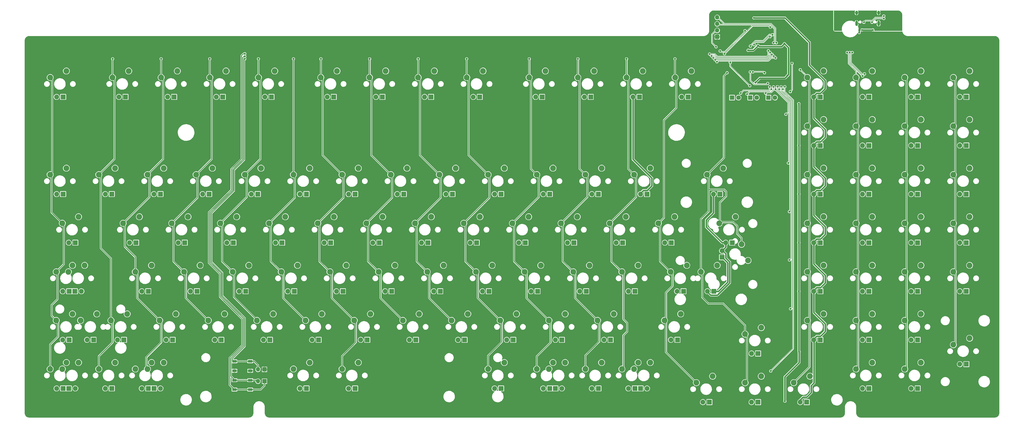
<source format=gtl>
G04 #@! TF.GenerationSoftware,KiCad,Pcbnew,(6.0.0)*
G04 #@! TF.CreationDate,2022-01-12T23:24:29+01:00*
G04 #@! TF.ProjectId,E80-1800-pcb-universal,4538302d-3138-4303-902d-7063622d756e,rev?*
G04 #@! TF.SameCoordinates,Original*
G04 #@! TF.FileFunction,Copper,L1,Top*
G04 #@! TF.FilePolarity,Positive*
%FSLAX46Y46*%
G04 Gerber Fmt 4.6, Leading zero omitted, Abs format (unit mm)*
G04 Created by KiCad (PCBNEW (6.0.0)) date 2022-01-12 23:24:29*
%MOMM*%
%LPD*%
G01*
G04 APERTURE LIST*
G04 #@! TA.AperFunction,ComponentPad*
%ADD10R,1.700000X1.700000*%
G04 #@! TD*
G04 #@! TA.AperFunction,ComponentPad*
%ADD11O,1.700000X1.700000*%
G04 #@! TD*
G04 #@! TA.AperFunction,ComponentPad*
%ADD12C,2.250000*%
G04 #@! TD*
G04 #@! TA.AperFunction,ComponentPad*
%ADD13C,1.905000*%
G04 #@! TD*
G04 #@! TA.AperFunction,ComponentPad*
%ADD14R,1.905000X1.905000*%
G04 #@! TD*
G04 #@! TA.AperFunction,ComponentPad*
%ADD15R,1.800000X1.800000*%
G04 #@! TD*
G04 #@! TA.AperFunction,ComponentPad*
%ADD16C,1.800000*%
G04 #@! TD*
G04 #@! TA.AperFunction,SMDPad,CuDef*
%ADD17R,1.800000X1.100000*%
G04 #@! TD*
G04 #@! TA.AperFunction,ComponentPad*
%ADD18O,1.000000X1.600000*%
G04 #@! TD*
G04 #@! TA.AperFunction,ComponentPad*
%ADD19O,1.000000X2.100000*%
G04 #@! TD*
G04 #@! TA.AperFunction,ViaPad*
%ADD20C,0.800000*%
G04 #@! TD*
G04 #@! TA.AperFunction,Conductor*
%ADD21C,0.600000*%
G04 #@! TD*
G04 #@! TA.AperFunction,Conductor*
%ADD22C,0.300000*%
G04 #@! TD*
G04 #@! TA.AperFunction,Conductor*
%ADD23C,0.200000*%
G04 #@! TD*
G04 APERTURE END LIST*
D10*
X80100000Y-111900000D03*
D11*
X77560000Y-111900000D03*
X77560000Y-116550000D03*
D10*
X80100000Y-116550000D03*
D12*
X224790000Y-111760000D03*
X231140000Y-109220000D03*
D13*
X229870000Y-119380000D03*
D14*
X227330000Y-119380000D03*
D12*
X191452500Y-111760000D03*
X197802500Y-109220000D03*
D13*
X196532500Y-119380000D03*
D14*
X193992500Y-119380000D03*
D12*
X34290000Y-111760000D03*
X40640000Y-109220000D03*
D13*
X39370000Y-119380000D03*
D14*
X36830000Y-119380000D03*
D12*
X952500Y-111760000D03*
X7302500Y-109220000D03*
D13*
X6032500Y-119380000D03*
D14*
X3492500Y-119380000D03*
D12*
X250983750Y-73660000D03*
X257333750Y-71120000D03*
D13*
X253523750Y-81280000D03*
D14*
X256063750Y-81280000D03*
D12*
X8096250Y-92710000D03*
X14446250Y-90170000D03*
D13*
X10636250Y-100330000D03*
D14*
X13176250Y-100330000D03*
D12*
X3333750Y-73660000D03*
X9683750Y-71120000D03*
D13*
X8413750Y-81280000D03*
D14*
X5873750Y-81280000D03*
D12*
X-3810000Y2540000D03*
X2540000Y5080000D03*
D13*
X-1270000Y-5080000D03*
D14*
X1270000Y-5080000D03*
D12*
X91440100Y-111760120D03*
X97790100Y-109220120D03*
D13*
X93980100Y-119380120D03*
D14*
X96520100Y-119380120D03*
D12*
X58697833Y2540000D03*
X65047833Y5080000D03*
D13*
X61237833Y-5080000D03*
D14*
X63777833Y-5080000D03*
D12*
X77747833Y2540000D03*
X84097833Y5080000D03*
D13*
X80287833Y-5080000D03*
D14*
X82827833Y-5080000D03*
D12*
X121205714Y2540000D03*
X127555714Y5080000D03*
D13*
X123745714Y-5080000D03*
D14*
X126285714Y-5080000D03*
D12*
X140255714Y2540000D03*
X146605714Y5080000D03*
D13*
X142795714Y-5080000D03*
D14*
X145335714Y-5080000D03*
D12*
X159305714Y2540000D03*
X165655714Y5080000D03*
D13*
X161845714Y-5080000D03*
D14*
X164385714Y-5080000D03*
D12*
X183713595Y2540000D03*
X190063595Y5080000D03*
D13*
X186253595Y-5080000D03*
D14*
X188793595Y-5080000D03*
D12*
X221813595Y2540000D03*
X228163595Y5080000D03*
D13*
X224353595Y-5080000D03*
D14*
X226893595Y-5080000D03*
D12*
X15240000Y-35560000D03*
X21590000Y-33020000D03*
D13*
X17780000Y-43180000D03*
D14*
X20320000Y-43180000D03*
D12*
X34290000Y-35560000D03*
X40640000Y-33020000D03*
D13*
X36830000Y-43180000D03*
D14*
X39370000Y-43180000D03*
D12*
X53340000Y-35560000D03*
X59690000Y-33020000D03*
D13*
X55880000Y-43180000D03*
D14*
X58420000Y-43180000D03*
D12*
X72390000Y-35560000D03*
X78740000Y-33020000D03*
D13*
X74930000Y-43180000D03*
D14*
X77470000Y-43180000D03*
D12*
X91440000Y-35560000D03*
X97790000Y-33020000D03*
D13*
X93980000Y-43180000D03*
D14*
X96520000Y-43180000D03*
D12*
X110490000Y-35560000D03*
X116840000Y-33020000D03*
D13*
X113030000Y-43180000D03*
D14*
X115570000Y-43180000D03*
D12*
X129540000Y-35560000D03*
X135890000Y-33020000D03*
D13*
X132080000Y-43180000D03*
D14*
X134620000Y-43180000D03*
D12*
X148590000Y-35560000D03*
X154940000Y-33020000D03*
D13*
X151130000Y-43180000D03*
D14*
X153670000Y-43180000D03*
D12*
X167640000Y-35560000D03*
X173990000Y-33020000D03*
D13*
X170180000Y-43180000D03*
D14*
X172720000Y-43180000D03*
D12*
X205740000Y-35560000D03*
X212090000Y-33020000D03*
D13*
X208280000Y-43180000D03*
D14*
X210820000Y-43180000D03*
D12*
X224790000Y-35560000D03*
X231140000Y-33020000D03*
D13*
X227330000Y-43180000D03*
D14*
X229870000Y-43180000D03*
D12*
X253365000Y-35560000D03*
X259715000Y-33020000D03*
D13*
X255905000Y-43180000D03*
D14*
X258445000Y-43180000D03*
D12*
X952500Y-54610000D03*
X7302500Y-52070000D03*
D13*
X3492500Y-62230000D03*
D14*
X6032500Y-62230000D03*
D12*
X24765000Y-54610000D03*
X31115000Y-52070000D03*
D13*
X27305000Y-62230000D03*
D14*
X29845000Y-62230000D03*
D12*
X43815000Y-54610000D03*
X50165000Y-52070000D03*
D13*
X46355000Y-62230000D03*
D14*
X48895000Y-62230000D03*
D12*
X62865000Y-54610000D03*
X69215000Y-52070000D03*
D13*
X65405000Y-62230000D03*
D14*
X67945000Y-62230000D03*
D12*
X81915000Y-54610000D03*
X88265000Y-52070000D03*
D13*
X84455000Y-62230000D03*
D14*
X86995000Y-62230000D03*
D12*
X100965000Y-54610000D03*
X107315000Y-52070000D03*
D13*
X103505000Y-62230000D03*
D14*
X106045000Y-62230000D03*
D12*
X120015000Y-54610000D03*
X126365000Y-52070000D03*
D13*
X122555000Y-62230000D03*
D14*
X125095000Y-62230000D03*
D12*
X139065000Y-54610000D03*
X145415000Y-52070000D03*
D13*
X141605000Y-62230000D03*
D14*
X144145000Y-62230000D03*
D12*
X158115000Y-54610000D03*
X164465000Y-52070000D03*
D13*
X160655000Y-62230000D03*
D14*
X163195000Y-62230000D03*
D12*
X177165000Y-54610000D03*
X183515000Y-52070000D03*
D13*
X179705000Y-62230000D03*
D14*
X182245000Y-62230000D03*
D12*
X196215000Y-54610000D03*
X202565000Y-52070000D03*
D13*
X198755000Y-62230000D03*
D14*
X201295000Y-62230000D03*
D12*
X215265000Y-54610000D03*
X221615000Y-52070000D03*
D13*
X217805000Y-62230000D03*
D14*
X220345000Y-62230000D03*
D12*
X234315000Y-54610000D03*
X240665000Y-52070000D03*
D13*
X236855000Y-62230000D03*
D14*
X239395000Y-62230000D03*
D12*
X258127500Y-54610000D03*
X264477500Y-52070000D03*
D13*
X260667500Y-62230000D03*
D14*
X263207500Y-62230000D03*
D12*
X29527500Y-73660000D03*
X35877500Y-71120000D03*
D13*
X32067500Y-81280000D03*
D14*
X34607500Y-81280000D03*
D12*
X48577500Y-73660000D03*
X54927500Y-71120000D03*
D13*
X51117500Y-81280000D03*
D14*
X53657500Y-81280000D03*
D12*
X67627500Y-73660000D03*
X73977500Y-71120000D03*
D13*
X70167500Y-81280000D03*
D14*
X72707500Y-81280000D03*
D12*
X86677500Y-73660000D03*
X93027500Y-71120000D03*
D13*
X89217500Y-81280000D03*
D14*
X91757500Y-81280000D03*
D12*
X105727500Y-73660000D03*
X112077500Y-71120000D03*
D13*
X108267500Y-81280000D03*
D14*
X110807500Y-81280000D03*
D12*
X124777500Y-73660000D03*
X131127500Y-71120000D03*
D13*
X127317500Y-81280000D03*
D14*
X129857500Y-81280000D03*
D12*
X143827500Y-73660000D03*
X150177500Y-71120000D03*
D13*
X146367500Y-81280000D03*
D14*
X148907500Y-81280000D03*
D12*
X162877500Y-73660000D03*
X169227500Y-71120000D03*
D13*
X165417500Y-81280000D03*
D14*
X167957500Y-81280000D03*
D12*
X181927500Y-73660000D03*
X188277500Y-71120000D03*
D13*
X184467500Y-81280000D03*
D14*
X187007500Y-81280000D03*
D12*
X200977500Y-73660000D03*
X207327500Y-71120000D03*
D13*
X203517500Y-81280000D03*
D14*
X206057500Y-81280000D03*
D12*
X220027500Y-73660000D03*
X226377500Y-71120000D03*
D13*
X222567500Y-81280000D03*
D14*
X225107500Y-81280000D03*
D12*
X239077500Y-73660000D03*
X245427500Y-71120000D03*
D13*
X241617500Y-81280000D03*
D14*
X244157500Y-81280000D03*
D12*
X266858750Y-62865000D03*
X269398750Y-69215000D03*
D13*
X259238750Y-65405000D03*
D14*
X259238750Y-67945000D03*
D12*
X-1428750Y-92710000D03*
X4921250Y-90170000D03*
D13*
X1111250Y-100330000D03*
D14*
X3651250Y-100330000D03*
D12*
X20002500Y-92710000D03*
X26352500Y-90170000D03*
D13*
X22542500Y-100330000D03*
D14*
X25082500Y-100330000D03*
D12*
X58102500Y-92710000D03*
X64452500Y-90170000D03*
D13*
X60642500Y-100330000D03*
D14*
X63182500Y-100330000D03*
D12*
X77152500Y-92710000D03*
X83502500Y-90170000D03*
D13*
X79692500Y-100330000D03*
D14*
X82232500Y-100330000D03*
D12*
X96202500Y-92710000D03*
X102552500Y-90170000D03*
D13*
X98742500Y-100330000D03*
D14*
X101282500Y-100330000D03*
D12*
X115252500Y-92710000D03*
X121602500Y-90170000D03*
D13*
X117792500Y-100330000D03*
D14*
X120332500Y-100330000D03*
D12*
X134302500Y-92710000D03*
X140652500Y-90170000D03*
D13*
X136842500Y-100330000D03*
D14*
X139382500Y-100330000D03*
D12*
X153352500Y-92710000D03*
X159702500Y-90170000D03*
D13*
X155892500Y-100330000D03*
D14*
X158432500Y-100330000D03*
D12*
X172402500Y-92710000D03*
X178752500Y-90170000D03*
D13*
X174942500Y-100330000D03*
D14*
X177482500Y-100330000D03*
D12*
X191452500Y-92710000D03*
X197802500Y-90170000D03*
D13*
X193992500Y-100330000D03*
D14*
X196532500Y-100330000D03*
D12*
X210502500Y-92710000D03*
X216852500Y-90170000D03*
D13*
X213042500Y-100330000D03*
D14*
X215582500Y-100330000D03*
D12*
X243046250Y-90170000D03*
X236696250Y-92710000D03*
D13*
X239236250Y-100330000D03*
D14*
X241776250Y-100330000D03*
D12*
X292655890Y-92710000D03*
X299005890Y-90170000D03*
D13*
X295195890Y-100330000D03*
D14*
X297735890Y-100330000D03*
D12*
X311705890Y-92710000D03*
X318055890Y-90170000D03*
D13*
X314245890Y-100330000D03*
D14*
X316785890Y-100330000D03*
D12*
X330755890Y-92710000D03*
X337105890Y-90170000D03*
D13*
X333295890Y-100330000D03*
D14*
X335835890Y-100330000D03*
D12*
X-3810000Y-111760000D03*
X2540000Y-109220000D03*
D13*
X-1270000Y-119380000D03*
D14*
X1270000Y-119380000D03*
D12*
X110490000Y-111760000D03*
X116840000Y-109220000D03*
D13*
X113030000Y-119380000D03*
D14*
X115570000Y-119380000D03*
D12*
X167640000Y-111760000D03*
X173990000Y-109220000D03*
D13*
X170180000Y-119380000D03*
D14*
X172720000Y-119380000D03*
D12*
X186690000Y-111760000D03*
X193040000Y-109220000D03*
D13*
X189230000Y-119380000D03*
D14*
X191770000Y-119380000D03*
D12*
X205740000Y-111760000D03*
X212090000Y-109220000D03*
D13*
X208280000Y-119380000D03*
D14*
X210820000Y-119380000D03*
D12*
X268248025Y-117117913D03*
X274598025Y-114577913D03*
D13*
X270788025Y-124737913D03*
D14*
X273328025Y-124737913D03*
D12*
X287298025Y-117117913D03*
X293648025Y-114577913D03*
D13*
X289838025Y-124737913D03*
D14*
X292378025Y-124737913D03*
D12*
X330755890Y-111760000D03*
X337105890Y-109220000D03*
D13*
X333295890Y-119380000D03*
D14*
X335835890Y-119380000D03*
D12*
X15240000Y-111760000D03*
X21590000Y-109220000D03*
D13*
X17780000Y-119380000D03*
D14*
X20320000Y-119380000D03*
D12*
X39052500Y-92710000D03*
X45402500Y-90170000D03*
D13*
X41592500Y-100330000D03*
D14*
X44132500Y-100330000D03*
D12*
X186690000Y-35560000D03*
X193040000Y-33020000D03*
D13*
X189230000Y-43180000D03*
D14*
X191770000Y-43180000D03*
D12*
X349805890Y-102235000D03*
X356155890Y-99695000D03*
D13*
X352345890Y-109855000D03*
D14*
X354885890Y-109855000D03*
D12*
X20597833Y2540000D03*
X26947833Y5080000D03*
D13*
X23137833Y-5080000D03*
D14*
X25677833Y-5080000D03*
D12*
X102155714Y2540000D03*
X108505714Y5080000D03*
D13*
X104695714Y-5080000D03*
D14*
X107235714Y-5080000D03*
D12*
X202763595Y2540000D03*
X209113595Y5080000D03*
D13*
X205303595Y-5080000D03*
D14*
X207843595Y-5080000D03*
D12*
X311705890Y-111760000D03*
X318055890Y-109220000D03*
D13*
X314245890Y-119380000D03*
D14*
X316785890Y-119380000D03*
D12*
X311705890Y2540000D03*
X318055890Y5080000D03*
D13*
X314245890Y-5080000D03*
D14*
X316785890Y-5080000D03*
D12*
X311705890Y-16510000D03*
X318055890Y-13970000D03*
D13*
X314245890Y-24130000D03*
D14*
X316785890Y-24130000D03*
D12*
X330755890Y2540000D03*
X337105890Y5080000D03*
D13*
X333295890Y-5080000D03*
D14*
X335835890Y-5080000D03*
D12*
X292655890Y-16510000D03*
X299005890Y-13970000D03*
D13*
X295195890Y-24130000D03*
D14*
X297735890Y-24130000D03*
D12*
X349805890Y2540000D03*
X356155890Y5080000D03*
D13*
X352345890Y-5080000D03*
D14*
X354885890Y-5080000D03*
D12*
X330755890Y-16510000D03*
X337105890Y-13970000D03*
D13*
X333295890Y-24130000D03*
D14*
X335835890Y-24130000D03*
D12*
X349805890Y-16510000D03*
X356155890Y-13970000D03*
D13*
X352345890Y-24130000D03*
D14*
X354885890Y-24130000D03*
D12*
X292655890Y-35560000D03*
X299005890Y-33020000D03*
D13*
X295195890Y-43180000D03*
D14*
X297735890Y-43180000D03*
D12*
X311705890Y-35560000D03*
X318055890Y-33020000D03*
D13*
X314245890Y-43180000D03*
D14*
X316785890Y-43180000D03*
D12*
X330755890Y-35560000D03*
X337105890Y-33020000D03*
D13*
X333295890Y-43180000D03*
D14*
X335835890Y-43180000D03*
D12*
X330755890Y-73660000D03*
X337105890Y-71120000D03*
D13*
X333295890Y-81280000D03*
D14*
X335835890Y-81280000D03*
D12*
X349805890Y-73660000D03*
X356155890Y-71120000D03*
D13*
X352345890Y-81280000D03*
D14*
X354885890Y-81280000D03*
D12*
X292655890Y-54610000D03*
X299005890Y-52070000D03*
D13*
X295195890Y-62230000D03*
D14*
X297735890Y-62230000D03*
D12*
X349805890Y-54610000D03*
X356155890Y-52070000D03*
D13*
X352345890Y-62230000D03*
D14*
X354885890Y-62230000D03*
D12*
X311705890Y-54610000D03*
X318055890Y-52070000D03*
D13*
X314245890Y-62230000D03*
D14*
X316785890Y-62230000D03*
D12*
X330755890Y-54610000D03*
X337105890Y-52070000D03*
D13*
X333295890Y-62230000D03*
D14*
X335835890Y-62230000D03*
D12*
X311705890Y-73660000D03*
X318055890Y-71120000D03*
D13*
X314245890Y-81280000D03*
D14*
X316785890Y-81280000D03*
D12*
X292655890Y-73660000D03*
X299005890Y-71120000D03*
D13*
X295195890Y-81280000D03*
D14*
X297735890Y-81280000D03*
D12*
X220027500Y-111760000D03*
X226377500Y-109220000D03*
D13*
X222567500Y-119380000D03*
D14*
X225107500Y-119380000D03*
D12*
X29527500Y-111760000D03*
X35877500Y-109220000D03*
D13*
X32067500Y-119380000D03*
D14*
X34607500Y-119380000D03*
D12*
X240863595Y2540000D03*
X247213595Y5080000D03*
D13*
X243403595Y-5080000D03*
D14*
X245943595Y-5080000D03*
D12*
X39647833Y2540000D03*
X45997833Y5080000D03*
D13*
X42187833Y-5080000D03*
D14*
X44727833Y-5080000D03*
D12*
X292655890Y2540000D03*
X299005890Y5080000D03*
D13*
X295195890Y-5080000D03*
D14*
X297735890Y-5080000D03*
D12*
X249198025Y-117117913D03*
X255548025Y-114577913D03*
D13*
X251738025Y-124737913D03*
D14*
X254278025Y-124737913D03*
D12*
X-3810000Y-35560000D03*
X2540000Y-33020000D03*
D13*
X-1270000Y-43180000D03*
D14*
X1270000Y-43180000D03*
D12*
X268248025Y-98067913D03*
X274598025Y-95527913D03*
D13*
X270788025Y-105687913D03*
D14*
X273328025Y-105687913D03*
D12*
X349805890Y-35560000D03*
X356155890Y-33020000D03*
D13*
X352345890Y-43180000D03*
D14*
X354885890Y-43180000D03*
D12*
X-1428750Y-73660000D03*
X4921250Y-71120000D03*
D13*
X1111250Y-81280000D03*
D14*
X3651250Y-81280000D03*
D15*
X263127992Y-5357792D03*
D16*
X265667992Y-5357792D03*
D15*
X270271992Y-5357792D03*
D16*
X272811992Y-5357792D03*
D15*
X277415992Y-5357792D03*
D16*
X279955992Y-5357792D03*
D12*
X116840000Y-109220000D03*
X110490000Y-111760000D03*
D13*
X113030000Y-119380000D03*
D14*
X115570000Y-119380000D03*
D17*
X74530242Y-112459996D03*
X68330242Y-112459996D03*
X74530242Y-108759996D03*
X68330242Y-108759996D03*
X74530242Y-119842422D03*
X68330242Y-119842422D03*
X74530242Y-116142422D03*
X68330242Y-116142422D03*
D10*
X257341390Y18478500D03*
D11*
X257341390Y21018500D03*
X257341390Y23558500D03*
X257341390Y26098500D03*
D18*
X320525890Y27950000D03*
X311885890Y27950000D03*
D19*
X311885890Y23770000D03*
X320525890Y23770000D03*
D20*
X312955890Y20155000D03*
X329000000Y19600000D03*
X271741390Y28000000D03*
X271716500Y21844508D03*
X367000000Y-128000000D03*
X366985992Y-2000000D03*
X366985992Y-38000000D03*
X45357142Y18000000D03*
X30992996Y-130000000D03*
X295282640Y11303000D03*
X282404392Y-130000000D03*
X300267390Y11303000D03*
X255000000Y26000000D03*
X314808890Y16002000D03*
X314046890Y11049000D03*
X105143592Y-130000000D03*
X276991390Y24448500D03*
X306617390Y8636000D03*
X302000000Y21770000D03*
X257000000Y28000000D03*
X260246792Y-130000000D03*
X255000000Y21000000D03*
X291567890Y8636000D03*
X51989494Y-130000000D03*
X-13014008Y-64000000D03*
X316586890Y13589000D03*
X149458792Y-130000000D03*
X127301192Y-130000000D03*
X-11000000Y18000000D03*
X101714284Y18000000D03*
X246482890Y-82931000D03*
X-13000000Y16000000D03*
X305252140Y11303000D03*
X324391390Y18288000D03*
X290185992Y-2900000D03*
X215931592Y-130000000D03*
X-13014008Y-96000000D03*
X195642854Y18000000D03*
X286868000Y-5081992D03*
X259182890Y-78232000D03*
X171616392Y-130000000D03*
X72985992Y-130000000D03*
X238089192Y-130000000D03*
X-13014008Y-80000000D03*
X302000000Y28000000D03*
X304561992Y-130000000D03*
X-13014008Y0D03*
X317602890Y16002000D03*
X366985992Y-92000000D03*
X7785714Y18000000D03*
X365000000Y18000000D03*
X366985992Y-56000000D03*
X252000000Y18000000D03*
X312649890Y13589000D03*
X-13014008Y-16000000D03*
X265374492Y14033500D03*
X287000000Y28000000D03*
X304000000Y19500000D03*
X175108890Y-121158000D03*
X271716500Y24511508D03*
X239497890Y-82804000D03*
X291585992Y-4200000D03*
X193773992Y-130000000D03*
X-13014008Y-48000000D03*
X314561992Y-130000000D03*
X-13000000Y-128000000D03*
X291585992Y-2900000D03*
X9996498Y-130000000D03*
X312561992Y-128000000D03*
X366985992Y-74000000D03*
X27085992Y-102000000D03*
X311633890Y8636000D03*
X367000000Y16000000D03*
X274341390Y21844508D03*
X74985992Y-128000000D03*
X290297890Y11303000D03*
X64142856Y18000000D03*
X158071426Y18000000D03*
X366985992Y-110000000D03*
X167107890Y-119634000D03*
X-11000000Y-130000000D03*
X322301890Y18288000D03*
X139285712Y18000000D03*
X80985992Y-128000000D03*
X296585992Y6000000D03*
X233214282Y18000000D03*
X274341390Y24498500D03*
X301600890Y8636000D03*
X-13014008Y-112000000D03*
X26571428Y18000000D03*
X-13014008Y-32000000D03*
X273304000Y17717008D03*
X176857140Y18000000D03*
X306561992Y-128000000D03*
X331374661Y-130000000D03*
X120499998Y18000000D03*
X365000000Y-130000000D03*
X82985992Y-130000000D03*
X348500000Y18000000D03*
X366985992Y-20000000D03*
X296584390Y8636000D03*
X214428568Y18000000D03*
X82928570Y18000000D03*
X277041390Y21848500D03*
X332000000Y18000000D03*
X257785890Y-76073000D03*
X258015992Y14790000D03*
X348187330Y-130000000D03*
X258495992Y12950000D03*
X271708890Y25861000D03*
X268254676Y20885214D03*
X283675038Y15777109D03*
X284842199Y3243809D03*
X273275992Y15140000D03*
X256905771Y14518279D03*
X72397992Y11860929D03*
X272296000Y571500D03*
X269437727Y13215735D03*
X72397992Y9843008D03*
X72397992Y10851969D03*
X262439889Y8431897D03*
X270115992Y-710000D03*
X278123729Y22286989D03*
X260185992Y11837990D03*
X277999037Y18510439D03*
X271764734Y15391886D03*
X278947510Y19304000D03*
X270313626Y14845134D03*
X20637500Y9843008D03*
X39647833Y9843008D03*
X58697833Y9843008D03*
X77724000Y9843008D03*
X102171500Y9843008D03*
X121285000Y9843008D03*
X140271500Y9843008D03*
X277366409Y13019599D03*
X254341492Y11717446D03*
X159258000Y9843008D03*
X183769000Y9843008D03*
X278066816Y12319210D03*
X255066165Y11024292D03*
X255790838Y10248584D03*
X278767200Y11618800D03*
X202819000Y9843008D03*
X279467602Y10918406D03*
X256515511Y9472876D03*
X221869000Y9843008D03*
X240792000Y9843008D03*
X280168000Y10218008D03*
X257240184Y8697168D03*
X289868000Y5588508D03*
X308229000Y12319508D03*
X309219503Y12319508D03*
X314261500Y3112008D03*
X315013545Y3929518D03*
X310210006Y12319508D03*
X91440000Y9843008D03*
X275855992Y4390000D03*
X271286980Y4700000D03*
X261199814Y4373824D03*
X289281890Y-7747000D03*
X289281890Y-24130000D03*
X289281890Y-62230000D03*
X289281890Y-43180000D03*
X289408890Y-104992489D03*
X289281890Y-81280000D03*
X283840100Y-124360120D03*
X286639000Y8065008D03*
X285965990Y-3020000D03*
X277114000Y191008D03*
X270286982Y4711924D03*
X280201958Y-2094992D03*
X284226000Y-11873992D03*
X285176979Y-31004000D03*
X280892468Y-1078992D03*
X285567490Y-50054000D03*
X281620972Y-2094992D03*
X282336984Y-1078992D03*
X285623000Y-69023992D03*
X286050992Y-88154000D03*
X283039986Y-2094992D03*
X278303992Y-112538000D03*
X283781500Y-1078992D03*
X280488782Y16111696D03*
X318288690Y21183600D03*
X314072290Y21183600D03*
X304000000Y21770000D03*
X304000000Y28000000D03*
X329000000Y21590000D03*
X329000000Y26000000D03*
X327000000Y28000000D03*
X324391390Y23098500D03*
X322301890Y23114000D03*
X266515992Y-3610000D03*
X277876000Y-1142492D03*
X269025992Y-3960000D03*
X278574500Y-2094992D03*
X279400000Y-1142492D03*
X276285992Y-3614265D03*
X279431100Y16124841D03*
X322555890Y26645003D03*
X314755890Y24155000D03*
X317955890Y24155000D03*
X322555890Y25655000D03*
D21*
X283675038Y15777109D02*
X282517929Y14620000D01*
X282517929Y14620000D02*
X273795992Y14620000D01*
X273795992Y14620000D02*
X273275992Y15140000D01*
X269437727Y13215735D02*
X271495727Y13215735D01*
X273275992Y14996000D02*
X273275992Y15140000D01*
X271495727Y13215735D02*
X273275992Y14996000D01*
X312955890Y20155000D02*
X312955890Y21355000D01*
D22*
X77152500Y-92516322D02*
X77152500Y-92710000D01*
X68140100Y-83503922D02*
X77152500Y-92516322D01*
X68140100Y-74172600D02*
X68140100Y-83503922D01*
X67627500Y-73660000D02*
X68140100Y-74172600D01*
D21*
X228427489Y-41737489D02*
X227330000Y-42834978D01*
X231774210Y-39910120D02*
X229946841Y-41737489D01*
X231774210Y-36910120D02*
X231774210Y-39910120D01*
X229946841Y-41737489D02*
X228427489Y-41737489D01*
X227330000Y-42834978D02*
X227330000Y-43180000D01*
X224353595Y-5080000D02*
X224353595Y-29489505D01*
X224353595Y-29489505D02*
X231774210Y-36910120D01*
X297812731Y-41737489D02*
X296293379Y-41737489D01*
X296293379Y-41737489D02*
X295195890Y-42834978D01*
X295195890Y-32465910D02*
X299640100Y-36910120D01*
X295195890Y-42834978D02*
X295195890Y-43180000D01*
X295195890Y-24130000D02*
X295195890Y-32465910D01*
X299640100Y-36910120D02*
X299640100Y-39910120D01*
X299640100Y-39910120D02*
X297812731Y-41737489D01*
X297812731Y-60787489D02*
X296293379Y-60787489D01*
X296293379Y-60787489D02*
X295195890Y-61884978D01*
X295195890Y-51515910D02*
X299640100Y-55960120D01*
X295195890Y-61884978D02*
X295195890Y-62230000D01*
X295195890Y-43180000D02*
X295195890Y-51515910D01*
X299640100Y-55960120D02*
X299640100Y-58960120D01*
X299640100Y-58960120D02*
X297812731Y-60787489D01*
X297812731Y-79837489D02*
X296293379Y-79837489D01*
X296293379Y-79837489D02*
X295195890Y-80934978D01*
X295195890Y-70565910D02*
X299640100Y-75010120D01*
X295195890Y-80934978D02*
X295195890Y-81280000D01*
X295195890Y-62230000D02*
X295195890Y-70565910D01*
X299640100Y-75010120D02*
X299640100Y-78010120D01*
X299640100Y-78010120D02*
X297812731Y-79837489D01*
X297812731Y-98887489D02*
X296293379Y-98887489D01*
X296293379Y-98887489D02*
X295195890Y-99984978D01*
X295195890Y-89615910D02*
X299640100Y-94060120D01*
X295195890Y-99984978D02*
X295195890Y-100330000D01*
X295195890Y-81280000D02*
X295195890Y-89615910D01*
X299640100Y-94060120D02*
X299640100Y-97060120D01*
X299640100Y-97060120D02*
X297812731Y-98887489D01*
X295195890Y-23784978D02*
X295195890Y-24130000D01*
X296293379Y-22687489D02*
X295195890Y-23784978D01*
X299640100Y-20860120D02*
X297812731Y-22687489D01*
X297812731Y-22687489D02*
X296293379Y-22687489D01*
X299640100Y-17860120D02*
X299640100Y-20860120D01*
X295195890Y-13415910D02*
X299640100Y-17860120D01*
X295195890Y-5080000D02*
X295195890Y-13415910D01*
X283924992Y25861000D02*
X271708890Y25861000D01*
X299540100Y1339880D02*
X293435992Y7443988D01*
X299540100Y-1860120D02*
X299540100Y1339880D01*
X293435992Y16350000D02*
X283924992Y25861000D01*
X297762731Y-3637489D02*
X299540100Y-1860120D01*
X293435992Y7443988D02*
X293435992Y16350000D01*
X296293379Y-3637489D02*
X297762731Y-3637489D01*
X295195890Y-4734978D02*
X296293379Y-3637489D01*
X295195890Y-5080000D02*
X295195890Y-4734978D01*
X289281890Y-7747000D02*
X289281890Y-24130000D01*
X289408890Y-109234000D02*
X289408890Y-104992489D01*
X283820890Y-114822000D02*
X289408890Y-109234000D01*
X283820890Y-124340910D02*
X283820890Y-114822000D01*
X283840100Y-124360120D02*
X283820890Y-124340910D01*
X257379841Y-82804000D02*
X254799848Y-82804000D01*
X254799848Y-82804000D02*
X253523750Y-81527902D01*
D23*
X258495992Y12950000D02*
X258917492Y12528500D01*
D21*
X262230887Y-69819189D02*
X262230887Y-69849997D01*
X294168000Y-120981992D02*
X292368000Y-122781992D01*
X260681751Y-66600099D02*
X260681751Y-68270053D01*
X295263526Y-117166468D02*
X294168000Y-118261994D01*
X289838025Y-123911967D02*
X289838025Y-124737913D01*
X295263526Y-100397636D02*
X295263526Y-117166468D01*
D23*
X268254676Y20461786D02*
X268254676Y20885214D01*
D21*
X292368000Y-122781992D02*
X290968000Y-122781992D01*
D23*
X260321390Y12528500D02*
X268254676Y20461786D01*
D21*
X262230887Y-69849997D02*
X262230890Y-69850000D01*
D23*
X258917492Y12528500D02*
X260321390Y12528500D01*
D21*
X290968000Y-122781992D02*
X289838025Y-123911967D01*
X253523750Y-81527902D02*
X253523750Y-81280000D01*
X294168000Y-118261994D02*
X294168000Y-120981992D01*
X255905000Y-50514250D02*
X255905000Y-43180000D01*
X295195890Y-100330000D02*
X295263526Y-100397636D01*
X253079250Y-53340000D02*
X255905000Y-50514250D01*
X253079250Y-56042737D02*
X253079250Y-53340000D01*
X259238750Y-65405000D02*
X260667500Y-63976250D01*
X260667500Y-62230000D02*
X259266513Y-62230000D01*
X259486652Y-65405000D02*
X260681751Y-66600099D01*
X262230890Y-69850000D02*
X262230890Y-77952951D01*
X260681751Y-68270053D02*
X262230887Y-69819189D01*
X259238750Y-65405000D02*
X259486652Y-65405000D01*
X260667500Y-63976250D02*
X260667500Y-62230000D01*
X259266513Y-62230000D02*
X253079250Y-56042737D01*
X262230890Y-77952951D02*
X257379841Y-82804000D01*
D23*
X255341390Y19498500D02*
X256861390Y21018500D01*
D21*
X283898390Y2300000D02*
X274024500Y2300000D01*
D23*
X255341390Y16082660D02*
X255341390Y19498500D01*
D22*
X66509489Y-107307630D02*
X66509489Y-118021669D01*
D23*
X256905771Y14518279D02*
X255341390Y16082660D01*
D22*
X78550468Y-119842422D02*
X80100000Y-118292890D01*
X71381992Y-102435128D02*
X66509489Y-107307630D01*
X71162970Y-29349650D02*
X67190992Y-33321628D01*
X58381981Y-70243676D02*
X62636481Y-74498176D01*
X62636481Y-83451676D02*
X71381992Y-92197186D01*
X68330242Y-119842422D02*
X74530242Y-119842422D01*
D23*
X256861390Y21018500D02*
X257341390Y21018500D01*
D22*
X67190992Y-41470314D02*
X58381981Y-50279323D01*
X72397992Y11860929D02*
X71832307Y11860929D01*
X66509489Y-118021669D02*
X68330242Y-119842422D01*
X71381992Y-92197186D02*
X71381992Y-102435128D01*
D21*
X285281390Y3683000D02*
X284842199Y3243809D01*
D22*
X71162970Y11191592D02*
X71162970Y-29349650D01*
X74530242Y-119842422D02*
X78550468Y-119842422D01*
D21*
X284842199Y3243809D02*
X283898390Y2300000D01*
D22*
X80100000Y-118292890D02*
X80100000Y-116550000D01*
X71832307Y11860929D02*
X71162970Y11191592D01*
D21*
X285281390Y3683000D02*
X285281390Y14170757D01*
X285281390Y14170757D02*
X283675038Y15777109D01*
D22*
X58381981Y-50279323D02*
X58381981Y-70243676D01*
X67190992Y-33321628D02*
X67190992Y-41470314D01*
D21*
X274024500Y2300000D02*
X272296000Y571500D01*
D22*
X62636481Y-74498176D02*
X62636481Y-83451676D01*
X72380503Y-91808324D02*
X72380503Y-102823989D01*
X72143992Y-29756000D02*
X68189503Y-33710489D01*
X59363003Y-69837324D02*
X63617503Y-74091824D01*
X76099886Y-108759996D02*
X74530242Y-108759996D01*
X63617503Y-83045324D02*
X72380503Y-91808324D01*
X59363003Y-50685675D02*
X59363003Y-69837324D01*
X68189503Y-41859176D02*
X59363003Y-50685675D01*
X77560000Y-110220110D02*
X76099886Y-108759996D01*
X72380503Y-102823989D02*
X67600000Y-107604492D01*
X68330242Y-108759996D02*
X74530242Y-108759996D01*
X67600000Y-108712000D02*
X68482246Y-108712000D01*
X77560000Y-111900000D02*
X77560000Y-110220110D01*
X67600000Y-107604492D02*
X67600000Y-108712000D01*
X72397992Y9843008D02*
X72143992Y9589008D01*
X68189503Y-33710489D02*
X68189503Y-41859176D01*
X63617503Y-74091824D02*
X63617503Y-83045324D01*
X72143992Y9589008D02*
X72143992Y-29756000D01*
X71653481Y10398964D02*
X71653481Y-29552825D01*
X68330242Y-116142422D02*
X74530242Y-116142422D01*
X58872492Y-50482499D02*
X58872492Y-70040500D01*
X77152422Y-116142422D02*
X77560000Y-116550000D01*
X72385984Y10870508D02*
X72125025Y10870508D01*
X63126992Y-74295000D02*
X63126992Y-83248500D01*
X72125025Y10870508D02*
X71653481Y10398964D01*
D23*
X262439889Y6966103D02*
X270115992Y-710000D01*
X262439889Y8431897D02*
X262439889Y6966103D01*
D22*
X63126992Y-83248500D02*
X71889992Y-92011500D01*
X67000000Y-107510806D02*
X67000000Y-114612180D01*
X74530242Y-116142422D02*
X77152422Y-116142422D01*
X71889992Y-92011500D02*
X71889992Y-102620814D01*
X67698992Y-41656000D02*
X58872492Y-50482499D01*
X71889992Y-102620814D02*
X67000000Y-107510806D01*
X67698992Y-33507313D02*
X67698992Y-41656000D01*
X58872492Y-70040500D02*
X63126992Y-74295000D01*
X71653481Y-29552825D02*
X67698992Y-33507313D01*
X67000000Y-114612180D02*
X68530242Y-116142422D01*
D23*
X277610718Y22800000D02*
X271148002Y22800000D01*
X271148002Y22800000D02*
X260185992Y11837990D01*
X278123729Y22286989D02*
X277610718Y22800000D01*
X272393000Y16447008D02*
X271764734Y15818742D01*
X277536431Y18510439D02*
X275473000Y16447008D01*
X275473000Y16447008D02*
X272393000Y16447008D01*
X277999037Y18510439D02*
X277536431Y18510439D01*
X271764734Y15818742D02*
X271764734Y15391886D01*
X275311247Y16837519D02*
X277777728Y19304000D01*
X272231246Y16837519D02*
X275311247Y16837519D01*
X270313626Y14919899D02*
X272231246Y16837519D01*
X277777728Y19304000D02*
X278947510Y19304000D01*
X270313626Y14845134D02*
X270313626Y14919899D01*
D22*
X-3810000Y-35560000D02*
X-3302000Y-36068000D01*
X-3048000Y1778000D02*
X-3048000Y-34798000D01*
X-714110Y-99060000D02*
X-3810000Y-102155890D01*
X1524000Y-55181500D02*
X1524000Y-70707250D01*
X-920750Y-84328000D02*
X-3206750Y-86614000D01*
X-3302000Y-50355500D02*
X952500Y-54610000D01*
X-3206750Y-90932000D02*
X-1428750Y-92710000D01*
X-3810000Y-102155890D02*
X-3810000Y-111760000D01*
X-920750Y-74168000D02*
X-920750Y-84328000D01*
X-3810000Y2540000D02*
X-3048000Y1778000D01*
X-1428750Y-92710000D02*
X-714110Y-93424640D01*
X-3302000Y-36068000D02*
X-3302000Y-50355500D01*
X-3048000Y-34798000D02*
X-3810000Y-35560000D01*
X1524000Y-70707250D02*
X-1428750Y-73660000D01*
X-1428750Y-73660000D02*
X-920750Y-74168000D01*
X-714110Y-93424640D02*
X-714110Y-99060000D01*
X952500Y-54610000D02*
X1524000Y-55181500D01*
X-3206750Y-86614000D02*
X-3206750Y-90932000D01*
X20621890Y-101364102D02*
X20621890Y-93329390D01*
X20002500Y-92710000D02*
X20002500Y-68416508D01*
X20621890Y-93329390D02*
X20002500Y-92710000D01*
X21336000Y1801833D02*
X20597833Y2540000D01*
X15240000Y-35560000D02*
X21336000Y-29464000D01*
X20597833Y2540000D02*
X20597833Y9803341D01*
X16002000Y-36322000D02*
X15240000Y-35560000D01*
X21336000Y-29464000D02*
X21336000Y1801833D01*
X16002000Y-64416008D02*
X16002000Y-36322000D01*
X15240000Y-111760000D02*
X15240000Y-106745992D01*
D23*
X20597833Y9823175D02*
X20637500Y9862842D01*
D22*
X20002500Y-68416508D02*
X16002000Y-64416008D01*
X15240000Y-106745992D02*
X20621890Y-101364102D01*
X24765000Y-54610000D02*
X25400000Y-55245000D01*
X29527500Y-67881500D02*
X29527500Y-73660000D01*
X40386000Y1801833D02*
X40386000Y-29464000D01*
X40386000Y-29464000D02*
X34290000Y-35560000D01*
X35052000Y-44323000D02*
X24765000Y-54610000D01*
X39647833Y2540000D02*
X40386000Y1801833D01*
X39671890Y-101314102D02*
X33829890Y-107156102D01*
X39647833Y2540000D02*
X39647833Y9565175D01*
X29527500Y-73660000D02*
X30273890Y-74406390D01*
X25400000Y-63754000D02*
X29527500Y-67881500D01*
X39052500Y-92710000D02*
X39671890Y-93329390D01*
X35052000Y-36322000D02*
X35052000Y-44323000D01*
X30273890Y-74406390D02*
X30273890Y-83931390D01*
X33829890Y-107156102D02*
X33829890Y-111299890D01*
X33829890Y-111299890D02*
X34290000Y-111760000D01*
X39671890Y-93329390D02*
X39671890Y-101314102D01*
X25400000Y-55245000D02*
X25400000Y-63754000D01*
X34290000Y-35560000D02*
X35052000Y-36322000D01*
X30273890Y-83931390D02*
X39052500Y-92710000D01*
X49323890Y-74406390D02*
X49323890Y-83931390D01*
X49323890Y-83931390D02*
X58102500Y-92710000D01*
X53848000Y-36068000D02*
X53848000Y-44577000D01*
X44450000Y-55245000D02*
X44450000Y-69532500D01*
X43815000Y-54610000D02*
X44450000Y-55245000D01*
X58697833Y2540000D02*
X59436000Y1801833D01*
X59436000Y1801833D02*
X59436000Y-29464000D01*
X53340000Y-35560000D02*
X53848000Y-36068000D01*
X53848000Y-44577000D02*
X43815000Y-54610000D01*
X48577500Y-73660000D02*
X49323890Y-74406390D01*
X58697833Y2540000D02*
X58697833Y9565145D01*
X44450000Y-69532500D02*
X48577500Y-73660000D01*
X59436000Y-29464000D02*
X53340000Y-35560000D01*
X62865000Y-54610000D02*
X63500000Y-55245000D01*
X73152000Y-44323000D02*
X73152000Y-36322000D01*
X62865000Y-54610000D02*
X73152000Y-44323000D01*
X63500000Y-69532500D02*
X67627500Y-73660000D01*
X78486000Y1801833D02*
X77747833Y2540000D01*
X78486000Y-29464000D02*
X78486000Y1801833D01*
D23*
X77747833Y2540000D02*
X77724000Y2563833D01*
D22*
X73152000Y-36322000D02*
X72390000Y-35560000D01*
X72390000Y-35560000D02*
X78486000Y-29464000D01*
X77724000Y2563833D02*
X77724000Y9589008D01*
X63500000Y-55245000D02*
X63500000Y-69532500D01*
X115252500Y-92710000D02*
X115871890Y-93329390D01*
X105727500Y-73660000D02*
X106473890Y-74406390D01*
X115871890Y-93329390D02*
X115871890Y-101314102D01*
X110490000Y-35560000D02*
X110998000Y-36068000D01*
X100965000Y-54610000D02*
X101600000Y-55245000D01*
X102870000Y1825714D02*
X102870000Y-27940000D01*
X110490000Y-106695992D02*
X110490000Y-111760000D01*
X110998000Y-44577000D02*
X100965000Y-54610000D01*
X115871890Y-101314102D02*
X110490000Y-106695992D01*
X106473890Y-74406390D02*
X106473890Y-83931390D01*
X102870000Y-27940000D02*
X110490000Y-35560000D01*
X106473890Y-83931390D02*
X115252500Y-92710000D01*
X110998000Y-36068000D02*
X110998000Y-44577000D01*
X102171500Y2555786D02*
X102171500Y9843008D01*
D23*
X102155714Y2540000D02*
X102171500Y2555786D01*
D22*
X101600000Y-55245000D02*
X101600000Y-69532500D01*
X101600000Y-69532500D02*
X105727500Y-73660000D01*
X102155714Y2540000D02*
X102870000Y1825714D01*
D23*
X121205714Y2540000D02*
X121285000Y2619286D01*
D22*
X124777500Y-73660000D02*
X125523890Y-74406390D01*
X121285000Y2619286D02*
X121285000Y9843008D01*
X120650000Y-55245000D02*
X120650000Y-69532500D01*
X121920000Y-27940000D02*
X129540000Y-35560000D01*
X120650000Y-69532500D02*
X124777500Y-73660000D01*
X121205714Y2540000D02*
X121920000Y1825714D01*
X130048000Y-44577000D02*
X120015000Y-54610000D01*
X120015000Y-54610000D02*
X120650000Y-55245000D01*
X121920000Y1825714D02*
X121920000Y-27940000D01*
X129540000Y-35560000D02*
X130048000Y-36068000D01*
X130048000Y-36068000D02*
X130048000Y-44577000D01*
X125523890Y-83931390D02*
X134302500Y-92710000D01*
X125523890Y-74406390D02*
X125523890Y-83931390D01*
X140255714Y2540000D02*
X140970000Y1825714D01*
X140970000Y-27940000D02*
X148590000Y-35560000D01*
X144573890Y-74406390D02*
X144573890Y-83931390D01*
X139700000Y-69532500D02*
X143827500Y-73660000D01*
X149098000Y-44577000D02*
X139065000Y-54610000D01*
X140271500Y2555786D02*
X140271500Y9843008D01*
X139700000Y-55245000D02*
X139700000Y-69532500D01*
X149098000Y-36068000D02*
X149098000Y-44577000D01*
D23*
X140255714Y2540000D02*
X140271500Y2555786D01*
D22*
X143827500Y-73660000D02*
X144573890Y-74406390D01*
X144573890Y-83931390D02*
X153352500Y-92710000D01*
X148590000Y-35560000D02*
X149098000Y-36068000D01*
X139065000Y-54610000D02*
X139700000Y-55245000D01*
X140970000Y1825714D02*
X140970000Y-27940000D01*
X167640000Y-106521240D02*
X167640000Y-111760000D01*
X168148000Y-44577000D02*
X158115000Y-54610000D01*
X159305714Y2540000D02*
X160020000Y1825714D01*
X163623890Y-83931390D02*
X172402500Y-92710000D01*
X160020000Y1825714D02*
X160020000Y-27940000D01*
X168148000Y-36068000D02*
X168148000Y-44577000D01*
D23*
X276728000Y10688008D02*
X277366409Y11326417D01*
D22*
X162877500Y-73660000D02*
X163623890Y-74406390D01*
D23*
X159258000Y9843008D02*
X159305714Y9795294D01*
D22*
X173021890Y-101139350D02*
X167640000Y-106521240D01*
X158750000Y-55245000D02*
X158750000Y-69532500D01*
X167640000Y-35560000D02*
X168148000Y-36068000D01*
X159258000Y9747580D02*
X159258000Y2587714D01*
X160020000Y-27940000D02*
X167640000Y-35560000D01*
D23*
X254341492Y11717446D02*
X256358562Y11717446D01*
D22*
X173021890Y-93329390D02*
X173021890Y-101139350D01*
X158750000Y-69532500D02*
X162877500Y-73660000D01*
X172402500Y-92710000D02*
X173021890Y-93329390D01*
D23*
X257388000Y10688008D02*
X276728000Y10688008D01*
X277366409Y11326417D02*
X277366409Y13019599D01*
D22*
X159258000Y2587714D02*
X159305714Y2540000D01*
X163623890Y-74406390D02*
X163623890Y-83931390D01*
X159305714Y9795294D02*
X159258000Y9747580D01*
X158115000Y-54610000D02*
X158750000Y-55245000D01*
D23*
X256358562Y11717446D02*
X257388000Y10688008D01*
D22*
X191452500Y-92710000D02*
X192071890Y-93329390D01*
X182673890Y-83931390D02*
X191452500Y-92710000D01*
D23*
X276889754Y10297497D02*
X278066816Y11474559D01*
D22*
X187452000Y-44323000D02*
X177165000Y-54610000D01*
D23*
X255066165Y11024292D02*
X256499452Y11024292D01*
D22*
X186690000Y-106795992D02*
X186690000Y-111760000D01*
X177800000Y-69532500D02*
X181927500Y-73660000D01*
D23*
X278066816Y11474559D02*
X278066816Y12319210D01*
X256499452Y11024292D02*
X257226246Y10297497D01*
D22*
X184404000Y-33274000D02*
X186690000Y-35560000D01*
X177165000Y-54610000D02*
X177800000Y-55245000D01*
X182673890Y-74406390D02*
X182673890Y-83931390D01*
X192071890Y-93329390D02*
X192071890Y-101414102D01*
X177800000Y-55245000D02*
X177800000Y-69532500D01*
X187452000Y-36322000D02*
X187452000Y-44323000D01*
X181927500Y-73660000D02*
X182673890Y-74406390D01*
X183769000Y9843008D02*
X183769000Y2595405D01*
D23*
X257226246Y10297497D02*
X276889754Y10297497D01*
D22*
X186690000Y-35560000D02*
X187452000Y-36322000D01*
X192071890Y-101414102D02*
X186690000Y-106795992D01*
X183713595Y2540000D02*
X184404000Y1849595D01*
X184404000Y1849595D02*
X184404000Y-33274000D01*
D23*
X183769000Y2595405D02*
X183713595Y2540000D01*
X255790838Y10248584D02*
X256722895Y10248584D01*
D22*
X201723890Y-74406390D02*
X201723890Y-83931390D01*
X196850000Y-55245000D02*
X196850000Y-69532500D01*
X211121890Y-93329390D02*
X211121890Y-101064102D01*
X203454000Y1849595D02*
X203454000Y-33274000D01*
D23*
X256722895Y10248584D02*
X257064492Y9906986D01*
D22*
X210502500Y-92710000D02*
X211121890Y-93329390D01*
D23*
X202819000Y9843008D02*
X202763595Y9787603D01*
D22*
X202819000Y2595405D02*
X202763595Y2540000D01*
X200977500Y-73660000D02*
X201723890Y-74406390D01*
X196850000Y-69532500D02*
X200977500Y-73660000D01*
X205740000Y-106445992D02*
X205740000Y-111760000D01*
X203454000Y-33274000D02*
X205740000Y-35560000D01*
X196215000Y-54610000D02*
X196850000Y-55245000D01*
X202763595Y2540000D02*
X203454000Y1849595D01*
D23*
X278764262Y11618800D02*
X278767200Y11618800D01*
D22*
X206502000Y-44323000D02*
X196215000Y-54610000D01*
D23*
X257064492Y9906986D02*
X277052448Y9906986D01*
D22*
X201723890Y-83931390D02*
X210502500Y-92710000D01*
X211121890Y-101064102D02*
X205740000Y-106445992D01*
X202819000Y9732198D02*
X202819000Y2595405D01*
X205740000Y-35560000D02*
X206502000Y-36322000D01*
X202763595Y9787603D02*
X202819000Y9732198D01*
X206502000Y-36322000D02*
X206502000Y-44323000D01*
D23*
X277052448Y9906986D02*
X278764262Y11618800D01*
D22*
X221813595Y9787603D02*
X221869000Y9732198D01*
X225552000Y-44323000D02*
X215265000Y-54610000D01*
X221869000Y9732198D02*
X221869000Y2595405D01*
X215900000Y-69532500D02*
X220027500Y-73660000D01*
X220617501Y-92231509D02*
X222085992Y-93700000D01*
X222504000Y1849595D02*
X222504000Y-33274000D01*
D23*
X256515511Y9472876D02*
X256559110Y9516475D01*
X256559110Y9516475D02*
X277214203Y9516475D01*
D22*
X225552000Y-36322000D02*
X225552000Y-44323000D01*
X221869000Y2595405D02*
X221813595Y2540000D01*
X222085992Y-93700000D02*
X222085992Y-97100000D01*
X220027500Y-73660000D02*
X220617501Y-74250001D01*
D23*
X277214203Y9516475D02*
X278616134Y10918406D01*
D22*
X220617501Y-111169999D02*
X220027500Y-111760000D01*
X224790000Y-35560000D02*
X225552000Y-36322000D01*
X220617501Y-98568491D02*
X220617501Y-111169999D01*
D23*
X221869000Y9843008D02*
X221813595Y9787603D01*
X278616134Y10918406D02*
X279467602Y10918406D01*
D22*
X220617501Y-74250001D02*
X220617501Y-92231509D01*
X215265000Y-54610000D02*
X215900000Y-55245000D01*
X221813595Y2540000D02*
X222504000Y1849595D01*
X215900000Y-55245000D02*
X215900000Y-69532500D01*
X222504000Y-33274000D02*
X224790000Y-35560000D01*
X222085992Y-97100000D02*
X220617501Y-98568491D01*
X239823890Y-79248048D02*
X237283890Y-81788048D01*
D23*
X257240184Y8697168D02*
X257668980Y9125964D01*
X277375956Y9125964D02*
X278468000Y10218008D01*
D22*
X237283890Y-81788048D02*
X237283890Y-92122360D01*
X240863595Y9771413D02*
X240792000Y9699818D01*
X234950000Y-55245000D02*
X234950000Y-69532500D01*
D23*
X278468000Y10218008D02*
X280168000Y10218008D01*
D22*
X236696250Y-92710000D02*
X237283890Y-93297640D01*
X241300000Y2103595D02*
X241300000Y-9398000D01*
X240792000Y9699818D02*
X240792000Y2611595D01*
X236474000Y-52451000D02*
X234315000Y-54610000D01*
X237283890Y-92122360D02*
X236696250Y-92710000D01*
X234950000Y-69532500D02*
X239077500Y-73660000D01*
X239077500Y-73660000D02*
X239823890Y-74406390D01*
X236474000Y-14224000D02*
X236474000Y-52451000D01*
X241300000Y-9398000D02*
X236474000Y-14224000D01*
X239823890Y-74406390D02*
X239823890Y-79248048D01*
D23*
X240792000Y9843008D02*
X240863595Y9771413D01*
X257668980Y9125964D02*
X277375956Y9125964D01*
D22*
X240863595Y2540000D02*
X241300000Y2103595D01*
X240792000Y2611595D02*
X240863595Y2540000D01*
X234315000Y-54610000D02*
X234950000Y-55245000D01*
X237283890Y-93297640D02*
X237283890Y-105203778D01*
X237283890Y-105203778D02*
X249198025Y-117117913D01*
X293370000Y-15795890D02*
X292655890Y-16510000D01*
X293370000Y-17224110D02*
X293370000Y-34845890D01*
X293370000Y-72945890D02*
X292655890Y-73660000D01*
X293417890Y-93472000D02*
X293417890Y-110998048D01*
X293370000Y-53895890D02*
X292655890Y-54610000D01*
X293370000Y-34845890D02*
X292655890Y-35560000D01*
X292655890Y-92710000D02*
X293417890Y-93472000D01*
X292655890Y2540000D02*
X293370000Y1825890D01*
D23*
X292655890Y2800618D02*
X289868000Y5588508D01*
D22*
X292655890Y-73660000D02*
X293417890Y-74422000D01*
X293370000Y-36274110D02*
X293370000Y-53895890D01*
X293370000Y1825890D02*
X293370000Y-15795890D01*
D23*
X292655890Y2540000D02*
X292655890Y2800618D01*
D22*
X292655890Y-16510000D02*
X293370000Y-17224110D01*
X293417890Y-110998048D02*
X287298025Y-117117913D01*
X293370000Y-55324110D02*
X293370000Y-72945890D01*
X292655890Y-54610000D02*
X293370000Y-55324110D01*
X293417890Y-74422000D02*
X293417890Y-91948000D01*
X293417890Y-91948000D02*
X292655890Y-92710000D01*
X292655890Y-35560000D02*
X293370000Y-36274110D01*
X311705890Y-73660000D02*
X312420000Y-72945890D01*
X311705890Y-111760000D02*
X312467890Y-110998000D01*
D23*
X308864000Y11684508D02*
X308864000Y8001508D01*
D22*
X312467890Y-74422000D02*
X311705890Y-73660000D01*
X312420000Y1825890D02*
X311705890Y2540000D01*
X312420000Y-55324110D02*
X311705890Y-54610000D01*
X312420000Y-34845890D02*
X312420000Y-17224110D01*
D23*
X308229000Y12319508D02*
X308864000Y11684508D01*
D22*
X311705890Y-16510000D02*
X312420000Y-15795890D01*
X312420000Y-53895890D02*
X312420000Y-35512158D01*
X311705890Y-35560000D02*
X312420000Y-34845890D01*
X312467890Y-91948000D02*
X312467890Y-74422000D01*
X311705890Y-54610000D02*
X312420000Y-53895890D01*
X312420000Y-15795890D02*
X312420000Y1825890D01*
X312420000Y-17224110D02*
X311705890Y-16510000D01*
X312467890Y-93472000D02*
X311705890Y-92710000D01*
X311705890Y-92710000D02*
X312467890Y-91948000D01*
X312467890Y-110998000D02*
X312467890Y-93472000D01*
X312420000Y-72945890D02*
X312420000Y-55324110D01*
D23*
X308864000Y8001508D02*
X311705890Y5159618D01*
X311705890Y5159618D02*
X311705890Y2540000D01*
D22*
X331470000Y-15795890D02*
X330755890Y-16510000D01*
X331517890Y-93472000D02*
X331517890Y-110998000D01*
X331470000Y1825890D02*
X331470000Y-15795890D01*
X330755890Y-92710000D02*
X331517890Y-93472000D01*
X331470000Y-72945890D02*
X330755890Y-73660000D01*
X331517890Y-110998000D02*
X330755890Y-111760000D01*
D23*
X314261500Y3156272D02*
X314261500Y3112008D01*
D22*
X331470000Y-34845890D02*
X330755890Y-35560000D01*
X330755890Y-16510000D02*
X331470000Y-17224110D01*
X331517890Y-74422000D02*
X331517890Y-91948000D01*
X331517890Y-91948000D02*
X330755890Y-92710000D01*
D23*
X309254511Y12284500D02*
X309254511Y8163261D01*
D22*
X331470000Y-36274110D02*
X331470000Y-53895890D01*
X331470000Y-55324110D02*
X331470000Y-72945890D01*
D23*
X309254511Y8163261D02*
X314261500Y3156272D01*
D22*
X330755890Y-73660000D02*
X331517890Y-74422000D01*
X331470000Y-17224110D02*
X331470000Y-34845890D01*
X330755890Y2540000D02*
X331470000Y1825890D01*
X330755890Y-54610000D02*
X331470000Y-55324110D01*
X331470000Y-53895890D02*
X330755890Y-54610000D01*
X330755890Y-35560000D02*
X331470000Y-36274110D01*
D23*
X309219503Y12319508D02*
X309254511Y12284500D01*
D22*
X350520000Y-34845890D02*
X350520000Y-17224110D01*
X349805890Y-102235000D02*
X350567890Y-101473000D01*
X350567890Y-74422000D02*
X349805890Y-73660000D01*
X349805890Y-35560000D02*
X350520000Y-34845890D01*
X349805890Y-16510000D02*
X350520000Y-15795890D01*
D23*
X310210006Y12319508D02*
X309689500Y11799002D01*
D22*
X349805890Y-54610000D02*
X350520000Y-53895890D01*
D23*
X314040518Y3929518D02*
X315013545Y3929518D01*
D22*
X350520000Y-17224110D02*
X349805890Y-16510000D01*
X350520000Y-72945890D02*
X350520000Y-55324110D01*
X350520000Y1825890D02*
X349805890Y2540000D01*
X350520000Y-15795890D02*
X350520000Y1825890D01*
D23*
X309689500Y8280536D02*
X314040518Y3929518D01*
D22*
X350520000Y-55324110D02*
X349805890Y-54610000D01*
X350520000Y-53895890D02*
X350520000Y-36274110D01*
X350520000Y-36274110D02*
X349805890Y-35560000D01*
D23*
X309689500Y11799002D02*
X309689500Y8280536D01*
D22*
X349805890Y-73660000D02*
X350520000Y-72945890D01*
X350567890Y-101473000D02*
X350567890Y-74422000D01*
X91440000Y-35560000D02*
X91440000Y9843008D01*
X81915000Y-54610000D02*
X82550000Y-55245000D01*
X82550000Y-55245000D02*
X82550000Y-69532500D01*
X87423890Y-74406390D02*
X87423890Y-83931390D01*
X82550000Y-69532500D02*
X86677500Y-73660000D01*
X87423890Y-83931390D02*
X96202500Y-92710000D01*
X91948000Y-36068000D02*
X91948000Y-44577000D01*
X91440000Y-35560000D02*
X91948000Y-36068000D01*
X91948000Y-44577000D02*
X81915000Y-54610000D01*
X86677500Y-73660000D02*
X87423890Y-74406390D01*
X260858000Y-42226992D02*
X260056921Y-41425913D01*
X268986000Y-116379938D02*
X268248025Y-117117913D01*
X265176000Y-58736992D02*
X265176000Y-55688992D01*
X266858750Y-60419742D02*
X265176000Y-58736992D01*
X260056921Y-41425913D02*
X254024025Y-41425913D01*
X268248025Y-94658135D02*
X268248025Y-98067913D01*
X254024025Y-41425913D02*
X254024025Y-39647913D01*
X250983750Y-73660000D02*
X250983750Y-52895500D01*
X250983750Y-73660000D02*
X251460000Y-74136250D01*
X254024025Y-39647913D02*
X254024025Y-36219025D01*
X258407651Y-54164992D02*
X258407651Y-46455341D01*
X251460000Y-74136250D02*
X251460000Y-83628992D01*
X260858000Y-44004992D02*
X260858000Y-42226992D01*
X259691390Y-86101500D02*
X268248025Y-94658135D01*
X268248025Y-98067913D02*
X268986000Y-98805888D01*
X268986000Y-98805888D02*
X268986000Y-116379938D01*
X258407651Y-46455341D02*
X260858000Y-44004992D01*
D23*
X271345643Y4758663D02*
X275487329Y4758663D01*
D22*
X259985992Y3160002D02*
X261199814Y4373824D01*
D23*
X271286980Y4700000D02*
X271345643Y4758663D01*
D22*
X254024025Y-49855225D02*
X254024025Y-39647913D01*
X250983750Y-52895500D02*
X254024025Y-49855225D01*
X259985992Y-28939008D02*
X259985992Y3160002D01*
X253365000Y-35560000D02*
X259985992Y-28939008D01*
X251460000Y-83628992D02*
X253932508Y-86101500D01*
X254024025Y-36219025D02*
X253365000Y-35560000D01*
X263652000Y-54164992D02*
X258407651Y-54164992D01*
X253932508Y-86101500D02*
X259691390Y-86101500D01*
X265176000Y-55688992D02*
X263652000Y-54164992D01*
X266858750Y-62865000D02*
X266858750Y-60419742D01*
D23*
X275855992Y4390000D02*
X275487329Y4758663D01*
D21*
X289281890Y-62230000D02*
X289281890Y-81280000D01*
X289281890Y-104865489D02*
X289408890Y-104992489D01*
X289281890Y-81280000D02*
X289281890Y-104865489D01*
X289281890Y-43180000D02*
X289281890Y-62230000D01*
X289281890Y-24130000D02*
X289281890Y-43180000D01*
D23*
X286639000Y8065008D02*
X286639000Y-2346990D01*
X286639000Y-2346990D02*
X285965990Y-3020000D01*
X276740491Y-182501D02*
X271901051Y-182501D01*
X270286982Y1431568D02*
X270286982Y4711924D01*
X277114000Y191008D02*
X276740491Y-182501D01*
X271901051Y-182501D02*
X270286982Y1431568D01*
X285115000Y-10984992D02*
X285115000Y-7167508D01*
X285115000Y-7167508D02*
X280201958Y-2254466D01*
X284226000Y-11873992D02*
X285115000Y-10984992D01*
X280201958Y-2254466D02*
X280201958Y-2094992D01*
X285505511Y-30675468D02*
X285505511Y-7005754D01*
X285176979Y-31004000D02*
X285505511Y-30675468D01*
X285505511Y-7005754D02*
X280892468Y-2392712D01*
X280892468Y-2392712D02*
X280892468Y-1078992D01*
X285896022Y-6844000D02*
X281620972Y-2568950D01*
X285896022Y-49725468D02*
X285896022Y-6844000D01*
X285567490Y-50054000D02*
X285896022Y-49725468D01*
X281620972Y-2568950D02*
X281620972Y-2094992D01*
X282336984Y-2732698D02*
X282336984Y-1078992D01*
X286286533Y-6682246D02*
X282336984Y-2732698D01*
X285623000Y-69023992D02*
X286286533Y-68360459D01*
X286286533Y-68360459D02*
X286286533Y-6682246D01*
X286677044Y-6520492D02*
X283039986Y-2883434D01*
X283039986Y-2883434D02*
X283039986Y-2094992D01*
X286050992Y-88154000D02*
X286677044Y-87527948D01*
X286677044Y-87527948D02*
X286677044Y-6520492D01*
X283781500Y-3072684D02*
X283781500Y-1078992D01*
X287067555Y-6358738D02*
X283781500Y-3072684D01*
X278303992Y-112538000D02*
X287067555Y-103774437D01*
X287067555Y-103774437D02*
X287067555Y-6358738D01*
X257541390Y26098500D02*
X257341390Y26098500D01*
X280488782Y16111696D02*
X280141390Y16459088D01*
X278409224Y23581022D02*
X260058868Y23581022D01*
X280141390Y21848856D02*
X278409224Y23581022D01*
X280141390Y16459088D02*
X280141390Y21848856D01*
X260058868Y23581022D02*
X257541390Y26098500D01*
D21*
X314072290Y21183600D02*
X318288690Y21183600D01*
D23*
X277876000Y-1142492D02*
X277876000Y-2109992D01*
X277876000Y-2109992D02*
X277467014Y-2518978D01*
X277467014Y-2518978D02*
X267607014Y-2518978D01*
X267607014Y-2518978D02*
X266515992Y-3610000D01*
X277760003Y-2909489D02*
X270076503Y-2909489D01*
X270076503Y-2909489D02*
X269025992Y-3960000D01*
X278574500Y-2094992D02*
X277760003Y-2909489D01*
X279400000Y-1142492D02*
X279400000Y-2280992D01*
X279400000Y-2280992D02*
X278380992Y-3300000D01*
X276600257Y-3300000D02*
X276285992Y-3614265D01*
X278380992Y-3300000D02*
X276600257Y-3300000D01*
X279431100Y16124841D02*
X279750879Y16444620D01*
X279750879Y21687102D02*
X278247470Y23190511D01*
X279750879Y16444620D02*
X279750879Y21687102D01*
X278247470Y23190511D02*
X257709379Y23190511D01*
X257709379Y23190511D02*
X257341390Y23558500D01*
D21*
X261440379Y-70146629D02*
X261440379Y-77625511D01*
X259238750Y-67945000D02*
X261440379Y-70146629D01*
X257785890Y-81280000D02*
X256063750Y-81280000D01*
X261440379Y-77625511D02*
X257785890Y-81280000D01*
D23*
X321955907Y26045020D02*
X319294338Y26045020D01*
X322555890Y26645003D02*
X321955907Y26045020D01*
X318104318Y24855000D02*
X315455890Y24855000D01*
X315455890Y24855000D02*
X314755890Y24155000D01*
X319294338Y26045020D02*
X318104318Y24855000D01*
X319455890Y25655000D02*
X317955890Y24155000D01*
X322555890Y25655000D02*
X319455890Y25655000D01*
G04 #@! TA.AperFunction,Conductor*
G36*
X311284413Y28781093D02*
G01*
X311320377Y28731593D01*
X311320377Y28670407D01*
X311307219Y28644075D01*
X311267879Y28588099D01*
X311262280Y28577656D01*
X311205070Y28430922D01*
X311202123Y28419445D01*
X311186313Y28299352D01*
X311185890Y28292898D01*
X311185890Y28065680D01*
X311190012Y28052995D01*
X311194133Y28050000D01*
X312570210Y28050000D01*
X312582895Y28054122D01*
X312585890Y28058243D01*
X312585890Y28289495D01*
X312585531Y28295451D01*
X312571394Y28412273D01*
X312568567Y28423783D01*
X312512897Y28571108D01*
X312507405Y28581612D01*
X312463891Y28644926D01*
X312446513Y28703592D01*
X312466937Y28761267D01*
X312517361Y28795923D01*
X312545479Y28800000D01*
X319866222Y28800000D01*
X319924413Y28781093D01*
X319960377Y28731593D01*
X319960377Y28670407D01*
X319947219Y28644075D01*
X319907879Y28588099D01*
X319902280Y28577656D01*
X319845070Y28430922D01*
X319842123Y28419445D01*
X319826313Y28299352D01*
X319825890Y28292898D01*
X319825890Y28065680D01*
X319830012Y28052995D01*
X319834133Y28050000D01*
X321210210Y28050000D01*
X321222895Y28054122D01*
X321225890Y28058243D01*
X321225890Y28289495D01*
X321225531Y28295451D01*
X321211394Y28412273D01*
X321208567Y28423783D01*
X321152897Y28571108D01*
X321147405Y28581612D01*
X321103891Y28644926D01*
X321086513Y28703592D01*
X321106937Y28761267D01*
X321157361Y28795923D01*
X321185479Y28800000D01*
X327966040Y28800000D01*
X327988227Y28797482D01*
X327999642Y28794857D01*
X328010517Y28797318D01*
X328021664Y28797298D01*
X328021664Y28797137D01*
X328031669Y28797924D01*
X328103759Y28793199D01*
X328228475Y28785025D01*
X328241302Y28783337D01*
X328459516Y28739932D01*
X328472016Y28736582D01*
X328569201Y28703592D01*
X328682691Y28665067D01*
X328694653Y28660111D01*
X328725446Y28644926D01*
X328894180Y28561716D01*
X328905386Y28555247D01*
X329090385Y28431635D01*
X329100639Y28423767D01*
X329249866Y28292898D01*
X329267914Y28277070D01*
X329277069Y28267915D01*
X329423767Y28100639D01*
X329431635Y28090385D01*
X329555247Y27905386D01*
X329561716Y27894180D01*
X329660111Y27694654D01*
X329665067Y27682692D01*
X329733684Y27480555D01*
X329736581Y27472020D01*
X329739932Y27459516D01*
X329768003Y27318394D01*
X329783336Y27241309D01*
X329785025Y27228477D01*
X329795802Y27064053D01*
X329797891Y27032184D01*
X329797101Y27022372D01*
X329797375Y27022372D01*
X329797355Y27011222D01*
X329794857Y27000358D01*
X329797317Y26989486D01*
X329797317Y26989484D01*
X329797559Y26988417D01*
X329800000Y26966568D01*
X329800000Y21034222D01*
X329797443Y21011870D01*
X329794858Y21000716D01*
X329794857Y21000000D01*
X329796098Y20994558D01*
X329796274Y20992988D01*
X329796707Y20987960D01*
X329803857Y20869762D01*
X329788498Y20810536D01*
X329741260Y20771648D01*
X329704993Y20764784D01*
X325826390Y20766632D01*
X318915434Y20769924D01*
X318857252Y20788859D01*
X318821312Y20838376D01*
X318821341Y20899562D01*
X318824017Y20906810D01*
X318871250Y21020841D01*
X318873734Y21026838D01*
X318894372Y21183600D01*
X318873734Y21340362D01*
X318813226Y21486441D01*
X318716972Y21611882D01*
X318591531Y21708136D01*
X318445452Y21768644D01*
X318288690Y21789282D01*
X318131928Y21768644D01*
X317985849Y21708136D01*
X317980703Y21704187D01*
X317975080Y21700941D01*
X317974334Y21702233D01*
X317920918Y21684100D01*
X314440062Y21684100D01*
X314386646Y21702233D01*
X314385900Y21700941D01*
X314380277Y21704187D01*
X314375131Y21708136D01*
X314229052Y21768644D01*
X314072290Y21789282D01*
X313915528Y21768644D01*
X313769449Y21708136D01*
X313644008Y21611882D01*
X313547754Y21486441D01*
X313487246Y21340362D01*
X313466608Y21183600D01*
X313487246Y21026838D01*
X313489730Y21020841D01*
X313535884Y20909416D01*
X313540685Y20848419D01*
X313508715Y20796250D01*
X313452188Y20772835D01*
X313444373Y20772530D01*
X312680213Y20772894D01*
X312622031Y20791829D01*
X312586091Y20841346D01*
X312583162Y20891208D01*
X312592344Y20937364D01*
X312610141Y21026838D01*
X312622438Y21088656D01*
X312622439Y21088662D01*
X312622966Y21091312D01*
X312626824Y21135857D01*
X312653603Y21445047D01*
X312653603Y21445052D01*
X312653837Y21447752D01*
X312645408Y21805427D01*
X312597780Y22160017D01*
X312511530Y22507240D01*
X312504182Y22527158D01*
X312436234Y22711339D01*
X312433832Y22772478D01*
X312448118Y22802530D01*
X312503902Y22881903D01*
X312509501Y22892346D01*
X312566710Y23039078D01*
X312569657Y23050555D01*
X312585467Y23170648D01*
X312585890Y23177102D01*
X312585890Y23180505D01*
X319825890Y23180505D01*
X319826249Y23174549D01*
X319840386Y23057727D01*
X319843213Y23046217D01*
X319898883Y22898892D01*
X319904372Y22888394D01*
X319993576Y22758599D01*
X320001412Y22749712D01*
X320119003Y22644942D01*
X320128727Y22638183D01*
X320267916Y22564487D01*
X320278980Y22560240D01*
X320410681Y22527158D01*
X320423220Y22528013D01*
X320425890Y22537295D01*
X320425890Y22539762D01*
X320625890Y22539762D01*
X320629826Y22527647D01*
X320639205Y22527279D01*
X320765880Y22557691D01*
X320776986Y22561822D01*
X320916932Y22634053D01*
X320926736Y22640716D01*
X321045417Y22744248D01*
X321053341Y22753048D01*
X321143904Y22881906D01*
X321149500Y22892344D01*
X321206710Y23039078D01*
X321209657Y23050555D01*
X321225467Y23170648D01*
X321225890Y23177102D01*
X321225890Y23654320D01*
X321221768Y23667005D01*
X321217647Y23670000D01*
X320641570Y23670000D01*
X320628885Y23665878D01*
X320625890Y23661757D01*
X320625890Y22539762D01*
X320425890Y22539762D01*
X320425890Y23654320D01*
X320421768Y23667005D01*
X320417647Y23670000D01*
X319841570Y23670000D01*
X319828885Y23665878D01*
X319825890Y23661757D01*
X319825890Y23180505D01*
X312585890Y23180505D01*
X312585890Y23654320D01*
X312581768Y23667005D01*
X312577647Y23670000D01*
X311912661Y23670000D01*
X311854470Y23688907D01*
X311835887Y23706496D01*
X311808116Y23740607D01*
X311785890Y23803111D01*
X311785890Y23885680D01*
X311985890Y23885680D01*
X311990012Y23872995D01*
X311994133Y23870000D01*
X312570210Y23870000D01*
X312582895Y23874122D01*
X312585890Y23878243D01*
X312585890Y24060815D01*
X312604797Y24119006D01*
X312654297Y24154970D01*
X312715483Y24154970D01*
X312764983Y24119006D01*
X312776354Y24098701D01*
X312810709Y24015760D01*
X312810711Y24015756D01*
X312813192Y24009767D01*
X312817138Y24004625D01*
X312817140Y24004621D01*
X312857255Y23952343D01*
X312905439Y23889549D01*
X312910588Y23885598D01*
X313020511Y23801250D01*
X313020515Y23801248D01*
X313025657Y23797302D01*
X313031646Y23794821D01*
X313031650Y23794819D01*
X313159657Y23741797D01*
X313165654Y23739313D01*
X313278170Y23724500D01*
X313353610Y23724500D01*
X313466126Y23739313D01*
X313472123Y23741797D01*
X313600130Y23794819D01*
X313600134Y23794821D01*
X313606123Y23797302D01*
X313611265Y23801248D01*
X313611269Y23801250D01*
X313721192Y23885598D01*
X313726341Y23889549D01*
X313774525Y23952343D01*
X313814640Y24004621D01*
X313814642Y24004625D01*
X313818588Y24009767D01*
X313821069Y24015756D01*
X313821071Y24015760D01*
X313874093Y24143767D01*
X313876577Y24149764D01*
X313877266Y24155000D01*
X314150208Y24155000D01*
X314170846Y23998238D01*
X314231354Y23852159D01*
X314327608Y23726718D01*
X314453049Y23630464D01*
X314599128Y23569956D01*
X314755890Y23549318D01*
X314912652Y23569956D01*
X315058731Y23630464D01*
X315184172Y23726718D01*
X315280426Y23852159D01*
X315340934Y23998238D01*
X315361572Y24155000D01*
X315346921Y24266284D01*
X315358071Y24326443D01*
X315375070Y24349209D01*
X315551365Y24525504D01*
X315605882Y24553281D01*
X315621369Y24554500D01*
X317323227Y24554500D01*
X317381418Y24535593D01*
X317417382Y24486093D01*
X317417382Y24424907D01*
X317414691Y24417615D01*
X317389158Y24355972D01*
X317370846Y24311762D01*
X317350208Y24155000D01*
X317370846Y23998238D01*
X317431354Y23852159D01*
X317527608Y23726718D01*
X317653049Y23630464D01*
X317799128Y23569956D01*
X317955890Y23549318D01*
X318112652Y23569956D01*
X318258731Y23630464D01*
X318384172Y23726718D01*
X318480426Y23852159D01*
X318495200Y23887827D01*
X318496736Y23891534D01*
X318536473Y23938060D01*
X318595968Y23952343D01*
X318652496Y23928928D01*
X318666743Y23913914D01*
X318685439Y23889549D01*
X318690588Y23885598D01*
X318800511Y23801250D01*
X318800515Y23801248D01*
X318805657Y23797302D01*
X318811646Y23794821D01*
X318811650Y23794819D01*
X318939657Y23741797D01*
X318945654Y23739313D01*
X319058170Y23724500D01*
X319133610Y23724500D01*
X319246126Y23739313D01*
X319252123Y23741797D01*
X319380130Y23794819D01*
X319380134Y23794821D01*
X319386123Y23797302D01*
X319391265Y23801248D01*
X319391269Y23801250D01*
X319501192Y23885598D01*
X319506341Y23889549D01*
X319554525Y23952343D01*
X319594640Y24004621D01*
X319594642Y24004625D01*
X319598588Y24009767D01*
X319601069Y24015756D01*
X319601071Y24015760D01*
X319635426Y24098701D01*
X319675163Y24145227D01*
X319734658Y24159510D01*
X319791186Y24136095D01*
X319823155Y24083926D01*
X319825890Y24060815D01*
X319825890Y23885680D01*
X319830012Y23872995D01*
X319834133Y23870000D01*
X320410210Y23870000D01*
X320422895Y23874122D01*
X320425890Y23878243D01*
X320425890Y23885680D01*
X320625890Y23885680D01*
X320630012Y23872995D01*
X320634133Y23870000D01*
X321210210Y23870000D01*
X321222895Y23874122D01*
X321225890Y23878243D01*
X321225890Y24359495D01*
X321225531Y24365451D01*
X321211394Y24482273D01*
X321208567Y24493783D01*
X321152897Y24641108D01*
X321147408Y24651606D01*
X321058204Y24781401D01*
X321050368Y24790288D01*
X320932777Y24895058D01*
X320923053Y24901817D01*
X320783864Y24975513D01*
X320772800Y24979760D01*
X320641099Y25012842D01*
X320628560Y25011987D01*
X320625890Y25002705D01*
X320625890Y23885680D01*
X320425890Y23885680D01*
X320425890Y25000238D01*
X320421954Y25012353D01*
X320412575Y25012721D01*
X320285900Y24982309D01*
X320274794Y24978178D01*
X320134848Y24905947D01*
X320125044Y24899284D01*
X320006363Y24795752D01*
X319998439Y24786952D01*
X319907876Y24658094D01*
X319902280Y24647656D01*
X319845070Y24500922D01*
X319842123Y24489444D01*
X319841682Y24486095D01*
X319840774Y24484192D01*
X319840638Y24483661D01*
X319840534Y24483688D01*
X319815342Y24430869D01*
X319761572Y24401673D01*
X319700910Y24409658D01*
X319656527Y24451775D01*
X319652065Y24461129D01*
X319601071Y24584240D01*
X319601069Y24584244D01*
X319598588Y24590233D01*
X319594642Y24595375D01*
X319594640Y24595379D01*
X319510292Y24705302D01*
X319506341Y24710451D01*
X319466671Y24740891D01*
X319391269Y24798750D01*
X319391265Y24798752D01*
X319386123Y24802698D01*
X319380134Y24805179D01*
X319380130Y24805181D01*
X319270174Y24850726D01*
X319223648Y24890463D01*
X319209365Y24949958D01*
X319232780Y25006486D01*
X319238056Y25012194D01*
X319551366Y25325504D01*
X319605883Y25353281D01*
X319621370Y25354500D01*
X321980736Y25354500D01*
X322038927Y25335593D01*
X322059277Y25315769D01*
X322127608Y25226718D01*
X322253049Y25130464D01*
X322399128Y25069956D01*
X322555890Y25049318D01*
X322712652Y25069956D01*
X322858731Y25130464D01*
X322984172Y25226718D01*
X323080426Y25352159D01*
X323140934Y25498238D01*
X323161572Y25655000D01*
X323140934Y25811762D01*
X323080426Y25957841D01*
X322984172Y26083282D01*
X322984468Y26083509D01*
X322958480Y26134523D01*
X322968056Y26194954D01*
X322983492Y26216199D01*
X322984172Y26216721D01*
X323080426Y26342162D01*
X323140934Y26488241D01*
X323161572Y26645003D01*
X323140934Y26801765D01*
X323080426Y26947844D01*
X322984172Y27073285D01*
X322858731Y27169539D01*
X322712652Y27230047D01*
X322555890Y27250685D01*
X322399128Y27230047D01*
X322253049Y27169539D01*
X322127608Y27073285D01*
X322031354Y26947844D01*
X321970846Y26801765D01*
X321950208Y26645003D01*
X321951055Y26638570D01*
X321964859Y26533720D01*
X321953709Y26473560D01*
X321936710Y26450794D01*
X321860432Y26374516D01*
X321805915Y26346739D01*
X321790428Y26345520D01*
X319347846Y26345520D01*
X319343721Y26345823D01*
X319338996Y26347445D01*
X319289576Y26345590D01*
X319285863Y26345520D01*
X319266390Y26345520D01*
X319261960Y26344695D01*
X319256767Y26344359D01*
X319237636Y26343641D01*
X319236264Y26343589D01*
X319227129Y26343246D01*
X319218732Y26339638D01*
X319218731Y26339638D01*
X319216550Y26338701D01*
X319195601Y26332337D01*
X319193274Y26331904D01*
X319193269Y26331902D01*
X319184285Y26330229D01*
X319161610Y26316252D01*
X319148742Y26309568D01*
X319130696Y26301815D01*
X319130695Y26301814D01*
X319124275Y26299056D01*
X319119389Y26295042D01*
X319115025Y26290678D01*
X319096970Y26276407D01*
X319088990Y26271488D01*
X319071320Y26248251D01*
X319062528Y26238181D01*
X318008843Y25184496D01*
X317954326Y25156719D01*
X317938839Y25155500D01*
X315509397Y25155500D01*
X315505273Y25155803D01*
X315500548Y25157425D01*
X315459222Y25155873D01*
X315451140Y25155570D01*
X315447426Y25155500D01*
X315427942Y25155500D01*
X315423510Y25154675D01*
X315418320Y25154338D01*
X315388681Y25153225D01*
X315378109Y25148683D01*
X315357156Y25142317D01*
X315354824Y25141883D01*
X315354822Y25141882D01*
X315345837Y25140209D01*
X315323158Y25126229D01*
X315310297Y25119549D01*
X315285827Y25109036D01*
X315280941Y25105022D01*
X315276577Y25100658D01*
X315258522Y25086387D01*
X315250542Y25081468D01*
X315232872Y25058231D01*
X315224080Y25048161D01*
X314950099Y24774180D01*
X314895582Y24746403D01*
X314867176Y24746031D01*
X314755890Y24760682D01*
X314599128Y24740044D01*
X314453049Y24679536D01*
X314327608Y24583282D01*
X314231354Y24457841D01*
X314170846Y24311762D01*
X314150208Y24155000D01*
X313877266Y24155000D01*
X313896356Y24300000D01*
X313894808Y24311762D01*
X313882954Y24401796D01*
X313876577Y24450236D01*
X313862512Y24484192D01*
X313821071Y24584240D01*
X313821069Y24584244D01*
X313818588Y24590233D01*
X313814642Y24595375D01*
X313814640Y24595379D01*
X313730292Y24705302D01*
X313726341Y24710451D01*
X313686671Y24740891D01*
X313611269Y24798750D01*
X313611265Y24798752D01*
X313606123Y24802698D01*
X313600134Y24805179D01*
X313600130Y24805181D01*
X313472123Y24858203D01*
X313466126Y24860687D01*
X313353610Y24875500D01*
X313278170Y24875500D01*
X313165654Y24860687D01*
X313159657Y24858203D01*
X313031650Y24805181D01*
X313031646Y24805179D01*
X313025657Y24802698D01*
X313020515Y24798752D01*
X313020511Y24798750D01*
X312945109Y24740891D01*
X312905439Y24710451D01*
X312901488Y24705302D01*
X312817140Y24595379D01*
X312817138Y24595375D01*
X312813192Y24590233D01*
X312810711Y24584244D01*
X312810709Y24584240D01*
X312760326Y24462605D01*
X312720589Y24416079D01*
X312661094Y24401796D01*
X312604566Y24425211D01*
X312572719Y24476879D01*
X312568568Y24493782D01*
X312512897Y24641108D01*
X312507408Y24651606D01*
X312418204Y24781401D01*
X312410368Y24790288D01*
X312292777Y24895058D01*
X312283053Y24901817D01*
X312143864Y24975513D01*
X312132800Y24979760D01*
X312001099Y25012842D01*
X311988560Y25011987D01*
X311985890Y25002705D01*
X311985890Y23885680D01*
X311785890Y23885680D01*
X311785890Y25000238D01*
X311781954Y25012353D01*
X311772575Y25012721D01*
X311645900Y24982309D01*
X311634794Y24978178D01*
X311494848Y24905947D01*
X311485044Y24899284D01*
X311366363Y24795752D01*
X311358439Y24786952D01*
X311267876Y24658094D01*
X311262280Y24647656D01*
X311205070Y24500922D01*
X311202123Y24489445D01*
X311193909Y24427053D01*
X311167568Y24371828D01*
X311113797Y24342633D01*
X311053135Y24350619D01*
X311043368Y24355972D01*
X310970635Y24401332D01*
X310970628Y24401336D01*
X310968322Y24402774D01*
X310965877Y24403948D01*
X310965868Y24403953D01*
X310777661Y24494328D01*
X310645804Y24557645D01*
X310308240Y24676189D01*
X309959705Y24756975D01*
X309957013Y24757294D01*
X309957005Y24757295D01*
X309606535Y24798776D01*
X309606526Y24798777D01*
X309604411Y24799027D01*
X309576948Y24799890D01*
X309558089Y24800483D01*
X309558074Y24800483D01*
X309557286Y24800508D01*
X309310183Y24800508D01*
X309095489Y24788693D01*
X309045490Y24785941D01*
X309045488Y24785941D01*
X309042766Y24785791D01*
X308973008Y24774180D01*
X308692538Y24727497D01*
X308692536Y24727497D01*
X308689847Y24727049D01*
X308687224Y24726309D01*
X308687223Y24726309D01*
X308385122Y24641108D01*
X308345505Y24629935D01*
X308342981Y24628913D01*
X308342979Y24628912D01*
X308016422Y24496643D01*
X308016415Y24496640D01*
X308013900Y24495621D01*
X308011508Y24494330D01*
X308011503Y24494328D01*
X307940901Y24456233D01*
X307699036Y24325729D01*
X307696798Y24324182D01*
X307696796Y24324181D01*
X307687504Y24317759D01*
X307404716Y24122313D01*
X307402664Y24120532D01*
X307402661Y24120530D01*
X307136549Y23889609D01*
X307136544Y23889604D01*
X307134496Y23887827D01*
X307132649Y23885829D01*
X307132648Y23885828D01*
X306893489Y23627108D01*
X306893484Y23627102D01*
X306891638Y23625105D01*
X306679077Y23337320D01*
X306499379Y23027948D01*
X306354715Y22700725D01*
X306246833Y22359604D01*
X306177034Y22008704D01*
X306176801Y22006009D01*
X306176800Y22006005D01*
X306156243Y21768644D01*
X306146163Y21652264D01*
X306154592Y21294589D01*
X306168636Y21190034D01*
X306195103Y20992988D01*
X306202220Y20939999D01*
X306202875Y20937364D01*
X306212433Y20898884D01*
X306208110Y20837851D01*
X306168739Y20791016D01*
X306116307Y20776020D01*
X305185433Y20776463D01*
X303862165Y20777093D01*
X303506246Y20777263D01*
X303493328Y20778116D01*
X303383317Y20792648D01*
X303358363Y20799345D01*
X303261901Y20839342D01*
X303239531Y20852266D01*
X303156695Y20915864D01*
X303138430Y20934139D01*
X303074880Y21016994D01*
X303061965Y21039370D01*
X303022012Y21135857D01*
X303015328Y21160813D01*
X303000847Y21270837D01*
X303000000Y21283756D01*
X303000000Y27610505D01*
X311185890Y27610505D01*
X311186249Y27604549D01*
X311200386Y27487727D01*
X311203213Y27476217D01*
X311258883Y27328892D01*
X311264372Y27318394D01*
X311353576Y27188599D01*
X311361412Y27179712D01*
X311479003Y27074942D01*
X311488727Y27068183D01*
X311627916Y26994487D01*
X311638980Y26990240D01*
X311770681Y26957158D01*
X311783220Y26958013D01*
X311785890Y26967295D01*
X311785890Y26969762D01*
X311985890Y26969762D01*
X311989826Y26957647D01*
X311999205Y26957279D01*
X312125880Y26987691D01*
X312136986Y26991822D01*
X312276932Y27064053D01*
X312286736Y27070716D01*
X312405417Y27174248D01*
X312413341Y27183048D01*
X312503904Y27311906D01*
X312509500Y27322344D01*
X312566710Y27469078D01*
X312569657Y27480555D01*
X312585467Y27600648D01*
X312585890Y27607102D01*
X312585890Y27610505D01*
X319825890Y27610505D01*
X319826249Y27604549D01*
X319840386Y27487727D01*
X319843213Y27476217D01*
X319898883Y27328892D01*
X319904372Y27318394D01*
X319993576Y27188599D01*
X320001412Y27179712D01*
X320119003Y27074942D01*
X320128727Y27068183D01*
X320267916Y26994487D01*
X320278980Y26990240D01*
X320410681Y26957158D01*
X320423220Y26958013D01*
X320425890Y26967295D01*
X320425890Y26969762D01*
X320625890Y26969762D01*
X320629826Y26957647D01*
X320639205Y26957279D01*
X320765880Y26987691D01*
X320776986Y26991822D01*
X320916932Y27064053D01*
X320926736Y27070716D01*
X321045417Y27174248D01*
X321053341Y27183048D01*
X321143904Y27311906D01*
X321149500Y27322344D01*
X321206710Y27469078D01*
X321209657Y27480555D01*
X321225467Y27600648D01*
X321225890Y27607102D01*
X321225890Y27834320D01*
X321221768Y27847005D01*
X321217647Y27850000D01*
X320641570Y27850000D01*
X320628885Y27845878D01*
X320625890Y27841757D01*
X320625890Y26969762D01*
X320425890Y26969762D01*
X320425890Y27834320D01*
X320421768Y27847005D01*
X320417647Y27850000D01*
X319841570Y27850000D01*
X319828885Y27845878D01*
X319825890Y27841757D01*
X319825890Y27610505D01*
X312585890Y27610505D01*
X312585890Y27834320D01*
X312581768Y27847005D01*
X312577647Y27850000D01*
X312001570Y27850000D01*
X311988885Y27845878D01*
X311985890Y27841757D01*
X311985890Y26969762D01*
X311785890Y26969762D01*
X311785890Y27834320D01*
X311781768Y27847005D01*
X311777647Y27850000D01*
X311201570Y27850000D01*
X311188885Y27845878D01*
X311185890Y27841757D01*
X311185890Y27610505D01*
X303000000Y27610505D01*
X303000000Y28493512D01*
X303000847Y28506434D01*
X303015336Y28616487D01*
X303022025Y28641450D01*
X303062000Y28737959D01*
X303074900Y28760312D01*
X303075610Y28761238D01*
X303126021Y28795913D01*
X303154174Y28800000D01*
X311226222Y28800000D01*
X311284413Y28781093D01*
G37*
G04 #@! TD.AperFunction*
G04 #@! TA.AperFunction,Conductor*
G36*
X302786625Y28781093D02*
G01*
X302822589Y28731593D01*
X302824060Y28675376D01*
X302822151Y28668252D01*
X302817047Y28642593D01*
X302816839Y28641013D01*
X302816837Y28641001D01*
X302802667Y28533371D01*
X302802558Y28532540D01*
X302801275Y28519515D01*
X302800428Y28506593D01*
X302800000Y28493512D01*
X302800000Y21283756D01*
X302800428Y21270672D01*
X302801275Y21257753D01*
X302802557Y21244739D01*
X302817038Y21134715D01*
X302822137Y21109070D01*
X302828821Y21084114D01*
X302837227Y21059342D01*
X302877180Y20962855D01*
X302888747Y20939392D01*
X302889558Y20937987D01*
X302900854Y20918415D01*
X302900861Y20918403D01*
X302901662Y20917016D01*
X302902552Y20915684D01*
X302902561Y20915669D01*
X302915280Y20896627D01*
X302916184Y20895274D01*
X302979734Y20812419D01*
X302980789Y20811216D01*
X302980800Y20811202D01*
X302993230Y20797023D01*
X302996970Y20792756D01*
X302998113Y20791613D01*
X302998118Y20791607D01*
X303014082Y20775634D01*
X303014092Y20775625D01*
X303015235Y20774481D01*
X303034900Y20757226D01*
X303117736Y20693628D01*
X303119055Y20692746D01*
X303119065Y20692739D01*
X303133483Y20683100D01*
X303139481Y20679090D01*
X303140874Y20678285D01*
X303140884Y20678279D01*
X303158237Y20668254D01*
X303161851Y20666166D01*
X303185297Y20654594D01*
X303186790Y20653975D01*
X303257893Y20624493D01*
X303281759Y20614597D01*
X303283287Y20614078D01*
X303283294Y20614075D01*
X303287908Y20612507D01*
X303306523Y20606180D01*
X303308088Y20605760D01*
X303329922Y20599900D01*
X303329931Y20599898D01*
X303331477Y20599483D01*
X303340376Y20597709D01*
X303355534Y20594687D01*
X303355539Y20594686D01*
X303357125Y20594370D01*
X303467136Y20579838D01*
X303472499Y20579308D01*
X303479327Y20578632D01*
X303479350Y20578630D01*
X303480150Y20578551D01*
X303488356Y20578009D01*
X303492262Y20577751D01*
X303492275Y20577750D01*
X303493068Y20577698D01*
X303506151Y20577263D01*
X303862070Y20577093D01*
X305185338Y20576463D01*
X306116212Y20576020D01*
X306171304Y20583730D01*
X306191996Y20589648D01*
X306253142Y20587470D01*
X306301331Y20549766D01*
X306312098Y20528730D01*
X306389930Y20317759D01*
X306412302Y20257116D01*
X306413512Y20254695D01*
X306413513Y20254692D01*
X306559190Y19963149D01*
X306572220Y19937071D01*
X306573696Y19934786D01*
X306573700Y19934778D01*
X306692662Y19750539D01*
X306766291Y19636507D01*
X306992173Y19359054D01*
X307247137Y19108064D01*
X307249269Y19106383D01*
X307249275Y19106378D01*
X307461947Y18938721D01*
X307528103Y18886568D01*
X307831678Y18697242D01*
X307834123Y18696068D01*
X307834132Y18696063D01*
X307992937Y18619807D01*
X308154196Y18542371D01*
X308491760Y18423827D01*
X308840295Y18343041D01*
X308842987Y18342722D01*
X308842995Y18342721D01*
X309193465Y18301240D01*
X309193474Y18301239D01*
X309195589Y18300989D01*
X309223052Y18300126D01*
X309241911Y18299533D01*
X309241926Y18299533D01*
X309242714Y18299508D01*
X309489817Y18299508D01*
X309704511Y18311323D01*
X309754510Y18314075D01*
X309754512Y18314075D01*
X309757234Y18314225D01*
X310032927Y18360113D01*
X310107462Y18372519D01*
X310107464Y18372519D01*
X310110153Y18372967D01*
X310129772Y18378500D01*
X310451868Y18469340D01*
X310451870Y18469341D01*
X310454495Y18470081D01*
X310457021Y18471104D01*
X310783578Y18603373D01*
X310783585Y18603376D01*
X310786100Y18604395D01*
X310788492Y18605686D01*
X310788497Y18605688D01*
X310961739Y18699165D01*
X311100964Y18774287D01*
X311130727Y18794857D01*
X311393044Y18976155D01*
X311395284Y18977703D01*
X311422315Y19001159D01*
X311663451Y19210407D01*
X311663456Y19210412D01*
X311665504Y19212189D01*
X311668471Y19215399D01*
X311906511Y19472908D01*
X311906516Y19472914D01*
X311908362Y19474911D01*
X312120923Y19762696D01*
X312159166Y19828536D01*
X312223264Y19938887D01*
X312268840Y19979708D01*
X312329707Y19985944D01*
X312382615Y19955213D01*
X312400334Y19927048D01*
X312431354Y19852159D01*
X312527608Y19726718D01*
X312653049Y19630464D01*
X312799128Y19569956D01*
X312955890Y19549318D01*
X313112652Y19569956D01*
X313258731Y19630464D01*
X313384172Y19726718D01*
X313480426Y19852159D01*
X313540934Y19998238D01*
X313561572Y20155000D01*
X313540934Y20311762D01*
X313480426Y20457841D01*
X313482594Y20458739D01*
X313472010Y20508545D01*
X313496899Y20564440D01*
X313532580Y20589656D01*
X313583207Y20610627D01*
X313583208Y20610628D01*
X313585254Y20611475D01*
X313617013Y20628108D01*
X313638263Y20649840D01*
X313692465Y20678227D01*
X313753000Y20669334D01*
X313758482Y20665911D01*
X313758683Y20666258D01*
X313764300Y20663015D01*
X313769449Y20659064D01*
X313791718Y20649840D01*
X313895872Y20606698D01*
X313915528Y20598556D01*
X314031774Y20583252D01*
X314063069Y20579132D01*
X314072290Y20577918D01*
X314081512Y20579132D01*
X314112806Y20583252D01*
X314229052Y20598556D01*
X314375131Y20659064D01*
X314380277Y20663013D01*
X314385900Y20666259D01*
X314386646Y20664967D01*
X314440062Y20683100D01*
X317920918Y20683100D01*
X317974334Y20664967D01*
X317975080Y20666259D01*
X317980703Y20663013D01*
X317985849Y20659064D01*
X318131928Y20598556D01*
X318248174Y20583252D01*
X318279469Y20579132D01*
X318288690Y20577918D01*
X318297912Y20579132D01*
X318329206Y20583252D01*
X318445452Y20598556D01*
X318591531Y20659064D01*
X318596677Y20663012D01*
X318597026Y20663214D01*
X318656875Y20675935D01*
X318710006Y20653445D01*
X318713850Y20650233D01*
X318718971Y20644366D01*
X318795358Y20598677D01*
X318853540Y20579742D01*
X318857372Y20579133D01*
X318857377Y20579132D01*
X318882526Y20575137D01*
X318915339Y20569924D01*
X318919223Y20569922D01*
X318919225Y20569922D01*
X325826295Y20566632D01*
X329702578Y20564785D01*
X329702580Y20564785D01*
X329704898Y20564784D01*
X329724648Y20566632D01*
X329739860Y20568055D01*
X329739869Y20568056D01*
X329742185Y20568273D01*
X329744472Y20568706D01*
X329745855Y20568901D01*
X329806117Y20558306D01*
X329848641Y20514314D01*
X329857060Y20488717D01*
X329860024Y20472543D01*
X329939204Y20218443D01*
X329940428Y20215724D01*
X329940430Y20215718D01*
X330047209Y19978465D01*
X330047213Y19978457D01*
X330048436Y19975740D01*
X330049983Y19973181D01*
X330049984Y19973179D01*
X330060845Y19955213D01*
X330186126Y19747973D01*
X330350266Y19538463D01*
X330538463Y19350266D01*
X330747973Y19186126D01*
X330975740Y19048436D01*
X330978457Y19047213D01*
X330978465Y19047209D01*
X331215718Y18940430D01*
X331215724Y18940428D01*
X331218443Y18939204D01*
X331472543Y18860024D01*
X331475479Y18859486D01*
X331475483Y18859485D01*
X331731388Y18812589D01*
X331734335Y18812049D01*
X331737325Y18811868D01*
X331737326Y18811868D01*
X331986946Y18796768D01*
X331992281Y18796300D01*
X331993829Y18796122D01*
X331999284Y18794858D01*
X332000000Y18794857D01*
X332008110Y18796707D01*
X332011679Y18797521D01*
X332033696Y18800000D01*
X365966040Y18800000D01*
X365988227Y18797482D01*
X365999642Y18794857D01*
X366010517Y18797318D01*
X366021664Y18797298D01*
X366021664Y18797137D01*
X366031669Y18797924D01*
X366103759Y18793199D01*
X366228475Y18785025D01*
X366241302Y18783337D01*
X366459516Y18739932D01*
X366472016Y18736582D01*
X366682691Y18665067D01*
X366694653Y18660111D01*
X366730412Y18642477D01*
X366894180Y18561716D01*
X366905386Y18555247D01*
X367090385Y18431635D01*
X367100639Y18423767D01*
X367267914Y18277070D01*
X367277069Y18267915D01*
X367423767Y18100639D01*
X367431635Y18090385D01*
X367555247Y17905386D01*
X367561716Y17894180D01*
X367660111Y17694654D01*
X367665067Y17682692D01*
X367729657Y17492418D01*
X367736581Y17472020D01*
X367739932Y17459516D01*
X367745506Y17431495D01*
X367783336Y17241309D01*
X367785025Y17228477D01*
X367797679Y17035417D01*
X367797891Y17032184D01*
X367797101Y17022372D01*
X367797375Y17022372D01*
X367797355Y17011222D01*
X367794857Y17000358D01*
X367797317Y16989486D01*
X367797317Y16989484D01*
X367797559Y16988417D01*
X367800000Y16966568D01*
X367800000Y-128966040D01*
X367797482Y-128988227D01*
X367794857Y-128999642D01*
X367797318Y-129010517D01*
X367797298Y-129021664D01*
X367797137Y-129021664D01*
X367797924Y-129031669D01*
X367785026Y-129228469D01*
X367783336Y-129241309D01*
X367739933Y-129459511D01*
X367736581Y-129472020D01*
X367665067Y-129682691D01*
X367660111Y-129694654D01*
X367561716Y-129894180D01*
X367555247Y-129905386D01*
X367431635Y-130090385D01*
X367423767Y-130100639D01*
X367291003Y-130252027D01*
X367277070Y-130267914D01*
X367267915Y-130277069D01*
X367100639Y-130423767D01*
X367090385Y-130431635D01*
X366905386Y-130555247D01*
X366894180Y-130561716D01*
X366715697Y-130649734D01*
X366694654Y-130660111D01*
X366682692Y-130665067D01*
X366472016Y-130736582D01*
X366459516Y-130739932D01*
X366241302Y-130783337D01*
X366228477Y-130785025D01*
X366032181Y-130797891D01*
X366022372Y-130797101D01*
X366022372Y-130797375D01*
X366011222Y-130797355D01*
X366000358Y-130794857D01*
X365989486Y-130797317D01*
X365989484Y-130797317D01*
X365988417Y-130797559D01*
X365966568Y-130800000D01*
X313595952Y-130800000D01*
X313573765Y-130797482D01*
X313562350Y-130794857D01*
X313551475Y-130797318D01*
X313540328Y-130797298D01*
X313540328Y-130797137D01*
X313530323Y-130797924D01*
X313458233Y-130793199D01*
X313333517Y-130785025D01*
X313320690Y-130783337D01*
X313102476Y-130739932D01*
X313089976Y-130736582D01*
X312879300Y-130665067D01*
X312867338Y-130660111D01*
X312846296Y-130649734D01*
X312667812Y-130561716D01*
X312656606Y-130555247D01*
X312471607Y-130431635D01*
X312461353Y-130423767D01*
X312294077Y-130277069D01*
X312284922Y-130267914D01*
X312270989Y-130252027D01*
X312138225Y-130100639D01*
X312130357Y-130090385D01*
X312006745Y-129905386D01*
X312000276Y-129894180D01*
X311901881Y-129694654D01*
X311896925Y-129682691D01*
X311825411Y-129472020D01*
X311822059Y-129459511D01*
X311778656Y-129241309D01*
X311776966Y-129228470D01*
X311764101Y-129032184D01*
X311764891Y-129022372D01*
X311764617Y-129022372D01*
X311764637Y-129011222D01*
X311767135Y-129000358D01*
X311764675Y-128989486D01*
X311764675Y-128989484D01*
X311764433Y-128988417D01*
X311761992Y-128966568D01*
X311761992Y-126634222D01*
X311764549Y-126611867D01*
X311764864Y-126610511D01*
X311767134Y-126600716D01*
X311767135Y-126600000D01*
X311766765Y-126598378D01*
X311766880Y-126597376D01*
X311766541Y-126597398D01*
X311748062Y-126315454D01*
X311748061Y-126315448D01*
X311747850Y-126312226D01*
X311691588Y-126029376D01*
X311690100Y-126024991D01*
X311642961Y-125886125D01*
X311598888Y-125756290D01*
X311471336Y-125497640D01*
X311311114Y-125257852D01*
X311120964Y-125041028D01*
X310904140Y-124850878D01*
X310664352Y-124690656D01*
X310405702Y-124563104D01*
X310132616Y-124470404D01*
X309849766Y-124414142D01*
X309846544Y-124413931D01*
X309846538Y-124413930D01*
X309565226Y-124395492D01*
X309561992Y-124395280D01*
X309558758Y-124395492D01*
X309277446Y-124413930D01*
X309277440Y-124413931D01*
X309274218Y-124414142D01*
X308991368Y-124470404D01*
X308718282Y-124563104D01*
X308459632Y-124690656D01*
X308219844Y-124850878D01*
X308003020Y-125041028D01*
X307812870Y-125257852D01*
X307652648Y-125497640D01*
X307525096Y-125756290D01*
X307481023Y-125886125D01*
X307433885Y-126024991D01*
X307432396Y-126029376D01*
X307376134Y-126312226D01*
X307357473Y-126596926D01*
X307356849Y-126599642D01*
X307359308Y-126610509D01*
X307359308Y-126610511D01*
X307359551Y-126611583D01*
X307361992Y-126633432D01*
X307361992Y-128966040D01*
X307359474Y-128988227D01*
X307356849Y-128999642D01*
X307359310Y-129010517D01*
X307359290Y-129021664D01*
X307359129Y-129021664D01*
X307359916Y-129031669D01*
X307347018Y-129228469D01*
X307345328Y-129241309D01*
X307301925Y-129459511D01*
X307298573Y-129472020D01*
X307227059Y-129682691D01*
X307222103Y-129694654D01*
X307123708Y-129894180D01*
X307117239Y-129905386D01*
X306993627Y-130090385D01*
X306985759Y-130100639D01*
X306852995Y-130252027D01*
X306839062Y-130267914D01*
X306829907Y-130277069D01*
X306662631Y-130423767D01*
X306652377Y-130431635D01*
X306467378Y-130555247D01*
X306456172Y-130561716D01*
X306277689Y-130649734D01*
X306256646Y-130660111D01*
X306244684Y-130665067D01*
X306034008Y-130736582D01*
X306021508Y-130739932D01*
X305803294Y-130783337D01*
X305790469Y-130785025D01*
X305594173Y-130797891D01*
X305584364Y-130797101D01*
X305584364Y-130797375D01*
X305573214Y-130797355D01*
X305562350Y-130794857D01*
X305551478Y-130797317D01*
X305551476Y-130797317D01*
X305550409Y-130797559D01*
X305528560Y-130800000D01*
X82019952Y-130800000D01*
X81997765Y-130797482D01*
X81986350Y-130794857D01*
X81975475Y-130797318D01*
X81964328Y-130797298D01*
X81964328Y-130797137D01*
X81954323Y-130797924D01*
X81882233Y-130793199D01*
X81757517Y-130785025D01*
X81744690Y-130783337D01*
X81526476Y-130739932D01*
X81513976Y-130736582D01*
X81303300Y-130665067D01*
X81291338Y-130660111D01*
X81270296Y-130649734D01*
X81091812Y-130561716D01*
X81080606Y-130555247D01*
X80895607Y-130431635D01*
X80885353Y-130423767D01*
X80718077Y-130277069D01*
X80708922Y-130267914D01*
X80694989Y-130252027D01*
X80562225Y-130100639D01*
X80554357Y-130090385D01*
X80430745Y-129905386D01*
X80424276Y-129894180D01*
X80325881Y-129694654D01*
X80320925Y-129682691D01*
X80249411Y-129472020D01*
X80246059Y-129459511D01*
X80202656Y-129241309D01*
X80200966Y-129228470D01*
X80188101Y-129032184D01*
X80188891Y-129022372D01*
X80188617Y-129022372D01*
X80188637Y-129011222D01*
X80191135Y-129000358D01*
X80188675Y-128989486D01*
X80188675Y-128989484D01*
X80188433Y-128988417D01*
X80185992Y-128966568D01*
X80185992Y-128588133D01*
X80185994Y-128587435D01*
X80199762Y-126634561D01*
X80202316Y-126612908D01*
X80203875Y-126606182D01*
X80203875Y-126606181D01*
X80205142Y-126600716D01*
X80205143Y-126600000D01*
X80204773Y-126598378D01*
X80204888Y-126597376D01*
X80204549Y-126597398D01*
X80186070Y-126315454D01*
X80186069Y-126315448D01*
X80185858Y-126312226D01*
X80129596Y-126029376D01*
X80128108Y-126024991D01*
X80080969Y-125886125D01*
X80036896Y-125756290D01*
X79909344Y-125497640D01*
X79749122Y-125257852D01*
X79558972Y-125041028D01*
X79342148Y-124850878D01*
X79102360Y-124690656D01*
X78843710Y-124563104D01*
X78570624Y-124470404D01*
X78287774Y-124414142D01*
X78284552Y-124413931D01*
X78284546Y-124413930D01*
X78003234Y-124395492D01*
X78000000Y-124395280D01*
X77996766Y-124395492D01*
X77715454Y-124413930D01*
X77715448Y-124413931D01*
X77712226Y-124414142D01*
X77429376Y-124470404D01*
X77156290Y-124563104D01*
X76897640Y-124690656D01*
X76657852Y-124850878D01*
X76441028Y-125041028D01*
X76250878Y-125257852D01*
X76090656Y-125497640D01*
X75963104Y-125756290D01*
X75919031Y-125886125D01*
X75871893Y-126024991D01*
X75870404Y-126029376D01*
X75814142Y-126312226D01*
X75795481Y-126596926D01*
X75794857Y-126599642D01*
X75797316Y-126610509D01*
X75797322Y-126610534D01*
X75799762Y-126633081D01*
X75791044Y-127869649D01*
X75786152Y-128563537D01*
X75786149Y-128563586D01*
X75785992Y-128564269D01*
X75785992Y-128585869D01*
X75785990Y-128586566D01*
X75785838Y-128608128D01*
X75785989Y-128608812D01*
X75785992Y-128608871D01*
X75785992Y-128966040D01*
X75783474Y-128988227D01*
X75780849Y-128999642D01*
X75783310Y-129010517D01*
X75783290Y-129021664D01*
X75783129Y-129021664D01*
X75783916Y-129031669D01*
X75771018Y-129228469D01*
X75769328Y-129241309D01*
X75725925Y-129459511D01*
X75722573Y-129472020D01*
X75651059Y-129682691D01*
X75646103Y-129694654D01*
X75547708Y-129894180D01*
X75541239Y-129905386D01*
X75417627Y-130090385D01*
X75409759Y-130100639D01*
X75276995Y-130252027D01*
X75263062Y-130267914D01*
X75253907Y-130277069D01*
X75086631Y-130423767D01*
X75076377Y-130431635D01*
X74891378Y-130555247D01*
X74880172Y-130561716D01*
X74701689Y-130649734D01*
X74680646Y-130660111D01*
X74668684Y-130665067D01*
X74458008Y-130736582D01*
X74445508Y-130739932D01*
X74227294Y-130783337D01*
X74214469Y-130785025D01*
X74018173Y-130797891D01*
X74008364Y-130797101D01*
X74008364Y-130797375D01*
X73997214Y-130797355D01*
X73986350Y-130794857D01*
X73975478Y-130797317D01*
X73975476Y-130797317D01*
X73974409Y-130797559D01*
X73952560Y-130800000D01*
X-11966040Y-130800000D01*
X-11988227Y-130797482D01*
X-11999642Y-130794857D01*
X-12010517Y-130797318D01*
X-12021664Y-130797298D01*
X-12021664Y-130797137D01*
X-12031669Y-130797924D01*
X-12103759Y-130793199D01*
X-12228475Y-130785025D01*
X-12241302Y-130783337D01*
X-12459516Y-130739932D01*
X-12472016Y-130736582D01*
X-12682692Y-130665067D01*
X-12694654Y-130660111D01*
X-12715696Y-130649734D01*
X-12894180Y-130561716D01*
X-12905386Y-130555247D01*
X-13090385Y-130431635D01*
X-13100639Y-130423767D01*
X-13267915Y-130277069D01*
X-13277070Y-130267914D01*
X-13291003Y-130252027D01*
X-13423767Y-130100639D01*
X-13431635Y-130090385D01*
X-13555247Y-129905386D01*
X-13561716Y-129894180D01*
X-13660111Y-129694654D01*
X-13665067Y-129682691D01*
X-13736581Y-129472020D01*
X-13739933Y-129459511D01*
X-13783336Y-129241309D01*
X-13785026Y-129228470D01*
X-13797891Y-129032184D01*
X-13797101Y-129022372D01*
X-13797375Y-129022372D01*
X-13797355Y-129011222D01*
X-13794857Y-129000358D01*
X-13797317Y-128989486D01*
X-13797317Y-128989484D01*
X-13797559Y-128988417D01*
X-13800000Y-128966568D01*
X-13800000Y-123872228D01*
X47155950Y-123872228D01*
X47156236Y-123875496D01*
X47156236Y-123875500D01*
X47163900Y-123963100D01*
X47182006Y-124170057D01*
X47216726Y-124325383D01*
X47227546Y-124373788D01*
X47247224Y-124461824D01*
X47248359Y-124464908D01*
X47248359Y-124464909D01*
X47261886Y-124501675D01*
X47350456Y-124742402D01*
X47351984Y-124745300D01*
X47488240Y-125003732D01*
X47489890Y-125006862D01*
X47491792Y-125009538D01*
X47491793Y-125009540D01*
X47576382Y-125128567D01*
X47663076Y-125250557D01*
X47866971Y-125469208D01*
X47869507Y-125471291D01*
X47869508Y-125471292D01*
X48095453Y-125656886D01*
X48095458Y-125656890D01*
X48097992Y-125658971D01*
X48188237Y-125714925D01*
X48320940Y-125797204D01*
X48352082Y-125816513D01*
X48355079Y-125817860D01*
X48355083Y-125817862D01*
X48458882Y-125864511D01*
X48624775Y-125939066D01*
X48911281Y-126024477D01*
X48914522Y-126024990D01*
X48914525Y-126024991D01*
X48962302Y-126032558D01*
X49206567Y-126071246D01*
X49277537Y-126074469D01*
X49298966Y-126075442D01*
X49298972Y-126075442D01*
X49300070Y-126075492D01*
X49486826Y-126075492D01*
X49709301Y-126060715D01*
X49893673Y-126023539D01*
X49999142Y-126002273D01*
X49999147Y-126002272D01*
X50002369Y-126001622D01*
X50045624Y-125986728D01*
X50281936Y-125905360D01*
X50281942Y-125905357D01*
X50285048Y-125904288D01*
X50305062Y-125894266D01*
X50439678Y-125826855D01*
X50552370Y-125770423D01*
X50799639Y-125602379D01*
X51022512Y-125403109D01*
X51024653Y-125400611D01*
X51024657Y-125400607D01*
X51214934Y-125178606D01*
X51214938Y-125178600D01*
X51217071Y-125176112D01*
X51379900Y-124925378D01*
X51475209Y-124724657D01*
X51506730Y-124658275D01*
X51506732Y-124658270D01*
X51508137Y-124655311D01*
X51599530Y-124370656D01*
X51643488Y-124126345D01*
X51651889Y-124079655D01*
X51651889Y-124079653D01*
X51652472Y-124076414D01*
X51666034Y-123777756D01*
X51664560Y-123760901D01*
X51643358Y-123518563D01*
X51639978Y-123479927D01*
X51594648Y-123277133D01*
X51575477Y-123191367D01*
X51575476Y-123191365D01*
X51574760Y-123188160D01*
X51566505Y-123165722D01*
X51503571Y-122994673D01*
X51471528Y-122907582D01*
X51416100Y-122802454D01*
X51333624Y-122646023D01*
X51333621Y-122646018D01*
X51332094Y-122643122D01*
X51302947Y-122602108D01*
X54901070Y-122602108D01*
X54927056Y-122899130D01*
X54929633Y-122910659D01*
X54990973Y-123185075D01*
X54992097Y-123190105D01*
X55095050Y-123469923D01*
X55100325Y-123479927D01*
X55232578Y-123730769D01*
X55232582Y-123730776D01*
X55234106Y-123733666D01*
X55406822Y-123976701D01*
X55610164Y-124194759D01*
X55612700Y-124196842D01*
X55612701Y-124196843D01*
X55838020Y-124381923D01*
X55838025Y-124381927D01*
X55840559Y-124384008D01*
X55890178Y-124414773D01*
X56071013Y-124526895D01*
X56093960Y-124541123D01*
X56096957Y-124542470D01*
X56096961Y-124542472D01*
X56257253Y-124614510D01*
X56365914Y-124663344D01*
X56651644Y-124748523D01*
X56654885Y-124749036D01*
X56654888Y-124749037D01*
X56743308Y-124763041D01*
X56946129Y-124795165D01*
X57016889Y-124798378D01*
X57038284Y-124799350D01*
X57038290Y-124799350D01*
X57039388Y-124799400D01*
X57225625Y-124799400D01*
X57447501Y-124784663D01*
X57631386Y-124747585D01*
X57736547Y-124726381D01*
X57736552Y-124726380D01*
X57739774Y-124725730D01*
X57836415Y-124692454D01*
X58018574Y-124629732D01*
X58018580Y-124629729D01*
X58021686Y-124628660D01*
X58288284Y-124495158D01*
X58534883Y-124327570D01*
X58566705Y-124299118D01*
X58754701Y-124131030D01*
X58754704Y-124131026D01*
X58757151Y-124128839D01*
X58772210Y-124111270D01*
X58889842Y-123974026D01*
X58951184Y-123902457D01*
X59113571Y-123652403D01*
X59116311Y-123646634D01*
X59240054Y-123386031D01*
X59241461Y-123383068D01*
X59332606Y-123099185D01*
X59385404Y-122805741D01*
X59394651Y-122602108D01*
X150151070Y-122602108D01*
X150177056Y-122899130D01*
X150179633Y-122910659D01*
X150240973Y-123185075D01*
X150242097Y-123190105D01*
X150345050Y-123469923D01*
X150350325Y-123479927D01*
X150482578Y-123730769D01*
X150482582Y-123730776D01*
X150484106Y-123733666D01*
X150656822Y-123976701D01*
X150860164Y-124194759D01*
X150862700Y-124196842D01*
X150862701Y-124196843D01*
X151088020Y-124381923D01*
X151088025Y-124381927D01*
X151090559Y-124384008D01*
X151140178Y-124414773D01*
X151321013Y-124526895D01*
X151343960Y-124541123D01*
X151346957Y-124542470D01*
X151346961Y-124542472D01*
X151507253Y-124614510D01*
X151615914Y-124663344D01*
X151901644Y-124748523D01*
X151904885Y-124749036D01*
X151904888Y-124749037D01*
X151993308Y-124763041D01*
X152196129Y-124795165D01*
X152266889Y-124798378D01*
X152288284Y-124799350D01*
X152288290Y-124799350D01*
X152289388Y-124799400D01*
X152475625Y-124799400D01*
X152697501Y-124784663D01*
X152881386Y-124747585D01*
X152986547Y-124726381D01*
X152986552Y-124726380D01*
X152989774Y-124725730D01*
X153086415Y-124692454D01*
X153268574Y-124629732D01*
X153268580Y-124629729D01*
X153271686Y-124628660D01*
X153538284Y-124495158D01*
X153784883Y-124327570D01*
X153816705Y-124299118D01*
X154004701Y-124131030D01*
X154004704Y-124131026D01*
X154007151Y-124128839D01*
X154022210Y-124111270D01*
X154139842Y-123974026D01*
X154201184Y-123902457D01*
X154363571Y-123652403D01*
X154366311Y-123646634D01*
X154490054Y-123386031D01*
X154491461Y-123383068D01*
X154582606Y-123099185D01*
X154635404Y-122805741D01*
X154648930Y-122507892D01*
X154645736Y-122471378D01*
X154634380Y-122341581D01*
X154622944Y-122210870D01*
X154557903Y-121919895D01*
X154454950Y-121640077D01*
X154357289Y-121454846D01*
X154317422Y-121379231D01*
X154317418Y-121379224D01*
X154315894Y-121376334D01*
X154143178Y-121133299D01*
X153939836Y-120915241D01*
X153804014Y-120803675D01*
X153711980Y-120728077D01*
X153711975Y-120728073D01*
X153709441Y-120725992D01*
X153524779Y-120611497D01*
X153458837Y-120570611D01*
X153458835Y-120570610D01*
X153456040Y-120568877D01*
X153453043Y-120567530D01*
X153453039Y-120567528D01*
X153251720Y-120477052D01*
X153184086Y-120446656D01*
X152898356Y-120361477D01*
X152895115Y-120360964D01*
X152895112Y-120360963D01*
X152741453Y-120336626D01*
X152603871Y-120314835D01*
X152533111Y-120311622D01*
X152511716Y-120310650D01*
X152511710Y-120310650D01*
X152510612Y-120310600D01*
X152324375Y-120310600D01*
X152102499Y-120325337D01*
X151992534Y-120347510D01*
X151813453Y-120383619D01*
X151813448Y-120383620D01*
X151810226Y-120384270D01*
X151807109Y-120385343D01*
X151807110Y-120385343D01*
X151531426Y-120480268D01*
X151531420Y-120480271D01*
X151528314Y-120481340D01*
X151525375Y-120482812D01*
X151525372Y-120482813D01*
X151425151Y-120533000D01*
X151261716Y-120614842D01*
X151015117Y-120782430D01*
X151012671Y-120784617D01*
X150822518Y-120954634D01*
X150792849Y-120981161D01*
X150790714Y-120983652D01*
X150790711Y-120983655D01*
X150746532Y-121035200D01*
X150598816Y-121207543D01*
X150436429Y-121457597D01*
X150435026Y-121460551D01*
X150435023Y-121460557D01*
X150421682Y-121488653D01*
X150308539Y-121726932D01*
X150217394Y-122010815D01*
X150216811Y-122014057D01*
X150166142Y-122295669D01*
X150164596Y-122304259D01*
X150151070Y-122602108D01*
X59394651Y-122602108D01*
X59398930Y-122507892D01*
X59395736Y-122471378D01*
X59384380Y-122341581D01*
X59372944Y-122210870D01*
X59307903Y-121919895D01*
X59204950Y-121640077D01*
X59107289Y-121454846D01*
X59067422Y-121379231D01*
X59067418Y-121379224D01*
X59065894Y-121376334D01*
X58893178Y-121133299D01*
X58689836Y-120915241D01*
X58554014Y-120803675D01*
X58461980Y-120728077D01*
X58461975Y-120728073D01*
X58459441Y-120725992D01*
X58274779Y-120611497D01*
X58208837Y-120570611D01*
X58208835Y-120570610D01*
X58206040Y-120568877D01*
X58203043Y-120567530D01*
X58203039Y-120567528D01*
X58001720Y-120477052D01*
X57934086Y-120446656D01*
X57648356Y-120361477D01*
X57645115Y-120360964D01*
X57645112Y-120360963D01*
X57491453Y-120336626D01*
X57353871Y-120314835D01*
X57283111Y-120311622D01*
X57261716Y-120310650D01*
X57261710Y-120310650D01*
X57260612Y-120310600D01*
X57074375Y-120310600D01*
X56852499Y-120325337D01*
X56742534Y-120347510D01*
X56563453Y-120383619D01*
X56563448Y-120383620D01*
X56560226Y-120384270D01*
X56557109Y-120385343D01*
X56557110Y-120385343D01*
X56281426Y-120480268D01*
X56281420Y-120480271D01*
X56278314Y-120481340D01*
X56275375Y-120482812D01*
X56275372Y-120482813D01*
X56175151Y-120533000D01*
X56011716Y-120614842D01*
X55765117Y-120782430D01*
X55762671Y-120784617D01*
X55572518Y-120954634D01*
X55542849Y-120981161D01*
X55540714Y-120983652D01*
X55540711Y-120983655D01*
X55496532Y-121035200D01*
X55348816Y-121207543D01*
X55186429Y-121457597D01*
X55185026Y-121460551D01*
X55185023Y-121460557D01*
X55171682Y-121488653D01*
X55058539Y-121726932D01*
X54967394Y-122010815D01*
X54966811Y-122014057D01*
X54916142Y-122295669D01*
X54914596Y-122304259D01*
X54901070Y-122602108D01*
X51302947Y-122602108D01*
X51300617Y-122598829D01*
X51160814Y-122402109D01*
X51158908Y-122399427D01*
X50955013Y-122180776D01*
X50795558Y-122049798D01*
X50726531Y-121993098D01*
X50726526Y-121993094D01*
X50723992Y-121991013D01*
X50544238Y-121879561D01*
X50472699Y-121835205D01*
X50472697Y-121835204D01*
X50469902Y-121833471D01*
X50466905Y-121832124D01*
X50466901Y-121832122D01*
X50277871Y-121747169D01*
X50197209Y-121710918D01*
X49910703Y-121625507D01*
X49907462Y-121624994D01*
X49907459Y-121624993D01*
X49819079Y-121610995D01*
X49615417Y-121578738D01*
X49544447Y-121575515D01*
X49523018Y-121574542D01*
X49523012Y-121574542D01*
X49521914Y-121574492D01*
X49335158Y-121574492D01*
X49112683Y-121589269D01*
X48964350Y-121619178D01*
X48822842Y-121647711D01*
X48822837Y-121647712D01*
X48819615Y-121648362D01*
X48816498Y-121649435D01*
X48816499Y-121649435D01*
X48540048Y-121744624D01*
X48540042Y-121744627D01*
X48536936Y-121745696D01*
X48533997Y-121747168D01*
X48533994Y-121747169D01*
X48403682Y-121812425D01*
X48269614Y-121879561D01*
X48022345Y-122047605D01*
X47799472Y-122246875D01*
X47797331Y-122249373D01*
X47797327Y-122249377D01*
X47607050Y-122471378D01*
X47607046Y-122471384D01*
X47604913Y-122473872D01*
X47442084Y-122724606D01*
X47313847Y-122994673D01*
X47222454Y-123279328D01*
X47203255Y-123386031D01*
X47170663Y-123567175D01*
X47169512Y-123573570D01*
X47155950Y-123872228D01*
X-13800000Y-123872228D01*
X-13800000Y-119349689D01*
X-2427543Y-119349689D01*
X-2423988Y-119403931D01*
X-2418538Y-119487077D01*
X-2413684Y-119561142D01*
X-2412568Y-119565535D01*
X-2412568Y-119565537D01*
X-2362640Y-119762126D01*
X-2361522Y-119766528D01*
X-2272805Y-119958970D01*
X-2150504Y-120132022D01*
X-1998715Y-120279888D01*
X-1994940Y-120282410D01*
X-1994938Y-120282412D01*
X-1929723Y-120325987D01*
X-1822521Y-120397617D01*
X-1627823Y-120481266D01*
X-1552316Y-120498352D01*
X-1425567Y-120527033D01*
X-1425562Y-120527034D01*
X-1421141Y-120528034D01*
X-1333430Y-120531480D01*
X-1213931Y-120536175D01*
X-1213930Y-120536175D01*
X-1209398Y-120536353D01*
X-999684Y-120505946D01*
X-995385Y-120504487D01*
X-995382Y-120504486D01*
X-803324Y-120439291D01*
X-799023Y-120437831D01*
X-765326Y-120418960D01*
X-681652Y-120372100D01*
X-646204Y-120352248D01*
X117000Y-120352248D01*
X122221Y-120378495D01*
X126487Y-120399940D01*
X128633Y-120410731D01*
X172948Y-120477052D01*
X239269Y-120521367D01*
X248832Y-120523269D01*
X248834Y-120523270D01*
X267754Y-120527033D01*
X297752Y-120533000D01*
X2242248Y-120533000D01*
X2272246Y-120527033D01*
X2291166Y-120523270D01*
X2291168Y-120523269D01*
X2300731Y-120521367D01*
X2308841Y-120515948D01*
X2326248Y-120504317D01*
X2385136Y-120487708D01*
X2436252Y-120504317D01*
X2453659Y-120515948D01*
X2461769Y-120521367D01*
X2471332Y-120523269D01*
X2471334Y-120523270D01*
X2490254Y-120527033D01*
X2520252Y-120533000D01*
X4464748Y-120533000D01*
X4494746Y-120527033D01*
X4513666Y-120523270D01*
X4513668Y-120523269D01*
X4523231Y-120521367D01*
X4589552Y-120477052D01*
X4633867Y-120410731D01*
X4636014Y-120399940D01*
X4640279Y-120378495D01*
X4645500Y-120352248D01*
X4645500Y-119349689D01*
X4874957Y-119349689D01*
X4878512Y-119403931D01*
X4883962Y-119487077D01*
X4888816Y-119561142D01*
X4889932Y-119565535D01*
X4889932Y-119565537D01*
X4939860Y-119762126D01*
X4940978Y-119766528D01*
X5029695Y-119958970D01*
X5151996Y-120132022D01*
X5303785Y-120279888D01*
X5307560Y-120282410D01*
X5307562Y-120282412D01*
X5372777Y-120325987D01*
X5479979Y-120397617D01*
X5674677Y-120481266D01*
X5750184Y-120498352D01*
X5876933Y-120527033D01*
X5876938Y-120527034D01*
X5881359Y-120528034D01*
X5969070Y-120531480D01*
X6088569Y-120536175D01*
X6088570Y-120536175D01*
X6093102Y-120536353D01*
X6302816Y-120505946D01*
X6307115Y-120504487D01*
X6307118Y-120504486D01*
X6499176Y-120439291D01*
X6503477Y-120437831D01*
X6537174Y-120418960D01*
X6620848Y-120372100D01*
X6688364Y-120334289D01*
X6851287Y-120198787D01*
X6866253Y-120180793D01*
X6904084Y-120135306D01*
X6986789Y-120035864D01*
X7027710Y-119962794D01*
X7088113Y-119854938D01*
X7088114Y-119854936D01*
X7090331Y-119850977D01*
X7118957Y-119766648D01*
X7156986Y-119654618D01*
X7156987Y-119654615D01*
X7158446Y-119650316D01*
X7170721Y-119565657D01*
X7188433Y-119443502D01*
X7188434Y-119443494D01*
X7188853Y-119440602D01*
X7189301Y-119423515D01*
X7190364Y-119382914D01*
X7190364Y-119382909D01*
X7190440Y-119380000D01*
X7187655Y-119349689D01*
X16622457Y-119349689D01*
X16626012Y-119403931D01*
X16631462Y-119487077D01*
X16636316Y-119561142D01*
X16637432Y-119565535D01*
X16637432Y-119565537D01*
X16687360Y-119762126D01*
X16688478Y-119766528D01*
X16777195Y-119958970D01*
X16899496Y-120132022D01*
X17051285Y-120279888D01*
X17055060Y-120282410D01*
X17055062Y-120282412D01*
X17120277Y-120325987D01*
X17227479Y-120397617D01*
X17422177Y-120481266D01*
X17497684Y-120498352D01*
X17624433Y-120527033D01*
X17624438Y-120527034D01*
X17628859Y-120528034D01*
X17716570Y-120531480D01*
X17836069Y-120536175D01*
X17836070Y-120536175D01*
X17840602Y-120536353D01*
X18050316Y-120505946D01*
X18054615Y-120504487D01*
X18054618Y-120504486D01*
X18246676Y-120439291D01*
X18250977Y-120437831D01*
X18284674Y-120418960D01*
X18368348Y-120372100D01*
X18403796Y-120352248D01*
X19167000Y-120352248D01*
X19172221Y-120378495D01*
X19176487Y-120399940D01*
X19178633Y-120410731D01*
X19222948Y-120477052D01*
X19289269Y-120521367D01*
X19298832Y-120523269D01*
X19298834Y-120523270D01*
X19317754Y-120527033D01*
X19347752Y-120533000D01*
X21292248Y-120533000D01*
X21322246Y-120527033D01*
X21341166Y-120523270D01*
X21341168Y-120523269D01*
X21350731Y-120521367D01*
X21417052Y-120477052D01*
X21461367Y-120410731D01*
X21463514Y-120399940D01*
X21467779Y-120378495D01*
X21473000Y-120352248D01*
X21473000Y-119349689D01*
X30909957Y-119349689D01*
X30913512Y-119403931D01*
X30918962Y-119487077D01*
X30923816Y-119561142D01*
X30924932Y-119565535D01*
X30924932Y-119565537D01*
X30974860Y-119762126D01*
X30975978Y-119766528D01*
X31064695Y-119958970D01*
X31186996Y-120132022D01*
X31338785Y-120279888D01*
X31342560Y-120282410D01*
X31342562Y-120282412D01*
X31407777Y-120325987D01*
X31514979Y-120397617D01*
X31709677Y-120481266D01*
X31785184Y-120498352D01*
X31911933Y-120527033D01*
X31911938Y-120527034D01*
X31916359Y-120528034D01*
X32004070Y-120531480D01*
X32123569Y-120536175D01*
X32123570Y-120536175D01*
X32128102Y-120536353D01*
X32337816Y-120505946D01*
X32342115Y-120504487D01*
X32342118Y-120504486D01*
X32534176Y-120439291D01*
X32538477Y-120437831D01*
X32572174Y-120418960D01*
X32655848Y-120372100D01*
X32691296Y-120352248D01*
X33454500Y-120352248D01*
X33459721Y-120378495D01*
X33463987Y-120399940D01*
X33466133Y-120410731D01*
X33510448Y-120477052D01*
X33576769Y-120521367D01*
X33586332Y-120523269D01*
X33586334Y-120523270D01*
X33605254Y-120527033D01*
X33635252Y-120533000D01*
X35579748Y-120533000D01*
X35609746Y-120527033D01*
X35628666Y-120523270D01*
X35628668Y-120523269D01*
X35638231Y-120521367D01*
X35646341Y-120515948D01*
X35663748Y-120504317D01*
X35722636Y-120487708D01*
X35773752Y-120504317D01*
X35791159Y-120515948D01*
X35799269Y-120521367D01*
X35808832Y-120523269D01*
X35808834Y-120523270D01*
X35827754Y-120527033D01*
X35857752Y-120533000D01*
X37802248Y-120533000D01*
X37832246Y-120527033D01*
X37851166Y-120523270D01*
X37851168Y-120523269D01*
X37860731Y-120521367D01*
X37927052Y-120477052D01*
X37971367Y-120410731D01*
X37973514Y-120399940D01*
X37977779Y-120378495D01*
X37983000Y-120352248D01*
X37983000Y-119349689D01*
X38212457Y-119349689D01*
X38216012Y-119403931D01*
X38221462Y-119487077D01*
X38226316Y-119561142D01*
X38227432Y-119565535D01*
X38227432Y-119565537D01*
X38277360Y-119762126D01*
X38278478Y-119766528D01*
X38367195Y-119958970D01*
X38489496Y-120132022D01*
X38641285Y-120279888D01*
X38645060Y-120282410D01*
X38645062Y-120282412D01*
X38710277Y-120325987D01*
X38817479Y-120397617D01*
X39012177Y-120481266D01*
X39087684Y-120498352D01*
X39214433Y-120527033D01*
X39214438Y-120527034D01*
X39218859Y-120528034D01*
X39306570Y-120531480D01*
X39426069Y-120536175D01*
X39426070Y-120536175D01*
X39430602Y-120536353D01*
X39640316Y-120505946D01*
X39644615Y-120504487D01*
X39644618Y-120504486D01*
X39836676Y-120439291D01*
X39840977Y-120437831D01*
X39874674Y-120418960D01*
X39958348Y-120372100D01*
X40025864Y-120334289D01*
X40188787Y-120198787D01*
X40203753Y-120180793D01*
X40241584Y-120135306D01*
X40324289Y-120035864D01*
X40365210Y-119962794D01*
X40425613Y-119854938D01*
X40425614Y-119854936D01*
X40427831Y-119850977D01*
X40456457Y-119766648D01*
X40494486Y-119654618D01*
X40494487Y-119654615D01*
X40495946Y-119650316D01*
X40508221Y-119565657D01*
X40525933Y-119443502D01*
X40525934Y-119443494D01*
X40526353Y-119440602D01*
X40526801Y-119423515D01*
X40527864Y-119382914D01*
X40527864Y-119382909D01*
X40527940Y-119380000D01*
X40521856Y-119313783D01*
X40508965Y-119173500D01*
X40508550Y-119168982D01*
X40451030Y-118965031D01*
X40357306Y-118774978D01*
X40234338Y-118610304D01*
X40233233Y-118608824D01*
X40233232Y-118608823D01*
X40230517Y-118605187D01*
X40138518Y-118520144D01*
X40078239Y-118464422D01*
X40078238Y-118464421D01*
X40074909Y-118461344D01*
X40066603Y-118456103D01*
X39899531Y-118350689D01*
X39895694Y-118348268D01*
X39698873Y-118269744D01*
X39491038Y-118228403D01*
X39386718Y-118227038D01*
X39283689Y-118225689D01*
X39283684Y-118225689D01*
X39279149Y-118225630D01*
X39274676Y-118226399D01*
X39274671Y-118226399D01*
X39074781Y-118260746D01*
X39074775Y-118260748D01*
X39070303Y-118261516D01*
X38989900Y-118291178D01*
X38875757Y-118333287D01*
X38875754Y-118333288D01*
X38871494Y-118334860D01*
X38867591Y-118337182D01*
X38867589Y-118337183D01*
X38830996Y-118358954D01*
X38689380Y-118443207D01*
X38685965Y-118446202D01*
X38685962Y-118446204D01*
X38556024Y-118560157D01*
X38530060Y-118582927D01*
X38398870Y-118749341D01*
X38396757Y-118753356D01*
X38396757Y-118753357D01*
X38353150Y-118836241D01*
X38300203Y-118936876D01*
X38281286Y-118997799D01*
X38246262Y-119110596D01*
X38237364Y-119139251D01*
X38236830Y-119143761D01*
X38236830Y-119143762D01*
X38220051Y-119285530D01*
X38212457Y-119349689D01*
X37983000Y-119349689D01*
X37983000Y-118407752D01*
X37973474Y-118359860D01*
X37973270Y-118358834D01*
X37973269Y-118358832D01*
X37971367Y-118349269D01*
X37927052Y-118282948D01*
X37860731Y-118238633D01*
X37851168Y-118236731D01*
X37851166Y-118236730D01*
X37828495Y-118232221D01*
X37802248Y-118227000D01*
X35857752Y-118227000D01*
X35831505Y-118232221D01*
X35808834Y-118236730D01*
X35808832Y-118236731D01*
X35799269Y-118238633D01*
X35791159Y-118244052D01*
X35773752Y-118255683D01*
X35714864Y-118272292D01*
X35663748Y-118255683D01*
X35646341Y-118244052D01*
X35638231Y-118238633D01*
X35628668Y-118236731D01*
X35628666Y-118236730D01*
X35605995Y-118232221D01*
X35579748Y-118227000D01*
X33635252Y-118227000D01*
X33609005Y-118232221D01*
X33586334Y-118236730D01*
X33586332Y-118236731D01*
X33576769Y-118238633D01*
X33510448Y-118282948D01*
X33466133Y-118349269D01*
X33464231Y-118358832D01*
X33464230Y-118358834D01*
X33464026Y-118359860D01*
X33454500Y-118407752D01*
X33454500Y-120352248D01*
X32691296Y-120352248D01*
X32723364Y-120334289D01*
X32886287Y-120198787D01*
X32901253Y-120180793D01*
X32939084Y-120135306D01*
X33021789Y-120035864D01*
X33062710Y-119962794D01*
X33123113Y-119854938D01*
X33123114Y-119854936D01*
X33125331Y-119850977D01*
X33153957Y-119766648D01*
X33191986Y-119654618D01*
X33191987Y-119654615D01*
X33193446Y-119650316D01*
X33205721Y-119565657D01*
X33223433Y-119443502D01*
X33223434Y-119443494D01*
X33223853Y-119440602D01*
X33224301Y-119423515D01*
X33225364Y-119382914D01*
X33225364Y-119382909D01*
X33225440Y-119380000D01*
X33219356Y-119313783D01*
X33206465Y-119173500D01*
X33206050Y-119168982D01*
X33148530Y-118965031D01*
X33054806Y-118774978D01*
X32931838Y-118610304D01*
X32930733Y-118608824D01*
X32930732Y-118608823D01*
X32928017Y-118605187D01*
X32836018Y-118520144D01*
X32775739Y-118464422D01*
X32775738Y-118464421D01*
X32772409Y-118461344D01*
X32764103Y-118456103D01*
X32597031Y-118350689D01*
X32593194Y-118348268D01*
X32396373Y-118269744D01*
X32188538Y-118228403D01*
X32084218Y-118227038D01*
X31981189Y-118225689D01*
X31981184Y-118225689D01*
X31976649Y-118225630D01*
X31972176Y-118226399D01*
X31972171Y-118226399D01*
X31772281Y-118260746D01*
X31772275Y-118260748D01*
X31767803Y-118261516D01*
X31687400Y-118291178D01*
X31573257Y-118333287D01*
X31573254Y-118333288D01*
X31568994Y-118334860D01*
X31565091Y-118337182D01*
X31565089Y-118337183D01*
X31528496Y-118358954D01*
X31386880Y-118443207D01*
X31383465Y-118446202D01*
X31383462Y-118446204D01*
X31253524Y-118560157D01*
X31227560Y-118582927D01*
X31096370Y-118749341D01*
X31094257Y-118753356D01*
X31094257Y-118753357D01*
X31050650Y-118836241D01*
X30997703Y-118936876D01*
X30978786Y-118997799D01*
X30943762Y-119110596D01*
X30934864Y-119139251D01*
X30934330Y-119143761D01*
X30934330Y-119143762D01*
X30917551Y-119285530D01*
X30909957Y-119349689D01*
X21473000Y-119349689D01*
X21473000Y-118407752D01*
X21463474Y-118359860D01*
X21463270Y-118358834D01*
X21463269Y-118358832D01*
X21461367Y-118349269D01*
X21417052Y-118282948D01*
X21350731Y-118238633D01*
X21341168Y-118236731D01*
X21341166Y-118236730D01*
X21318495Y-118232221D01*
X21292248Y-118227000D01*
X19347752Y-118227000D01*
X19321505Y-118232221D01*
X19298834Y-118236730D01*
X19298832Y-118236731D01*
X19289269Y-118238633D01*
X19222948Y-118282948D01*
X19178633Y-118349269D01*
X19176731Y-118358832D01*
X19176730Y-118358834D01*
X19176526Y-118359860D01*
X19167000Y-118407752D01*
X19167000Y-120352248D01*
X18403796Y-120352248D01*
X18435864Y-120334289D01*
X18598787Y-120198787D01*
X18613753Y-120180793D01*
X18651584Y-120135306D01*
X18734289Y-120035864D01*
X18775210Y-119962794D01*
X18835613Y-119854938D01*
X18835614Y-119854936D01*
X18837831Y-119850977D01*
X18866457Y-119766648D01*
X18904486Y-119654618D01*
X18904487Y-119654615D01*
X18905946Y-119650316D01*
X18918221Y-119565657D01*
X18935933Y-119443502D01*
X18935934Y-119443494D01*
X18936353Y-119440602D01*
X18936801Y-119423515D01*
X18937864Y-119382914D01*
X18937864Y-119382909D01*
X18937940Y-119380000D01*
X18931856Y-119313783D01*
X18918965Y-119173500D01*
X18918550Y-119168982D01*
X18861030Y-118965031D01*
X18767306Y-118774978D01*
X18644338Y-118610304D01*
X18643233Y-118608824D01*
X18643232Y-118608823D01*
X18640517Y-118605187D01*
X18548518Y-118520144D01*
X18488239Y-118464422D01*
X18488238Y-118464421D01*
X18484909Y-118461344D01*
X18476603Y-118456103D01*
X18309531Y-118350689D01*
X18305694Y-118348268D01*
X18108873Y-118269744D01*
X17901038Y-118228403D01*
X17796718Y-118227038D01*
X17693689Y-118225689D01*
X17693684Y-118225689D01*
X17689149Y-118225630D01*
X17684676Y-118226399D01*
X17684671Y-118226399D01*
X17484781Y-118260746D01*
X17484775Y-118260748D01*
X17480303Y-118261516D01*
X17399900Y-118291178D01*
X17285757Y-118333287D01*
X17285754Y-118333288D01*
X17281494Y-118334860D01*
X17277591Y-118337182D01*
X17277589Y-118337183D01*
X17240996Y-118358954D01*
X17099380Y-118443207D01*
X17095965Y-118446202D01*
X17095962Y-118446204D01*
X16966024Y-118560157D01*
X16940060Y-118582927D01*
X16808870Y-118749341D01*
X16806757Y-118753356D01*
X16806757Y-118753357D01*
X16763150Y-118836241D01*
X16710203Y-118936876D01*
X16691286Y-118997799D01*
X16656262Y-119110596D01*
X16647364Y-119139251D01*
X16646830Y-119143761D01*
X16646830Y-119143762D01*
X16630051Y-119285530D01*
X16622457Y-119349689D01*
X7187655Y-119349689D01*
X7184356Y-119313783D01*
X7171465Y-119173500D01*
X7171050Y-119168982D01*
X7113530Y-118965031D01*
X7019806Y-118774978D01*
X6896838Y-118610304D01*
X6895733Y-118608824D01*
X6895732Y-118608823D01*
X6893017Y-118605187D01*
X6801018Y-118520144D01*
X6740739Y-118464422D01*
X6740738Y-118464421D01*
X6737409Y-118461344D01*
X6729103Y-118456103D01*
X6562031Y-118350689D01*
X6558194Y-118348268D01*
X6361373Y-118269744D01*
X6153538Y-118228403D01*
X6049218Y-118227038D01*
X5946189Y-118225689D01*
X5946184Y-118225689D01*
X5941649Y-118225630D01*
X5937176Y-118226399D01*
X5937171Y-118226399D01*
X5737281Y-118260746D01*
X5737275Y-118260748D01*
X5732803Y-118261516D01*
X5652400Y-118291178D01*
X5538257Y-118333287D01*
X5538254Y-118333288D01*
X5533994Y-118334860D01*
X5530091Y-118337182D01*
X5530089Y-118337183D01*
X5493496Y-118358954D01*
X5351880Y-118443207D01*
X5348465Y-118446202D01*
X5348462Y-118446204D01*
X5218524Y-118560157D01*
X5192560Y-118582927D01*
X5061370Y-118749341D01*
X5059257Y-118753356D01*
X5059257Y-118753357D01*
X5015650Y-118836241D01*
X4962703Y-118936876D01*
X4943786Y-118997799D01*
X4908762Y-119110596D01*
X4899864Y-119139251D01*
X4899330Y-119143761D01*
X4899330Y-119143762D01*
X4882551Y-119285530D01*
X4874957Y-119349689D01*
X4645500Y-119349689D01*
X4645500Y-118407752D01*
X4635974Y-118359860D01*
X4635770Y-118358834D01*
X4635769Y-118358832D01*
X4633867Y-118349269D01*
X4589552Y-118282948D01*
X4523231Y-118238633D01*
X4513668Y-118236731D01*
X4513666Y-118236730D01*
X4490995Y-118232221D01*
X4464748Y-118227000D01*
X2520252Y-118227000D01*
X2494005Y-118232221D01*
X2471334Y-118236730D01*
X2471332Y-118236731D01*
X2461769Y-118238633D01*
X2453659Y-118244052D01*
X2436252Y-118255683D01*
X2377364Y-118272292D01*
X2326248Y-118255683D01*
X2308841Y-118244052D01*
X2300731Y-118238633D01*
X2291168Y-118236731D01*
X2291166Y-118236730D01*
X2268495Y-118232221D01*
X2242248Y-118227000D01*
X297752Y-118227000D01*
X271505Y-118232221D01*
X248834Y-118236730D01*
X248832Y-118236731D01*
X239269Y-118238633D01*
X172948Y-118282948D01*
X128633Y-118349269D01*
X126731Y-118358832D01*
X126730Y-118358834D01*
X126526Y-118359860D01*
X117000Y-118407752D01*
X117000Y-120352248D01*
X-646204Y-120352248D01*
X-614136Y-120334289D01*
X-451213Y-120198787D01*
X-436247Y-120180793D01*
X-398416Y-120135306D01*
X-315711Y-120035864D01*
X-274790Y-119962794D01*
X-214387Y-119854938D01*
X-214386Y-119854936D01*
X-212169Y-119850977D01*
X-183543Y-119766648D01*
X-145514Y-119654618D01*
X-145513Y-119654615D01*
X-144054Y-119650316D01*
X-131779Y-119565657D01*
X-114067Y-119443502D01*
X-114066Y-119443494D01*
X-113647Y-119440602D01*
X-113199Y-119423515D01*
X-112136Y-119382914D01*
X-112136Y-119382909D01*
X-112060Y-119380000D01*
X-118144Y-119313783D01*
X-131035Y-119173500D01*
X-131450Y-119168982D01*
X-188970Y-118965031D01*
X-282694Y-118774978D01*
X-405662Y-118610304D01*
X-406767Y-118608824D01*
X-406768Y-118608823D01*
X-409483Y-118605187D01*
X-501482Y-118520144D01*
X-561761Y-118464422D01*
X-561762Y-118464421D01*
X-565091Y-118461344D01*
X-573397Y-118456103D01*
X-740469Y-118350689D01*
X-744306Y-118348268D01*
X-941127Y-118269744D01*
X-1148962Y-118228403D01*
X-1253282Y-118227038D01*
X-1356311Y-118225689D01*
X-1356316Y-118225689D01*
X-1360851Y-118225630D01*
X-1365324Y-118226399D01*
X-1365329Y-118226399D01*
X-1565219Y-118260746D01*
X-1565225Y-118260748D01*
X-1569697Y-118261516D01*
X-1650100Y-118291178D01*
X-1764243Y-118333287D01*
X-1764246Y-118333288D01*
X-1768506Y-118334860D01*
X-1772409Y-118337182D01*
X-1772411Y-118337183D01*
X-1809004Y-118358954D01*
X-1950620Y-118443207D01*
X-1954035Y-118446202D01*
X-1954038Y-118446204D01*
X-2083976Y-118560157D01*
X-2109940Y-118582927D01*
X-2241130Y-118749341D01*
X-2243243Y-118753356D01*
X-2243243Y-118753357D01*
X-2286850Y-118836241D01*
X-2339797Y-118936876D01*
X-2358714Y-118997799D01*
X-2393738Y-119110596D01*
X-2402636Y-119139251D01*
X-2403170Y-119143761D01*
X-2403170Y-119143762D01*
X-2419949Y-119285530D01*
X-2427543Y-119349689D01*
X-13800000Y-119349689D01*
X-13800000Y-114244769D01*
X-6209270Y-114244769D01*
X-6199341Y-114459306D01*
X-6176524Y-114553982D01*
X-6154797Y-114644130D01*
X-6149022Y-114668094D01*
X-6060131Y-114863600D01*
X-5935874Y-115038770D01*
X-5780735Y-115187284D01*
X-5600311Y-115303782D01*
X-5595950Y-115305540D01*
X-5595949Y-115305540D01*
X-5405476Y-115382303D01*
X-5405473Y-115382304D01*
X-5401113Y-115384061D01*
X-5396500Y-115384962D01*
X-5396496Y-115384963D01*
X-5193824Y-115424542D01*
X-5193817Y-115424543D01*
X-5190329Y-115425224D01*
X-5184686Y-115425500D01*
X-5026336Y-115425500D01*
X-4928301Y-115416147D01*
X-4870898Y-115410670D01*
X-4870895Y-115410670D01*
X-4866205Y-115410222D01*
X-4660124Y-115349765D01*
X-4546605Y-115291299D01*
X-4473377Y-115253584D01*
X-4473376Y-115253584D01*
X-4469193Y-115251429D01*
X-4323334Y-115136855D01*
X-4304005Y-115121672D01*
X-4304004Y-115121671D01*
X-4300302Y-115118763D01*
X-4297217Y-115115208D01*
X-4297214Y-115115205D01*
X-4162634Y-114960114D01*
X-4162633Y-114960113D01*
X-4159545Y-114956554D01*
X-4149149Y-114938585D01*
X-4054357Y-114774731D01*
X-4051999Y-114770655D01*
X-4000984Y-114623746D01*
X-3983091Y-114572221D01*
X-3983090Y-114572219D01*
X-3981547Y-114567774D01*
X-3950730Y-114355231D01*
X-3951106Y-114347108D01*
X-2248930Y-114347108D01*
X-2248644Y-114350376D01*
X-2248644Y-114350379D01*
X-2248631Y-114350524D01*
X-2222944Y-114644130D01*
X-2204749Y-114725528D01*
X-2168998Y-114885468D01*
X-2157903Y-114935105D01*
X-2054950Y-115214923D01*
X-2035639Y-115251549D01*
X-1917422Y-115475769D01*
X-1917418Y-115475776D01*
X-1915894Y-115478666D01*
X-1743178Y-115721701D01*
X-1539836Y-115939759D01*
X-1537300Y-115941842D01*
X-1537299Y-115941843D01*
X-1311980Y-116126923D01*
X-1311975Y-116126927D01*
X-1309441Y-116129008D01*
X-1240010Y-116172057D01*
X-1098833Y-116259590D01*
X-1056040Y-116286123D01*
X-1053043Y-116287470D01*
X-1053039Y-116287472D01*
X-935397Y-116340342D01*
X-784086Y-116408344D01*
X-498356Y-116493523D01*
X-495115Y-116494036D01*
X-495112Y-116494037D01*
X-471561Y-116497767D01*
X-203871Y-116540165D01*
X-133111Y-116543378D01*
X-111716Y-116544350D01*
X-111710Y-116544350D01*
X-110612Y-116544400D01*
X75625Y-116544400D01*
X297501Y-116529663D01*
X445451Y-116499831D01*
X586547Y-116471381D01*
X586552Y-116471380D01*
X589774Y-116470730D01*
X632514Y-116456013D01*
X868574Y-116374732D01*
X868580Y-116374729D01*
X871686Y-116373660D01*
X874718Y-116372142D01*
X1049717Y-116284509D01*
X1138284Y-116240158D01*
X1384883Y-116072570D01*
X1501733Y-115968094D01*
X1604701Y-115876030D01*
X1604704Y-115876026D01*
X1607151Y-115873839D01*
X1610941Y-115869418D01*
X1728689Y-115732038D01*
X1801184Y-115647457D01*
X1963571Y-115397403D01*
X1965724Y-115392870D01*
X2090054Y-115131031D01*
X2091461Y-115128068D01*
X2182606Y-114844185D01*
X2225872Y-114603717D01*
X2234821Y-114553982D01*
X2234821Y-114553980D01*
X2235404Y-114550741D01*
X2244651Y-114347108D01*
X2513570Y-114347108D01*
X2513856Y-114350376D01*
X2513856Y-114350379D01*
X2513869Y-114350524D01*
X2539556Y-114644130D01*
X2557751Y-114725528D01*
X2593502Y-114885468D01*
X2604597Y-114935105D01*
X2707550Y-115214923D01*
X2726861Y-115251549D01*
X2845078Y-115475769D01*
X2845082Y-115475776D01*
X2846606Y-115478666D01*
X3019322Y-115721701D01*
X3222664Y-115939759D01*
X3225200Y-115941842D01*
X3225201Y-115941843D01*
X3450520Y-116126923D01*
X3450525Y-116126927D01*
X3453059Y-116129008D01*
X3522490Y-116172057D01*
X3663667Y-116259590D01*
X3706460Y-116286123D01*
X3709457Y-116287470D01*
X3709461Y-116287472D01*
X3827103Y-116340342D01*
X3978414Y-116408344D01*
X4264144Y-116493523D01*
X4267385Y-116494036D01*
X4267388Y-116494037D01*
X4290939Y-116497767D01*
X4558629Y-116540165D01*
X4629389Y-116543378D01*
X4650784Y-116544350D01*
X4650790Y-116544350D01*
X4651888Y-116544400D01*
X4838125Y-116544400D01*
X5060001Y-116529663D01*
X5207951Y-116499831D01*
X5349047Y-116471381D01*
X5349052Y-116471380D01*
X5352274Y-116470730D01*
X5395014Y-116456013D01*
X5631074Y-116374732D01*
X5631080Y-116374729D01*
X5634186Y-116373660D01*
X5637218Y-116372142D01*
X5812217Y-116284509D01*
X5900784Y-116240158D01*
X6147383Y-116072570D01*
X6264233Y-115968094D01*
X6367201Y-115876030D01*
X6367204Y-115876026D01*
X6369651Y-115873839D01*
X6373441Y-115869418D01*
X6491189Y-115732038D01*
X6563684Y-115647457D01*
X6726071Y-115397403D01*
X6728224Y-115392870D01*
X6852554Y-115131031D01*
X6853961Y-115128068D01*
X6945106Y-114844185D01*
X6988372Y-114603717D01*
X6997321Y-114553982D01*
X6997321Y-114553980D01*
X6997904Y-114550741D01*
X7011430Y-114252892D01*
X7010719Y-114244769D01*
X8713230Y-114244769D01*
X8723159Y-114459306D01*
X8745976Y-114553982D01*
X8767703Y-114644130D01*
X8773478Y-114668094D01*
X8862369Y-114863600D01*
X8986626Y-115038770D01*
X9141765Y-115187284D01*
X9322189Y-115303782D01*
X9326550Y-115305540D01*
X9326551Y-115305540D01*
X9517024Y-115382303D01*
X9517027Y-115382304D01*
X9521387Y-115384061D01*
X9526000Y-115384962D01*
X9526004Y-115384963D01*
X9728676Y-115424542D01*
X9728683Y-115424543D01*
X9732171Y-115425224D01*
X9737814Y-115425500D01*
X9896164Y-115425500D01*
X9994199Y-115416147D01*
X10051602Y-115410670D01*
X10051605Y-115410670D01*
X10056295Y-115410222D01*
X10262376Y-115349765D01*
X10375895Y-115291299D01*
X10449123Y-115253584D01*
X10449124Y-115253584D01*
X10453307Y-115251429D01*
X10599166Y-115136855D01*
X10618495Y-115121672D01*
X10618496Y-115121671D01*
X10622198Y-115118763D01*
X10625283Y-115115208D01*
X10625286Y-115115205D01*
X10759866Y-114960114D01*
X10759867Y-114960113D01*
X10762955Y-114956554D01*
X10773351Y-114938585D01*
X10868143Y-114774731D01*
X10870501Y-114770655D01*
X10921516Y-114623746D01*
X10939409Y-114572221D01*
X10939410Y-114572219D01*
X10940953Y-114567774D01*
X10971770Y-114355231D01*
X10966658Y-114244769D01*
X12840730Y-114244769D01*
X12850659Y-114459306D01*
X12873476Y-114553982D01*
X12895203Y-114644130D01*
X12900978Y-114668094D01*
X12989869Y-114863600D01*
X13114126Y-115038770D01*
X13269265Y-115187284D01*
X13449689Y-115303782D01*
X13454050Y-115305540D01*
X13454051Y-115305540D01*
X13644524Y-115382303D01*
X13644527Y-115382304D01*
X13648887Y-115384061D01*
X13653500Y-115384962D01*
X13653504Y-115384963D01*
X13856176Y-115424542D01*
X13856183Y-115424543D01*
X13859671Y-115425224D01*
X13865314Y-115425500D01*
X14023664Y-115425500D01*
X14121699Y-115416147D01*
X14179102Y-115410670D01*
X14179105Y-115410670D01*
X14183795Y-115410222D01*
X14389876Y-115349765D01*
X14503395Y-115291299D01*
X14576623Y-115253584D01*
X14576624Y-115253584D01*
X14580807Y-115251429D01*
X14726666Y-115136855D01*
X14745995Y-115121672D01*
X14745996Y-115121671D01*
X14749698Y-115118763D01*
X14752783Y-115115208D01*
X14752786Y-115115205D01*
X14887366Y-114960114D01*
X14887367Y-114960113D01*
X14890455Y-114956554D01*
X14900851Y-114938585D01*
X14995643Y-114774731D01*
X14998001Y-114770655D01*
X15049016Y-114623746D01*
X15066909Y-114572221D01*
X15066910Y-114572219D01*
X15068453Y-114567774D01*
X15099270Y-114355231D01*
X15098894Y-114347108D01*
X16801070Y-114347108D01*
X16801356Y-114350376D01*
X16801356Y-114350379D01*
X16801369Y-114350524D01*
X16827056Y-114644130D01*
X16845251Y-114725528D01*
X16881002Y-114885468D01*
X16892097Y-114935105D01*
X16995050Y-115214923D01*
X17014361Y-115251549D01*
X17132578Y-115475769D01*
X17132582Y-115475776D01*
X17134106Y-115478666D01*
X17306822Y-115721701D01*
X17510164Y-115939759D01*
X17512700Y-115941842D01*
X17512701Y-115941843D01*
X17738020Y-116126923D01*
X17738025Y-116126927D01*
X17740559Y-116129008D01*
X17809990Y-116172057D01*
X17951167Y-116259590D01*
X17993960Y-116286123D01*
X17996957Y-116287470D01*
X17996961Y-116287472D01*
X18114603Y-116340342D01*
X18265914Y-116408344D01*
X18551644Y-116493523D01*
X18554885Y-116494036D01*
X18554888Y-116494037D01*
X18578439Y-116497767D01*
X18846129Y-116540165D01*
X18916889Y-116543378D01*
X18938284Y-116544350D01*
X18938290Y-116544350D01*
X18939388Y-116544400D01*
X19125625Y-116544400D01*
X19347501Y-116529663D01*
X19495451Y-116499831D01*
X19636547Y-116471381D01*
X19636552Y-116471380D01*
X19639774Y-116470730D01*
X19682514Y-116456013D01*
X19918574Y-116374732D01*
X19918580Y-116374729D01*
X19921686Y-116373660D01*
X19924718Y-116372142D01*
X20099717Y-116284509D01*
X20188284Y-116240158D01*
X20434883Y-116072570D01*
X20551733Y-115968094D01*
X20654701Y-115876030D01*
X20654704Y-115876026D01*
X20657151Y-115873839D01*
X20660941Y-115869418D01*
X20778689Y-115732038D01*
X20851184Y-115647457D01*
X21013571Y-115397403D01*
X21015724Y-115392870D01*
X21140054Y-115131031D01*
X21141461Y-115128068D01*
X21232606Y-114844185D01*
X21275872Y-114603717D01*
X21284821Y-114553982D01*
X21284821Y-114553980D01*
X21285404Y-114550741D01*
X21298930Y-114252892D01*
X21298219Y-114244769D01*
X23000730Y-114244769D01*
X23010659Y-114459306D01*
X23033476Y-114553982D01*
X23055203Y-114644130D01*
X23060978Y-114668094D01*
X23149869Y-114863600D01*
X23274126Y-115038770D01*
X23429265Y-115187284D01*
X23609689Y-115303782D01*
X23614050Y-115305540D01*
X23614051Y-115305540D01*
X23804524Y-115382303D01*
X23804527Y-115382304D01*
X23808887Y-115384061D01*
X23813500Y-115384962D01*
X23813504Y-115384963D01*
X24016176Y-115424542D01*
X24016183Y-115424543D01*
X24019671Y-115425224D01*
X24025314Y-115425500D01*
X24183664Y-115425500D01*
X24281699Y-115416147D01*
X24339102Y-115410670D01*
X24339105Y-115410670D01*
X24343795Y-115410222D01*
X24549876Y-115349765D01*
X24663395Y-115291299D01*
X24736623Y-115253584D01*
X24736624Y-115253584D01*
X24740807Y-115251429D01*
X24886666Y-115136855D01*
X24905995Y-115121672D01*
X24905996Y-115121671D01*
X24909698Y-115118763D01*
X24912783Y-115115208D01*
X24912786Y-115115205D01*
X25047366Y-114960114D01*
X25047367Y-114960113D01*
X25050455Y-114956554D01*
X25060851Y-114938585D01*
X25155643Y-114774731D01*
X25158001Y-114770655D01*
X25209016Y-114623746D01*
X25226909Y-114572221D01*
X25226910Y-114572219D01*
X25228453Y-114567774D01*
X25259270Y-114355231D01*
X25254158Y-114244769D01*
X27128230Y-114244769D01*
X27138159Y-114459306D01*
X27160976Y-114553982D01*
X27182703Y-114644130D01*
X27188478Y-114668094D01*
X27277369Y-114863600D01*
X27401626Y-115038770D01*
X27556765Y-115187284D01*
X27737189Y-115303782D01*
X27741550Y-115305540D01*
X27741551Y-115305540D01*
X27932024Y-115382303D01*
X27932027Y-115382304D01*
X27936387Y-115384061D01*
X27941000Y-115384962D01*
X27941004Y-115384963D01*
X28143676Y-115424542D01*
X28143683Y-115424543D01*
X28147171Y-115425224D01*
X28152814Y-115425500D01*
X28311164Y-115425500D01*
X28409199Y-115416147D01*
X28466602Y-115410670D01*
X28466605Y-115410670D01*
X28471295Y-115410222D01*
X28677376Y-115349765D01*
X28790895Y-115291299D01*
X28864123Y-115253584D01*
X28864124Y-115253584D01*
X28868307Y-115251429D01*
X29014166Y-115136855D01*
X29033495Y-115121672D01*
X29033496Y-115121671D01*
X29037198Y-115118763D01*
X29040283Y-115115208D01*
X29040286Y-115115205D01*
X29174866Y-114960114D01*
X29174867Y-114960113D01*
X29177955Y-114956554D01*
X29188351Y-114938585D01*
X29283143Y-114774731D01*
X29285501Y-114770655D01*
X29336516Y-114623746D01*
X29354409Y-114572221D01*
X29354410Y-114572219D01*
X29355953Y-114567774D01*
X29386770Y-114355231D01*
X29380973Y-114229970D01*
X29377059Y-114145402D01*
X29377059Y-114145401D01*
X29376841Y-114140694D01*
X29333086Y-113959142D01*
X29327627Y-113936489D01*
X29327625Y-113936484D01*
X29326522Y-113931906D01*
X29237631Y-113736400D01*
X29113374Y-113561230D01*
X28958235Y-113412716D01*
X28777811Y-113296218D01*
X28709488Y-113268683D01*
X28582976Y-113217697D01*
X28582973Y-113217696D01*
X28578613Y-113215939D01*
X28574000Y-113215038D01*
X28573996Y-113215037D01*
X28371324Y-113175458D01*
X28371317Y-113175457D01*
X28367829Y-113174776D01*
X28362186Y-113174500D01*
X28203836Y-113174500D01*
X28105801Y-113183853D01*
X28048398Y-113189330D01*
X28048395Y-113189330D01*
X28043705Y-113189778D01*
X27837624Y-113250235D01*
X27833437Y-113252391D01*
X27833438Y-113252391D01*
X27723533Y-113308996D01*
X27646693Y-113348571D01*
X27596148Y-113388275D01*
X27485521Y-113475174D01*
X27477802Y-113481237D01*
X27474717Y-113484792D01*
X27474714Y-113484795D01*
X27342154Y-113637558D01*
X27337045Y-113643446D01*
X27229499Y-113829345D01*
X27201808Y-113909087D01*
X27185521Y-113955990D01*
X27159047Y-114032226D01*
X27128230Y-114244769D01*
X25254158Y-114244769D01*
X25253473Y-114229970D01*
X25249559Y-114145402D01*
X25249559Y-114145401D01*
X25249341Y-114140694D01*
X25205586Y-113959142D01*
X25200127Y-113936489D01*
X25200125Y-113936484D01*
X25199022Y-113931906D01*
X25110131Y-113736400D01*
X24985874Y-113561230D01*
X24830735Y-113412716D01*
X24650311Y-113296218D01*
X24581988Y-113268683D01*
X24455476Y-113217697D01*
X24455473Y-113217696D01*
X24451113Y-113215939D01*
X24446500Y-113215038D01*
X24446496Y-113215037D01*
X24243824Y-113175458D01*
X24243817Y-113175457D01*
X24240329Y-113174776D01*
X24234686Y-113174500D01*
X24076336Y-113174500D01*
X23978301Y-113183853D01*
X23920898Y-113189330D01*
X23920895Y-113189330D01*
X23916205Y-113189778D01*
X23710124Y-113250235D01*
X23705937Y-113252391D01*
X23705938Y-113252391D01*
X23596033Y-113308996D01*
X23519193Y-113348571D01*
X23468648Y-113388275D01*
X23358021Y-113475174D01*
X23350302Y-113481237D01*
X23347217Y-113484792D01*
X23347214Y-113484795D01*
X23214654Y-113637558D01*
X23209545Y-113643446D01*
X23101999Y-113829345D01*
X23074308Y-113909087D01*
X23058021Y-113955990D01*
X23031547Y-114032226D01*
X23000730Y-114244769D01*
X21298219Y-114244769D01*
X21272944Y-113955870D01*
X21223913Y-113736520D01*
X21208618Y-113668092D01*
X21208616Y-113668087D01*
X21207903Y-113664895D01*
X21104950Y-113385077D01*
X21016764Y-113217817D01*
X20967422Y-113124231D01*
X20967418Y-113124224D01*
X20965894Y-113121334D01*
X20793178Y-112878299D01*
X20589836Y-112660241D01*
X20587299Y-112658157D01*
X20361980Y-112473077D01*
X20361975Y-112473073D01*
X20359441Y-112470992D01*
X20183158Y-112361692D01*
X20108837Y-112315611D01*
X20108835Y-112315610D01*
X20106040Y-112313877D01*
X20103043Y-112312530D01*
X20103039Y-112312528D01*
X19942747Y-112240490D01*
X19834086Y-112191656D01*
X19548356Y-112106477D01*
X19545115Y-112105964D01*
X19545112Y-112105963D01*
X19417390Y-112085734D01*
X19253871Y-112059835D01*
X19183111Y-112056622D01*
X19161716Y-112055650D01*
X19161710Y-112055650D01*
X19160612Y-112055600D01*
X18974375Y-112055600D01*
X18752499Y-112070337D01*
X18604549Y-112100169D01*
X18463453Y-112128619D01*
X18463448Y-112128620D01*
X18460226Y-112129270D01*
X18457109Y-112130343D01*
X18457110Y-112130343D01*
X18181426Y-112225268D01*
X18181420Y-112225271D01*
X18178314Y-112226340D01*
X18175375Y-112227812D01*
X18175372Y-112227813D01*
X18148731Y-112241154D01*
X17911716Y-112359842D01*
X17665117Y-112527430D01*
X17662671Y-112529617D01*
X17471260Y-112700759D01*
X17442849Y-112726161D01*
X17440714Y-112728652D01*
X17440711Y-112728655D01*
X17389610Y-112788276D01*
X17248816Y-112952543D01*
X17086429Y-113202597D01*
X17085026Y-113205551D01*
X17085023Y-113205557D01*
X16980533Y-113425612D01*
X16958539Y-113471932D01*
X16867394Y-113755815D01*
X16814596Y-114049259D01*
X16801070Y-114347108D01*
X15098894Y-114347108D01*
X15093473Y-114229970D01*
X15089559Y-114145402D01*
X15089559Y-114145401D01*
X15089341Y-114140694D01*
X15045586Y-113959142D01*
X15040127Y-113936489D01*
X15040125Y-113936484D01*
X15039022Y-113931906D01*
X14950131Y-113736400D01*
X14825874Y-113561230D01*
X14670735Y-113412716D01*
X14490311Y-113296218D01*
X14421988Y-113268683D01*
X14295476Y-113217697D01*
X14295473Y-113217696D01*
X14291113Y-113215939D01*
X14286500Y-113215038D01*
X14286496Y-113215037D01*
X14083824Y-113175458D01*
X14083817Y-113175457D01*
X14080329Y-113174776D01*
X14074686Y-113174500D01*
X13916336Y-113174500D01*
X13818301Y-113183853D01*
X13760898Y-113189330D01*
X13760895Y-113189330D01*
X13756205Y-113189778D01*
X13550124Y-113250235D01*
X13545937Y-113252391D01*
X13545938Y-113252391D01*
X13436033Y-113308996D01*
X13359193Y-113348571D01*
X13308648Y-113388275D01*
X13198021Y-113475174D01*
X13190302Y-113481237D01*
X13187217Y-113484792D01*
X13187214Y-113484795D01*
X13054654Y-113637558D01*
X13049545Y-113643446D01*
X12941999Y-113829345D01*
X12914308Y-113909087D01*
X12898021Y-113955990D01*
X12871547Y-114032226D01*
X12840730Y-114244769D01*
X10966658Y-114244769D01*
X10965973Y-114229970D01*
X10962059Y-114145402D01*
X10962059Y-114145401D01*
X10961841Y-114140694D01*
X10918086Y-113959142D01*
X10912627Y-113936489D01*
X10912625Y-113936484D01*
X10911522Y-113931906D01*
X10822631Y-113736400D01*
X10698374Y-113561230D01*
X10543235Y-113412716D01*
X10362811Y-113296218D01*
X10294488Y-113268683D01*
X10167976Y-113217697D01*
X10167973Y-113217696D01*
X10163613Y-113215939D01*
X10159000Y-113215038D01*
X10158996Y-113215037D01*
X9956324Y-113175458D01*
X9956317Y-113175457D01*
X9952829Y-113174776D01*
X9947186Y-113174500D01*
X9788836Y-113174500D01*
X9690801Y-113183853D01*
X9633398Y-113189330D01*
X9633395Y-113189330D01*
X9628705Y-113189778D01*
X9422624Y-113250235D01*
X9418437Y-113252391D01*
X9418438Y-113252391D01*
X9308533Y-113308996D01*
X9231693Y-113348571D01*
X9181148Y-113388275D01*
X9070521Y-113475174D01*
X9062802Y-113481237D01*
X9059717Y-113484792D01*
X9059714Y-113484795D01*
X8927154Y-113637558D01*
X8922045Y-113643446D01*
X8814499Y-113829345D01*
X8786808Y-113909087D01*
X8770521Y-113955990D01*
X8744047Y-114032226D01*
X8713230Y-114244769D01*
X7010719Y-114244769D01*
X6985444Y-113955870D01*
X6936413Y-113736520D01*
X6921118Y-113668092D01*
X6921116Y-113668087D01*
X6920403Y-113664895D01*
X6817450Y-113385077D01*
X6729264Y-113217817D01*
X6679922Y-113124231D01*
X6679918Y-113124224D01*
X6678394Y-113121334D01*
X6505678Y-112878299D01*
X6302336Y-112660241D01*
X6299799Y-112658157D01*
X6074480Y-112473077D01*
X6074475Y-112473073D01*
X6071941Y-112470992D01*
X5895658Y-112361692D01*
X5821337Y-112315611D01*
X5821335Y-112315610D01*
X5818540Y-112313877D01*
X5815543Y-112312530D01*
X5815539Y-112312528D01*
X5655247Y-112240490D01*
X5546586Y-112191656D01*
X5260856Y-112106477D01*
X5257615Y-112105964D01*
X5257612Y-112105963D01*
X5129890Y-112085734D01*
X4966371Y-112059835D01*
X4895611Y-112056622D01*
X4874216Y-112055650D01*
X4874210Y-112055650D01*
X4873112Y-112055600D01*
X4686875Y-112055600D01*
X4464999Y-112070337D01*
X4317049Y-112100169D01*
X4175953Y-112128619D01*
X4175948Y-112128620D01*
X4172726Y-112129270D01*
X4169609Y-112130343D01*
X4169610Y-112130343D01*
X3893926Y-112225268D01*
X3893920Y-112225271D01*
X3890814Y-112226340D01*
X3887875Y-112227812D01*
X3887872Y-112227813D01*
X3861231Y-112241154D01*
X3624216Y-112359842D01*
X3377617Y-112527430D01*
X3375171Y-112529617D01*
X3183760Y-112700759D01*
X3155349Y-112726161D01*
X3153214Y-112728652D01*
X3153211Y-112728655D01*
X3102110Y-112788276D01*
X2961316Y-112952543D01*
X2798929Y-113202597D01*
X2797526Y-113205551D01*
X2797523Y-113205557D01*
X2693033Y-113425612D01*
X2671039Y-113471932D01*
X2579894Y-113755815D01*
X2527096Y-114049259D01*
X2513570Y-114347108D01*
X2244651Y-114347108D01*
X2248930Y-114252892D01*
X2222944Y-113955870D01*
X2173913Y-113736520D01*
X2158618Y-113668092D01*
X2158616Y-113668087D01*
X2157903Y-113664895D01*
X2054950Y-113385077D01*
X1966764Y-113217817D01*
X1917422Y-113124231D01*
X1917418Y-113124224D01*
X1915894Y-113121334D01*
X1775398Y-112923637D01*
X1757101Y-112865251D01*
X1776617Y-112807262D01*
X1799310Y-112785194D01*
X1804223Y-112781754D01*
X1804231Y-112781748D01*
X1807769Y-112779270D01*
X1971770Y-112615269D01*
X2071334Y-112473077D01*
X2102319Y-112428826D01*
X2102320Y-112428824D01*
X2104801Y-112425281D01*
X2202820Y-112215079D01*
X2244419Y-112059830D01*
X2261730Y-111995227D01*
X2261730Y-111995224D01*
X2262849Y-111991050D01*
X2283063Y-111760000D01*
X13909437Y-111760000D01*
X13929651Y-111991050D01*
X13930770Y-111995224D01*
X13930770Y-111995227D01*
X13948081Y-112059830D01*
X13989680Y-112215079D01*
X14087699Y-112425281D01*
X14090180Y-112428824D01*
X14090181Y-112428826D01*
X14121166Y-112473077D01*
X14220730Y-112615269D01*
X14384731Y-112779270D01*
X14574718Y-112912301D01*
X14784921Y-113010320D01*
X14789092Y-113011438D01*
X14789093Y-113011438D01*
X15004773Y-113069230D01*
X15004776Y-113069230D01*
X15008950Y-113070349D01*
X15240000Y-113090563D01*
X15471050Y-113070349D01*
X15475224Y-113069230D01*
X15475227Y-113069230D01*
X15690907Y-113011438D01*
X15690908Y-113011438D01*
X15695079Y-113010320D01*
X15905282Y-112912301D01*
X16095269Y-112779270D01*
X16259270Y-112615269D01*
X16358834Y-112473077D01*
X16389819Y-112428826D01*
X16389820Y-112428824D01*
X16392301Y-112425281D01*
X16490320Y-112215079D01*
X16531919Y-112059830D01*
X16549230Y-111995227D01*
X16549230Y-111995224D01*
X16550349Y-111991050D01*
X16570563Y-111760000D01*
X28196937Y-111760000D01*
X28217151Y-111991050D01*
X28218270Y-111995224D01*
X28218270Y-111995227D01*
X28235581Y-112059830D01*
X28277180Y-112215079D01*
X28375199Y-112425281D01*
X28377680Y-112428824D01*
X28377681Y-112428826D01*
X28408666Y-112473077D01*
X28508230Y-112615269D01*
X28672231Y-112779270D01*
X28862218Y-112912301D01*
X29072421Y-113010320D01*
X29076592Y-113011438D01*
X29076593Y-113011438D01*
X29292273Y-113069230D01*
X29292276Y-113069230D01*
X29296450Y-113070349D01*
X29527500Y-113090563D01*
X29758550Y-113070349D01*
X29762724Y-113069230D01*
X29762727Y-113069230D01*
X29978407Y-113011438D01*
X29978408Y-113011438D01*
X29982579Y-113010320D01*
X30192782Y-112912301D01*
X30382769Y-112779270D01*
X30546770Y-112615269D01*
X30646334Y-112473077D01*
X30677319Y-112428826D01*
X30677320Y-112428824D01*
X30679801Y-112425281D01*
X30777820Y-112215079D01*
X30819419Y-112059830D01*
X30836730Y-111995227D01*
X30836730Y-111995224D01*
X30837849Y-111991050D01*
X30858063Y-111760000D01*
X30837849Y-111528950D01*
X30777820Y-111304921D01*
X30679801Y-111094719D01*
X30546770Y-110904731D01*
X30382769Y-110740730D01*
X30192782Y-110607699D01*
X30027970Y-110530846D01*
X29986493Y-110511505D01*
X29986492Y-110511505D01*
X29982579Y-110509680D01*
X29978407Y-110508562D01*
X29762727Y-110450770D01*
X29762724Y-110450770D01*
X29758550Y-110449651D01*
X29527500Y-110429437D01*
X29296450Y-110449651D01*
X29292276Y-110450770D01*
X29292273Y-110450770D01*
X29176999Y-110481658D01*
X29072421Y-110509680D01*
X28862219Y-110607699D01*
X28672231Y-110740730D01*
X28508230Y-110904731D01*
X28375199Y-111094719D01*
X28277180Y-111304921D01*
X28217151Y-111528950D01*
X28196937Y-111760000D01*
X16570563Y-111760000D01*
X16550349Y-111528950D01*
X16490320Y-111304921D01*
X16392301Y-111094719D01*
X16259270Y-110904731D01*
X16095269Y-110740730D01*
X15905282Y-110607699D01*
X15740470Y-110530846D01*
X15698993Y-110511505D01*
X15698992Y-110511505D01*
X15695079Y-110509680D01*
X15690907Y-110508562D01*
X15690899Y-110508559D01*
X15663876Y-110501318D01*
X15612562Y-110467994D01*
X15590500Y-110405692D01*
X15590500Y-109220000D01*
X20259437Y-109220000D01*
X20279651Y-109451050D01*
X20280770Y-109455224D01*
X20280770Y-109455227D01*
X20307089Y-109553450D01*
X20339680Y-109675079D01*
X20437699Y-109885281D01*
X20440180Y-109888824D01*
X20440181Y-109888826D01*
X20485166Y-109953071D01*
X20570730Y-110075269D01*
X20734731Y-110239270D01*
X20924718Y-110372301D01*
X20997629Y-110406300D01*
X21089788Y-110449274D01*
X21134921Y-110470320D01*
X21139092Y-110471438D01*
X21139093Y-110471438D01*
X21354773Y-110529230D01*
X21354776Y-110529230D01*
X21358950Y-110530349D01*
X21590000Y-110550563D01*
X21821050Y-110530349D01*
X21825224Y-110529230D01*
X21825227Y-110529230D01*
X22040907Y-110471438D01*
X22040908Y-110471438D01*
X22045079Y-110470320D01*
X22090213Y-110449274D01*
X22182371Y-110406300D01*
X22255282Y-110372301D01*
X22445269Y-110239270D01*
X22609270Y-110075269D01*
X22694834Y-109953071D01*
X22739819Y-109888826D01*
X22739820Y-109888824D01*
X22742301Y-109885281D01*
X22840320Y-109675079D01*
X22872911Y-109553450D01*
X22899230Y-109455227D01*
X22899230Y-109455224D01*
X22900349Y-109451050D01*
X22920563Y-109220000D01*
X22900349Y-108988950D01*
X22840320Y-108764921D01*
X22742301Y-108554719D01*
X22718582Y-108520844D01*
X22689706Y-108479605D01*
X22609270Y-108364731D01*
X22445269Y-108200730D01*
X22255282Y-108067699D01*
X22045079Y-107969680D01*
X22040907Y-107968562D01*
X21825227Y-107910770D01*
X21825224Y-107910770D01*
X21821050Y-107909651D01*
X21590000Y-107889437D01*
X21358950Y-107909651D01*
X21354776Y-107910770D01*
X21354773Y-107910770D01*
X21227502Y-107944873D01*
X21134921Y-107969680D01*
X20924719Y-108067699D01*
X20921176Y-108070180D01*
X20921174Y-108070181D01*
X20856929Y-108115166D01*
X20734731Y-108200730D01*
X20570730Y-108364731D01*
X20490294Y-108479605D01*
X20461419Y-108520844D01*
X20437699Y-108554719D01*
X20339680Y-108764921D01*
X20279651Y-108988950D01*
X20259437Y-109220000D01*
X15590500Y-109220000D01*
X15590500Y-106932182D01*
X15609407Y-106873991D01*
X15619496Y-106862178D01*
X20835824Y-101645849D01*
X20852126Y-101632684D01*
X20854166Y-101631367D01*
X20854167Y-101631366D01*
X20861042Y-101626927D01*
X20880871Y-101601774D01*
X20884788Y-101597365D01*
X20884787Y-101597364D01*
X20887438Y-101594235D01*
X20890318Y-101591355D01*
X20900922Y-101576517D01*
X20903721Y-101572789D01*
X20912623Y-101561497D01*
X20933282Y-101535291D01*
X20935847Y-101527986D01*
X20936497Y-101526736D01*
X20941001Y-101520433D01*
X20953896Y-101477315D01*
X20954682Y-101474687D01*
X20956123Y-101470251D01*
X20969883Y-101431069D01*
X20969884Y-101431066D01*
X20971945Y-101425196D01*
X20972390Y-101420058D01*
X20972390Y-101417920D01*
X20972464Y-101416201D01*
X20972579Y-101414840D01*
X20974434Y-101408638D01*
X20973928Y-101395746D01*
X20972466Y-101358548D01*
X20972390Y-101354661D01*
X20972390Y-100299689D01*
X21384957Y-100299689D01*
X21398816Y-100511142D01*
X21399932Y-100515535D01*
X21399932Y-100515537D01*
X21449629Y-100711216D01*
X21450978Y-100716528D01*
X21539695Y-100908970D01*
X21661996Y-101082022D01*
X21813785Y-101229888D01*
X21817560Y-101232410D01*
X21817562Y-101232412D01*
X21882777Y-101275987D01*
X21989979Y-101347617D01*
X22184677Y-101431266D01*
X22260184Y-101448352D01*
X22386933Y-101477033D01*
X22386938Y-101477034D01*
X22391359Y-101478034D01*
X22509088Y-101482659D01*
X22566491Y-101503836D01*
X22600484Y-101554710D01*
X22598082Y-101615848D01*
X22560847Y-101663464D01*
X22499264Y-101705316D01*
X22459367Y-101732430D01*
X22456921Y-101734617D01*
X22246444Y-101922806D01*
X22237099Y-101931161D01*
X22234964Y-101933652D01*
X22234961Y-101933655D01*
X22188493Y-101987870D01*
X22043066Y-102157543D01*
X21880679Y-102407597D01*
X21879276Y-102410551D01*
X21879273Y-102410557D01*
X21786782Y-102605343D01*
X21752789Y-102676932D01*
X21661644Y-102960815D01*
X21608846Y-103254259D01*
X21595320Y-103552108D01*
X21621306Y-103849130D01*
X21643865Y-103950054D01*
X21681506Y-104118446D01*
X21686347Y-104140105D01*
X21789300Y-104419923D01*
X21832292Y-104501465D01*
X21926828Y-104680769D01*
X21926832Y-104680776D01*
X21928356Y-104683666D01*
X22101072Y-104926701D01*
X22304414Y-105144759D01*
X22306950Y-105146842D01*
X22306951Y-105146843D01*
X22532270Y-105331923D01*
X22532275Y-105331927D01*
X22534809Y-105334008D01*
X22665912Y-105415295D01*
X22765263Y-105476895D01*
X22788210Y-105491123D01*
X22791207Y-105492470D01*
X22791211Y-105492472D01*
X22929893Y-105554798D01*
X23060164Y-105613344D01*
X23345894Y-105698523D01*
X23349135Y-105699036D01*
X23349138Y-105699037D01*
X23402831Y-105707541D01*
X23640379Y-105745165D01*
X23711139Y-105748378D01*
X23732534Y-105749350D01*
X23732540Y-105749350D01*
X23733638Y-105749400D01*
X23919875Y-105749400D01*
X24141751Y-105734663D01*
X24349248Y-105692824D01*
X24430797Y-105676381D01*
X24430802Y-105676380D01*
X24434024Y-105675730D01*
X24570020Y-105628903D01*
X24712824Y-105579732D01*
X24712830Y-105579729D01*
X24715936Y-105578660D01*
X24763045Y-105555070D01*
X24890744Y-105491123D01*
X24982534Y-105445158D01*
X25229133Y-105277570D01*
X25264828Y-105245655D01*
X25448951Y-105081030D01*
X25448954Y-105081026D01*
X25451401Y-105078839D01*
X25466460Y-105061270D01*
X25590503Y-104916546D01*
X25645434Y-104852457D01*
X25807821Y-104602403D01*
X25818774Y-104579338D01*
X25934304Y-104336031D01*
X25935711Y-104333068D01*
X26026856Y-104049185D01*
X26079654Y-103755741D01*
X26093180Y-103457892D01*
X26090767Y-103430304D01*
X26067480Y-103164142D01*
X26067194Y-103160870D01*
X26008068Y-102896356D01*
X26002868Y-102873092D01*
X26002866Y-102873087D01*
X26002153Y-102869895D01*
X25899200Y-102590077D01*
X25801539Y-102404846D01*
X25761672Y-102329231D01*
X25761668Y-102329224D01*
X25760144Y-102326334D01*
X25587428Y-102083299D01*
X25384086Y-101865241D01*
X25288322Y-101786579D01*
X25156230Y-101678077D01*
X25156225Y-101678073D01*
X25153691Y-101675992D01*
X25137800Y-101666139D01*
X25098308Y-101619406D01*
X25093827Y-101558384D01*
X25126069Y-101506384D01*
X25182719Y-101483266D01*
X25189969Y-101483000D01*
X26054748Y-101483000D01*
X26080995Y-101477779D01*
X26103666Y-101473270D01*
X26103668Y-101473269D01*
X26113231Y-101471367D01*
X26179552Y-101427052D01*
X26223867Y-101360731D01*
X26226014Y-101349940D01*
X26233664Y-101311477D01*
X26235500Y-101302248D01*
X26235500Y-99357752D01*
X26227276Y-99316408D01*
X26225770Y-99308834D01*
X26225769Y-99308832D01*
X26223867Y-99299269D01*
X26179552Y-99232948D01*
X26113231Y-99188633D01*
X26103668Y-99186731D01*
X26103666Y-99186730D01*
X26080995Y-99182221D01*
X26054748Y-99177000D01*
X24110252Y-99177000D01*
X24084005Y-99182221D01*
X24061334Y-99186730D01*
X24061332Y-99186731D01*
X24051769Y-99188633D01*
X23985448Y-99232948D01*
X23941133Y-99299269D01*
X23939231Y-99308832D01*
X23939230Y-99308834D01*
X23937724Y-99316408D01*
X23929500Y-99357752D01*
X23929500Y-101161600D01*
X23910593Y-101219791D01*
X23861093Y-101255755D01*
X23830500Y-101260600D01*
X23768625Y-101260600D01*
X23546749Y-101275337D01*
X23472657Y-101290277D01*
X23411879Y-101283245D01*
X23366840Y-101241830D01*
X23354746Y-101181852D01*
X23376975Y-101129926D01*
X23493883Y-100989359D01*
X23493887Y-100989353D01*
X23496789Y-100985864D01*
X23534600Y-100918348D01*
X23598113Y-100804938D01*
X23598114Y-100804936D01*
X23600331Y-100800977D01*
X23627597Y-100720654D01*
X23666986Y-100604618D01*
X23666987Y-100604615D01*
X23668446Y-100600316D01*
X23675353Y-100552682D01*
X23698433Y-100393502D01*
X23698434Y-100393494D01*
X23698853Y-100390602D01*
X23699555Y-100363826D01*
X23700364Y-100332914D01*
X23700364Y-100332909D01*
X23700440Y-100330000D01*
X23694356Y-100263783D01*
X23681465Y-100123500D01*
X23681050Y-100118982D01*
X23623530Y-99915031D01*
X23529806Y-99724978D01*
X23403017Y-99555187D01*
X23269910Y-99432144D01*
X23250739Y-99414422D01*
X23250738Y-99414421D01*
X23247409Y-99411344D01*
X23227015Y-99398476D01*
X23072031Y-99300689D01*
X23068194Y-99298268D01*
X22871373Y-99219744D01*
X22663538Y-99178403D01*
X22559218Y-99177038D01*
X22456189Y-99175689D01*
X22456184Y-99175689D01*
X22451649Y-99175630D01*
X22447176Y-99176399D01*
X22447171Y-99176399D01*
X22247281Y-99210746D01*
X22247275Y-99210748D01*
X22242803Y-99211516D01*
X22154496Y-99244094D01*
X22048257Y-99283287D01*
X22048254Y-99283288D01*
X22043994Y-99284860D01*
X22040091Y-99287182D01*
X22040089Y-99287183D01*
X21990982Y-99316399D01*
X21861880Y-99393207D01*
X21858465Y-99396202D01*
X21858462Y-99396204D01*
X21728122Y-99510510D01*
X21702560Y-99532927D01*
X21571370Y-99699341D01*
X21569257Y-99703356D01*
X21569257Y-99703357D01*
X21525650Y-99786241D01*
X21472703Y-99886876D01*
X21471359Y-99891205D01*
X21418762Y-100060596D01*
X21409864Y-100089251D01*
X21409330Y-100093761D01*
X21409330Y-100093762D01*
X21392551Y-100235530D01*
X21384957Y-100299689D01*
X20972390Y-100299689D01*
X20972390Y-95297108D01*
X21563570Y-95297108D01*
X21589556Y-95594130D01*
X21616282Y-95713695D01*
X21639473Y-95817443D01*
X21654597Y-95885105D01*
X21757550Y-96164923D01*
X21777934Y-96203584D01*
X21895078Y-96425769D01*
X21895082Y-96425776D01*
X21896606Y-96428666D01*
X22069322Y-96671701D01*
X22272664Y-96889759D01*
X22275200Y-96891842D01*
X22275201Y-96891843D01*
X22500520Y-97076923D01*
X22500525Y-97076927D01*
X22503059Y-97079008D01*
X22608745Y-97144536D01*
X22721336Y-97214345D01*
X22756460Y-97236123D01*
X22759457Y-97237470D01*
X22759461Y-97237472D01*
X22890442Y-97296337D01*
X23028414Y-97358344D01*
X23314144Y-97443523D01*
X23317385Y-97444036D01*
X23317388Y-97444037D01*
X23377395Y-97453541D01*
X23608629Y-97490165D01*
X23679389Y-97493378D01*
X23700784Y-97494350D01*
X23700790Y-97494350D01*
X23701888Y-97494400D01*
X23888125Y-97494400D01*
X24110001Y-97479663D01*
X24293886Y-97442585D01*
X24399047Y-97421381D01*
X24399052Y-97421380D01*
X24402274Y-97420730D01*
X24448213Y-97404912D01*
X24681074Y-97324732D01*
X24681080Y-97324729D01*
X24684186Y-97323660D01*
X24714087Y-97308687D01*
X24858994Y-97236123D01*
X24950784Y-97190158D01*
X25197383Y-97022570D01*
X25314233Y-96918094D01*
X25417201Y-96826030D01*
X25417204Y-96826026D01*
X25419651Y-96823839D01*
X25423441Y-96819418D01*
X25541189Y-96682038D01*
X25613684Y-96597457D01*
X25776071Y-96347403D01*
X25780818Y-96337407D01*
X25902554Y-96081031D01*
X25903961Y-96078068D01*
X25995106Y-95794185D01*
X26047904Y-95500741D01*
X26061430Y-95202892D01*
X26060719Y-95194769D01*
X27763230Y-95194769D01*
X27773159Y-95409306D01*
X27774264Y-95413889D01*
X27817703Y-95594130D01*
X27823478Y-95618094D01*
X27912369Y-95813600D01*
X28036626Y-95988770D01*
X28191765Y-96137284D01*
X28372189Y-96253782D01*
X28376550Y-96255540D01*
X28376551Y-96255540D01*
X28567024Y-96332303D01*
X28567027Y-96332304D01*
X28571387Y-96334061D01*
X28576000Y-96334962D01*
X28576004Y-96334963D01*
X28778676Y-96374542D01*
X28778683Y-96374543D01*
X28782171Y-96375224D01*
X28787814Y-96375500D01*
X28946164Y-96375500D01*
X29044199Y-96366147D01*
X29101602Y-96360670D01*
X29101605Y-96360670D01*
X29106295Y-96360222D01*
X29312376Y-96299765D01*
X29503307Y-96201429D01*
X29656580Y-96081031D01*
X29668495Y-96071672D01*
X29668496Y-96071671D01*
X29672198Y-96068763D01*
X29675283Y-96065208D01*
X29675286Y-96065205D01*
X29809866Y-95910114D01*
X29809867Y-95910113D01*
X29812955Y-95906554D01*
X29920501Y-95720655D01*
X29987432Y-95527913D01*
X29989409Y-95522221D01*
X29989410Y-95522219D01*
X29990953Y-95517774D01*
X30021770Y-95305231D01*
X30016658Y-95194769D01*
X36653230Y-95194769D01*
X36663159Y-95409306D01*
X36664264Y-95413889D01*
X36707703Y-95594130D01*
X36713478Y-95618094D01*
X36802369Y-95813600D01*
X36926626Y-95988770D01*
X37081765Y-96137284D01*
X37262189Y-96253782D01*
X37266550Y-96255540D01*
X37266551Y-96255540D01*
X37457024Y-96332303D01*
X37457027Y-96332304D01*
X37461387Y-96334061D01*
X37466000Y-96334962D01*
X37466004Y-96334963D01*
X37668676Y-96374542D01*
X37668683Y-96374543D01*
X37672171Y-96375224D01*
X37677814Y-96375500D01*
X37836164Y-96375500D01*
X37934199Y-96366147D01*
X37991602Y-96360670D01*
X37991605Y-96360670D01*
X37996295Y-96360222D01*
X38202376Y-96299765D01*
X38393307Y-96201429D01*
X38546580Y-96081031D01*
X38558495Y-96071672D01*
X38558496Y-96071671D01*
X38562198Y-96068763D01*
X38565283Y-96065208D01*
X38565286Y-96065205D01*
X38699866Y-95910114D01*
X38699867Y-95910113D01*
X38702955Y-95906554D01*
X38810501Y-95720655D01*
X38877432Y-95527913D01*
X38879409Y-95522221D01*
X38879410Y-95522219D01*
X38880953Y-95517774D01*
X38911770Y-95305231D01*
X38901841Y-95090694D01*
X38866486Y-94943996D01*
X38852627Y-94886489D01*
X38852625Y-94886484D01*
X38851522Y-94881906D01*
X38827394Y-94828838D01*
X38764581Y-94690689D01*
X38762631Y-94686400D01*
X38638374Y-94511230D01*
X38483235Y-94362716D01*
X38302811Y-94246218D01*
X38298444Y-94244458D01*
X38107976Y-94167697D01*
X38107973Y-94167696D01*
X38103613Y-94165939D01*
X38099000Y-94165038D01*
X38098996Y-94165037D01*
X37896324Y-94125458D01*
X37896317Y-94125457D01*
X37892829Y-94124776D01*
X37887186Y-94124500D01*
X37728836Y-94124500D01*
X37630801Y-94133853D01*
X37573398Y-94139330D01*
X37573395Y-94139330D01*
X37568705Y-94139778D01*
X37362624Y-94200235D01*
X37358437Y-94202391D01*
X37358438Y-94202391D01*
X37196686Y-94285699D01*
X37171693Y-94298571D01*
X37093287Y-94360160D01*
X37012083Y-94423947D01*
X37002802Y-94431237D01*
X36999718Y-94434791D01*
X36999714Y-94434795D01*
X36898551Y-94551376D01*
X36862045Y-94593446D01*
X36859686Y-94597523D01*
X36859685Y-94597525D01*
X36817994Y-94669590D01*
X36754499Y-94779345D01*
X36752955Y-94783792D01*
X36696855Y-94945344D01*
X36684047Y-94982226D01*
X36653230Y-95194769D01*
X30016658Y-95194769D01*
X30011841Y-95090694D01*
X29976486Y-94943996D01*
X29962627Y-94886489D01*
X29962625Y-94886484D01*
X29961522Y-94881906D01*
X29937394Y-94828838D01*
X29874581Y-94690689D01*
X29872631Y-94686400D01*
X29748374Y-94511230D01*
X29593235Y-94362716D01*
X29412811Y-94246218D01*
X29408444Y-94244458D01*
X29217976Y-94167697D01*
X29217973Y-94167696D01*
X29213613Y-94165939D01*
X29209000Y-94165038D01*
X29208996Y-94165037D01*
X29006324Y-94125458D01*
X29006317Y-94125457D01*
X29002829Y-94124776D01*
X28997186Y-94124500D01*
X28838836Y-94124500D01*
X28740801Y-94133853D01*
X28683398Y-94139330D01*
X28683395Y-94139330D01*
X28678705Y-94139778D01*
X28472624Y-94200235D01*
X28468437Y-94202391D01*
X28468438Y-94202391D01*
X28306686Y-94285699D01*
X28281693Y-94298571D01*
X28203287Y-94360160D01*
X28122083Y-94423947D01*
X28112802Y-94431237D01*
X28109718Y-94434791D01*
X28109714Y-94434795D01*
X28008551Y-94551376D01*
X27972045Y-94593446D01*
X27969686Y-94597523D01*
X27969685Y-94597525D01*
X27927994Y-94669590D01*
X27864499Y-94779345D01*
X27862955Y-94783792D01*
X27806855Y-94945344D01*
X27794047Y-94982226D01*
X27763230Y-95194769D01*
X26060719Y-95194769D01*
X26035444Y-94905870D01*
X25987345Y-94690689D01*
X25971118Y-94618092D01*
X25971116Y-94618087D01*
X25970403Y-94614895D01*
X25867450Y-94335077D01*
X25794835Y-94197350D01*
X25729922Y-94074231D01*
X25729918Y-94074224D01*
X25728394Y-94071334D01*
X25555678Y-93828299D01*
X25352336Y-93610241D01*
X25338011Y-93598474D01*
X25124480Y-93423077D01*
X25124475Y-93423073D01*
X25121941Y-93420992D01*
X24868540Y-93263877D01*
X24865543Y-93262530D01*
X24865539Y-93262528D01*
X24657427Y-93168999D01*
X24596586Y-93141656D01*
X24310856Y-93056477D01*
X24307615Y-93055964D01*
X24307612Y-93055963D01*
X24219192Y-93041959D01*
X24016371Y-93009835D01*
X23945611Y-93006622D01*
X23924216Y-93005650D01*
X23924210Y-93005650D01*
X23923112Y-93005600D01*
X23736875Y-93005600D01*
X23514999Y-93020337D01*
X23367049Y-93050169D01*
X23225953Y-93078619D01*
X23225948Y-93078620D01*
X23222726Y-93079270D01*
X23188712Y-93090982D01*
X22943926Y-93175268D01*
X22943920Y-93175271D01*
X22940814Y-93176340D01*
X22937875Y-93177812D01*
X22937872Y-93177813D01*
X22924854Y-93184332D01*
X22674216Y-93309842D01*
X22427617Y-93477430D01*
X22425171Y-93479617D01*
X22211250Y-93670885D01*
X22205349Y-93676161D01*
X22203214Y-93678652D01*
X22203211Y-93678655D01*
X22143820Y-93747948D01*
X22011316Y-93902543D01*
X21848929Y-94152597D01*
X21847526Y-94155551D01*
X21847523Y-94155557D01*
X21743033Y-94375612D01*
X21721039Y-94421932D01*
X21629894Y-94705815D01*
X21577096Y-94999259D01*
X21563570Y-95297108D01*
X20972390Y-95297108D01*
X20972390Y-93655657D01*
X20991297Y-93597466D01*
X21001386Y-93585653D01*
X21021770Y-93565269D01*
X21107464Y-93442885D01*
X21152319Y-93378826D01*
X21152320Y-93378824D01*
X21154801Y-93375281D01*
X21252820Y-93165079D01*
X21294418Y-93009835D01*
X21311730Y-92945227D01*
X21311730Y-92945224D01*
X21312849Y-92941050D01*
X21333063Y-92710000D01*
X21312849Y-92478950D01*
X21304774Y-92448812D01*
X21262974Y-92292815D01*
X21252820Y-92254921D01*
X21154801Y-92044719D01*
X21126252Y-92003946D01*
X21024249Y-91858272D01*
X21021770Y-91854731D01*
X20857769Y-91690730D01*
X20667782Y-91557699D01*
X20516270Y-91487048D01*
X20461493Y-91461505D01*
X20461492Y-91461505D01*
X20457579Y-91459680D01*
X20453407Y-91458562D01*
X20453399Y-91458559D01*
X20426376Y-91451318D01*
X20375062Y-91417994D01*
X20353000Y-91355692D01*
X20353000Y-88373634D01*
X22068093Y-88373634D01*
X22068587Y-88377262D01*
X22068587Y-88377266D01*
X22074908Y-88423709D01*
X22103660Y-88634974D01*
X22177464Y-88888186D01*
X22197362Y-88931347D01*
X22286347Y-89124372D01*
X22286350Y-89124378D01*
X22287885Y-89127707D01*
X22289896Y-89130774D01*
X22289898Y-89130778D01*
X22410504Y-89314731D01*
X22432497Y-89348276D01*
X22434936Y-89351009D01*
X22434937Y-89351010D01*
X22462450Y-89381836D01*
X22608122Y-89545048D01*
X22610944Y-89547395D01*
X22610945Y-89547396D01*
X22731496Y-89647657D01*
X22810903Y-89713699D01*
X23036385Y-89850525D01*
X23279614Y-89952519D01*
X23283176Y-89953424D01*
X23283177Y-89953424D01*
X23305491Y-89959091D01*
X23535247Y-90017442D01*
X23538900Y-90017810D01*
X23538901Y-90017810D01*
X23601577Y-90024121D01*
X23754309Y-90039500D01*
X23911210Y-90039500D01*
X23999046Y-90032973D01*
X24103619Y-90025202D01*
X24103625Y-90025201D01*
X24107273Y-90024930D01*
X24364518Y-89966721D01*
X24367935Y-89965392D01*
X24367939Y-89965391D01*
X24606915Y-89872459D01*
X24606920Y-89872457D01*
X24610334Y-89871129D01*
X24808569Y-89757828D01*
X24836138Y-89742071D01*
X24836141Y-89742069D01*
X24839320Y-89740252D01*
X24842196Y-89737984D01*
X24842200Y-89737982D01*
X24929914Y-89668834D01*
X24987318Y-89647657D01*
X25046206Y-89664266D01*
X25084085Y-89712316D01*
X25086831Y-89772204D01*
X25045242Y-89927416D01*
X25042151Y-89938950D01*
X25021937Y-90170000D01*
X25042151Y-90401050D01*
X25102180Y-90625079D01*
X25200199Y-90835281D01*
X25202680Y-90838824D01*
X25202681Y-90838826D01*
X25234349Y-90884052D01*
X25333230Y-91025269D01*
X25497231Y-91189270D01*
X25687218Y-91322301D01*
X25767912Y-91359929D01*
X25852288Y-91399274D01*
X25897421Y-91420320D01*
X25901592Y-91421438D01*
X25901593Y-91421438D01*
X26117273Y-91479230D01*
X26117276Y-91479230D01*
X26121450Y-91480349D01*
X26352500Y-91500563D01*
X26583550Y-91480349D01*
X26587724Y-91479230D01*
X26587727Y-91479230D01*
X26803407Y-91421438D01*
X26803408Y-91421438D01*
X26807579Y-91420320D01*
X26852713Y-91399274D01*
X26937088Y-91359929D01*
X27017782Y-91322301D01*
X27207769Y-91189270D01*
X27371770Y-91025269D01*
X27470651Y-90884052D01*
X27502319Y-90838826D01*
X27502320Y-90838824D01*
X27504801Y-90835281D01*
X27602820Y-90625079D01*
X27662849Y-90401050D01*
X27683063Y-90170000D01*
X27662849Y-89938950D01*
X27659759Y-89927416D01*
X27608906Y-89737633D01*
X27602820Y-89714921D01*
X27504801Y-89504719D01*
X27371770Y-89314731D01*
X27207769Y-89150730D01*
X27017782Y-89017699D01*
X26807579Y-88919680D01*
X26803407Y-88918562D01*
X26587727Y-88860770D01*
X26587724Y-88860770D01*
X26583550Y-88859651D01*
X26352500Y-88839437D01*
X26121450Y-88859651D01*
X26117276Y-88860770D01*
X26117273Y-88860770D01*
X25990002Y-88894873D01*
X25897421Y-88919680D01*
X25687219Y-89017699D01*
X25683676Y-89020180D01*
X25683674Y-89020181D01*
X25642842Y-89048772D01*
X25584330Y-89066661D01*
X25526478Y-89046741D01*
X25491384Y-88996621D01*
X25494221Y-88931625D01*
X25494151Y-88931603D01*
X25494233Y-88931347D01*
X25497383Y-88921508D01*
X25573438Y-88683912D01*
X25574559Y-88680410D01*
X25616955Y-88420092D01*
X25620407Y-88156366D01*
X25619210Y-88147566D01*
X25599626Y-88003674D01*
X25584840Y-87895026D01*
X25511036Y-87641814D01*
X25461711Y-87534820D01*
X25402153Y-87405628D01*
X25402150Y-87405622D01*
X25400615Y-87402293D01*
X25374506Y-87362469D01*
X25258014Y-87184791D01*
X25258013Y-87184789D01*
X25256003Y-87181724D01*
X25080378Y-86984952D01*
X24877597Y-86816301D01*
X24652115Y-86679475D01*
X24408886Y-86577481D01*
X24379572Y-86570036D01*
X24156812Y-86513462D01*
X24156814Y-86513462D01*
X24153253Y-86512558D01*
X24149600Y-86512190D01*
X24149599Y-86512190D01*
X24060227Y-86503191D01*
X23934191Y-86490500D01*
X23777290Y-86490500D01*
X23689454Y-86497027D01*
X23584881Y-86504798D01*
X23584875Y-86504799D01*
X23581227Y-86505070D01*
X23323982Y-86563279D01*
X23320565Y-86564608D01*
X23320561Y-86564609D01*
X23081585Y-86657541D01*
X23081580Y-86657543D01*
X23078166Y-86658871D01*
X22963673Y-86724309D01*
X22852362Y-86787929D01*
X22852359Y-86787931D01*
X22849180Y-86789748D01*
X22846304Y-86792016D01*
X22846300Y-86792018D01*
X22812514Y-86818653D01*
X22642053Y-86953033D01*
X22461337Y-87145139D01*
X22311002Y-87361848D01*
X22194349Y-87598397D01*
X22113941Y-87849590D01*
X22071545Y-88109908D01*
X22068093Y-88373634D01*
X20353000Y-88373634D01*
X20353000Y-76144769D01*
X27128230Y-76144769D01*
X27138159Y-76359306D01*
X27139264Y-76363889D01*
X27182703Y-76544130D01*
X27188478Y-76568094D01*
X27277369Y-76763600D01*
X27401626Y-76938770D01*
X27556765Y-77087284D01*
X27737189Y-77203782D01*
X27741550Y-77205540D01*
X27741551Y-77205540D01*
X27932024Y-77282303D01*
X27932027Y-77282304D01*
X27936387Y-77284061D01*
X27941000Y-77284962D01*
X27941004Y-77284963D01*
X28143676Y-77324542D01*
X28143683Y-77324543D01*
X28147171Y-77325224D01*
X28152814Y-77325500D01*
X28311164Y-77325500D01*
X28409199Y-77316147D01*
X28466602Y-77310670D01*
X28466605Y-77310670D01*
X28471295Y-77310222D01*
X28677376Y-77249765D01*
X28790895Y-77191299D01*
X28864123Y-77153584D01*
X28864124Y-77153584D01*
X28868307Y-77151429D01*
X29023678Y-77029383D01*
X29033495Y-77021672D01*
X29033496Y-77021671D01*
X29037198Y-77018763D01*
X29040283Y-77015208D01*
X29040286Y-77015205D01*
X29174866Y-76860114D01*
X29174867Y-76860113D01*
X29177955Y-76856554D01*
X29219934Y-76783992D01*
X29283143Y-76674731D01*
X29285501Y-76670655D01*
X29355953Y-76467774D01*
X29386770Y-76255231D01*
X29376841Y-76040694D01*
X29333086Y-75859142D01*
X29327627Y-75836489D01*
X29327625Y-75836484D01*
X29326522Y-75831906D01*
X29237631Y-75636400D01*
X29113374Y-75461230D01*
X28958235Y-75312716D01*
X28777811Y-75196218D01*
X28773449Y-75194460D01*
X28582976Y-75117697D01*
X28582973Y-75117696D01*
X28578613Y-75115939D01*
X28574000Y-75115038D01*
X28573996Y-75115037D01*
X28371324Y-75075458D01*
X28371317Y-75075457D01*
X28367829Y-75074776D01*
X28362186Y-75074500D01*
X28203836Y-75074500D01*
X28105801Y-75083853D01*
X28048398Y-75089330D01*
X28048395Y-75089330D01*
X28043705Y-75089778D01*
X27837624Y-75150235D01*
X27646693Y-75248571D01*
X27568287Y-75310160D01*
X27489648Y-75371932D01*
X27477802Y-75381237D01*
X27474718Y-75384791D01*
X27474714Y-75384795D01*
X27370276Y-75505150D01*
X27337045Y-75543446D01*
X27229499Y-75729345D01*
X27159047Y-75932226D01*
X27128230Y-76144769D01*
X20353000Y-76144769D01*
X20353000Y-68464456D01*
X20355218Y-68443620D01*
X20355728Y-68441249D01*
X20357451Y-68433247D01*
X20353686Y-68401437D01*
X20353339Y-68395545D01*
X20353336Y-68395545D01*
X20353000Y-68391478D01*
X20353000Y-68387393D01*
X20352330Y-68383367D01*
X20352329Y-68383356D01*
X20350004Y-68369389D01*
X20349346Y-68364770D01*
X20346901Y-68344114D01*
X20343736Y-68317369D01*
X20340385Y-68310389D01*
X20339960Y-68309048D01*
X20338688Y-68301405D01*
X20316000Y-68259358D01*
X20313895Y-68255225D01*
X20295925Y-68217801D01*
X20295924Y-68217799D01*
X20293226Y-68212181D01*
X20289908Y-68208234D01*
X20288402Y-68206728D01*
X20287220Y-68205439D01*
X20286351Y-68204410D01*
X20283278Y-68198714D01*
X20277273Y-68193163D01*
X20277269Y-68193158D01*
X20246482Y-68164699D01*
X20243679Y-68162005D01*
X16381496Y-64299822D01*
X16353719Y-64245305D01*
X16352500Y-64229818D01*
X16352500Y-57094769D01*
X22365730Y-57094769D01*
X22375659Y-57309306D01*
X22376764Y-57313889D01*
X22420203Y-57494130D01*
X22425978Y-57518094D01*
X22514869Y-57713600D01*
X22639126Y-57888770D01*
X22794265Y-58037284D01*
X22974689Y-58153782D01*
X22979050Y-58155540D01*
X22979051Y-58155540D01*
X23169524Y-58232303D01*
X23169527Y-58232304D01*
X23173887Y-58234061D01*
X23178500Y-58234962D01*
X23178504Y-58234963D01*
X23381176Y-58274542D01*
X23381183Y-58274543D01*
X23384671Y-58275224D01*
X23390314Y-58275500D01*
X23548664Y-58275500D01*
X23646699Y-58266147D01*
X23704102Y-58260670D01*
X23704105Y-58260670D01*
X23708795Y-58260222D01*
X23914876Y-58199765D01*
X24105807Y-58101429D01*
X24259080Y-57981031D01*
X24270995Y-57971672D01*
X24270996Y-57971671D01*
X24274698Y-57968763D01*
X24277783Y-57965208D01*
X24277786Y-57965205D01*
X24412366Y-57810114D01*
X24412367Y-57810113D01*
X24415455Y-57806554D01*
X24523001Y-57620655D01*
X24593453Y-57417774D01*
X24624270Y-57205231D01*
X24614341Y-56990694D01*
X24570586Y-56809142D01*
X24565127Y-56786489D01*
X24565125Y-56786484D01*
X24564022Y-56781906D01*
X24475131Y-56586400D01*
X24350874Y-56411230D01*
X24195735Y-56262716D01*
X24015311Y-56146218D01*
X24010949Y-56144460D01*
X23820476Y-56067697D01*
X23820473Y-56067696D01*
X23816113Y-56065939D01*
X23811500Y-56065038D01*
X23811496Y-56065037D01*
X23608824Y-56025458D01*
X23608817Y-56025457D01*
X23605329Y-56024776D01*
X23599686Y-56024500D01*
X23441336Y-56024500D01*
X23343301Y-56033853D01*
X23285898Y-56039330D01*
X23285895Y-56039330D01*
X23281205Y-56039778D01*
X23075124Y-56100235D01*
X23070937Y-56102391D01*
X23070938Y-56102391D01*
X22898740Y-56191079D01*
X22884193Y-56198571D01*
X22805787Y-56260160D01*
X22724583Y-56323947D01*
X22715302Y-56331237D01*
X22712217Y-56334792D01*
X22712214Y-56334795D01*
X22578804Y-56488538D01*
X22574545Y-56493446D01*
X22572186Y-56497523D01*
X22572185Y-56497525D01*
X22522993Y-56582557D01*
X22466999Y-56679345D01*
X22465455Y-56683792D01*
X22409355Y-56845344D01*
X22396547Y-56882226D01*
X22365730Y-57094769D01*
X16352500Y-57094769D01*
X16352500Y-54610000D01*
X23434437Y-54610000D01*
X23454651Y-54841050D01*
X23455770Y-54845224D01*
X23455770Y-54845227D01*
X23473082Y-54909835D01*
X23514680Y-55065079D01*
X23612699Y-55275281D01*
X23745730Y-55465269D01*
X23909731Y-55629270D01*
X24099718Y-55762301D01*
X24201799Y-55809902D01*
X24253851Y-55834174D01*
X24309921Y-55860320D01*
X24314092Y-55861438D01*
X24314093Y-55861438D01*
X24529773Y-55919230D01*
X24529776Y-55919230D01*
X24533950Y-55920349D01*
X24765000Y-55940563D01*
X24769309Y-55940186D01*
X24941872Y-55925089D01*
X25001489Y-55938853D01*
X25041630Y-55985030D01*
X25049500Y-56023712D01*
X25049500Y-63706052D01*
X25047282Y-63726888D01*
X25045049Y-63737261D01*
X25046011Y-63745386D01*
X25048814Y-63769071D01*
X25049161Y-63774963D01*
X25049164Y-63774963D01*
X25049500Y-63779030D01*
X25049500Y-63783115D01*
X25050170Y-63787141D01*
X25050171Y-63787152D01*
X25052496Y-63801119D01*
X25053152Y-63805726D01*
X25058764Y-63853138D01*
X25062118Y-63860122D01*
X25062539Y-63861454D01*
X25063812Y-63869103D01*
X25086505Y-63911160D01*
X25088605Y-63915283D01*
X25106580Y-63952717D01*
X25106582Y-63952721D01*
X25109274Y-63958326D01*
X25112592Y-63962274D01*
X25114100Y-63963782D01*
X25115282Y-63965071D01*
X25116148Y-63966097D01*
X25119222Y-63971794D01*
X25125227Y-63977345D01*
X25125231Y-63977350D01*
X25156018Y-64005809D01*
X25158821Y-64008503D01*
X29148004Y-67997686D01*
X29175781Y-68052203D01*
X29177000Y-68067690D01*
X29177000Y-72305692D01*
X29158093Y-72363883D01*
X29103624Y-72401318D01*
X29076602Y-72408559D01*
X29076595Y-72408562D01*
X29072421Y-72409680D01*
X28862219Y-72507699D01*
X28672231Y-72640730D01*
X28508230Y-72804731D01*
X28375199Y-72994719D01*
X28277180Y-73204921D01*
X28217151Y-73428950D01*
X28196937Y-73660000D01*
X28217151Y-73891050D01*
X28218270Y-73895224D01*
X28218270Y-73895227D01*
X28235582Y-73959835D01*
X28277180Y-74115079D01*
X28375199Y-74325281D01*
X28377680Y-74328824D01*
X28377681Y-74328826D01*
X28422536Y-74392885D01*
X28508230Y-74515269D01*
X28672231Y-74679270D01*
X28862218Y-74812301D01*
X29072421Y-74910320D01*
X29076592Y-74911438D01*
X29076593Y-74911438D01*
X29292273Y-74969230D01*
X29292276Y-74969230D01*
X29296450Y-74970349D01*
X29527500Y-74990563D01*
X29758550Y-74970349D01*
X29762724Y-74969230D01*
X29762727Y-74969230D01*
X29798767Y-74959573D01*
X29859869Y-74962776D01*
X29907419Y-75001281D01*
X29923390Y-75055200D01*
X29923390Y-83883442D01*
X29921172Y-83904278D01*
X29918939Y-83914651D01*
X29919901Y-83922776D01*
X29922704Y-83946461D01*
X29923051Y-83952353D01*
X29923054Y-83952353D01*
X29923390Y-83956420D01*
X29923390Y-83960505D01*
X29924060Y-83964531D01*
X29924061Y-83964542D01*
X29926386Y-83978509D01*
X29927042Y-83983116D01*
X29932654Y-84030528D01*
X29936008Y-84037512D01*
X29936429Y-84038844D01*
X29937702Y-84046493D01*
X29960395Y-84088550D01*
X29962495Y-84092673D01*
X29980470Y-84130107D01*
X29980472Y-84130111D01*
X29983164Y-84135716D01*
X29986482Y-84139664D01*
X29987990Y-84141172D01*
X29989172Y-84142461D01*
X29990038Y-84143487D01*
X29993112Y-84149184D01*
X29999117Y-84154735D01*
X29999121Y-84154740D01*
X30029908Y-84183199D01*
X30032711Y-84185893D01*
X37848427Y-92001609D01*
X37876204Y-92056126D01*
X37868147Y-92113452D01*
X37804009Y-92250997D01*
X37804008Y-92251001D01*
X37802180Y-92254921D01*
X37801062Y-92259092D01*
X37801062Y-92259093D01*
X37750227Y-92448812D01*
X37742151Y-92478950D01*
X37721937Y-92710000D01*
X37742151Y-92941050D01*
X37743270Y-92945224D01*
X37743270Y-92945227D01*
X37760582Y-93009835D01*
X37802180Y-93165079D01*
X37900199Y-93375281D01*
X37902680Y-93378824D01*
X37902681Y-93378826D01*
X37947536Y-93442885D01*
X38033230Y-93565269D01*
X38197231Y-93729270D01*
X38387218Y-93862301D01*
X38597421Y-93960320D01*
X38601592Y-93961438D01*
X38601593Y-93961438D01*
X38817273Y-94019230D01*
X38817276Y-94019230D01*
X38821450Y-94020349D01*
X39052500Y-94040563D01*
X39056809Y-94040186D01*
X39213762Y-94026455D01*
X39273379Y-94040219D01*
X39313520Y-94086396D01*
X39321390Y-94125078D01*
X39321390Y-101127912D01*
X39302483Y-101186103D01*
X39292394Y-101197916D01*
X33615953Y-106874357D01*
X33599650Y-106887522D01*
X33597616Y-106888835D01*
X33597612Y-106888838D01*
X33590738Y-106893277D01*
X33570905Y-106918434D01*
X33566991Y-106922839D01*
X33566992Y-106922840D01*
X33564339Y-106925971D01*
X33561462Y-106928848D01*
X33559097Y-106932158D01*
X33559095Y-106932160D01*
X33556423Y-106935899D01*
X33550846Y-106943703D01*
X33548060Y-106947414D01*
X33518498Y-106984913D01*
X33515932Y-106992220D01*
X33515285Y-106993465D01*
X33510779Y-106999771D01*
X33504924Y-107019350D01*
X33497098Y-107045517D01*
X33495657Y-107049953D01*
X33487021Y-107074546D01*
X33479835Y-107095008D01*
X33479390Y-107100146D01*
X33479390Y-107102284D01*
X33479316Y-107104003D01*
X33479201Y-107105364D01*
X33477346Y-107111566D01*
X33477667Y-107119737D01*
X33479314Y-107161656D01*
X33479390Y-107165543D01*
X33479390Y-110657923D01*
X33460483Y-110716114D01*
X33441220Y-110735042D01*
X33441582Y-110735473D01*
X33438271Y-110738251D01*
X33434731Y-110740730D01*
X33270730Y-110904731D01*
X33137699Y-111094719D01*
X33039680Y-111304921D01*
X32979651Y-111528950D01*
X32959437Y-111760000D01*
X32959814Y-111764309D01*
X32979651Y-111991050D01*
X32977823Y-111991210D01*
X32970305Y-112044731D01*
X32927805Y-112088748D01*
X32900890Y-112098386D01*
X32844691Y-112109718D01*
X32747726Y-112129270D01*
X32744609Y-112130343D01*
X32744610Y-112130343D01*
X32468926Y-112225268D01*
X32468920Y-112225271D01*
X32465814Y-112226340D01*
X32462875Y-112227812D01*
X32462872Y-112227813D01*
X32436231Y-112241154D01*
X32199216Y-112359842D01*
X31952617Y-112527430D01*
X31950171Y-112529617D01*
X31758760Y-112700759D01*
X31730349Y-112726161D01*
X31728214Y-112728652D01*
X31728211Y-112728655D01*
X31677110Y-112788276D01*
X31536316Y-112952543D01*
X31373929Y-113202597D01*
X31372526Y-113205551D01*
X31372523Y-113205557D01*
X31268033Y-113425612D01*
X31246039Y-113471932D01*
X31154894Y-113755815D01*
X31102096Y-114049259D01*
X31088570Y-114347108D01*
X31088856Y-114350376D01*
X31088856Y-114350379D01*
X31088869Y-114350524D01*
X31114556Y-114644130D01*
X31132751Y-114725528D01*
X31168502Y-114885468D01*
X31179597Y-114935105D01*
X31282550Y-115214923D01*
X31301861Y-115251549D01*
X31420078Y-115475769D01*
X31420082Y-115475776D01*
X31421606Y-115478666D01*
X31594322Y-115721701D01*
X31797664Y-115939759D01*
X31800200Y-115941842D01*
X31800201Y-115941843D01*
X32025520Y-116126923D01*
X32025525Y-116126927D01*
X32028059Y-116129008D01*
X32097490Y-116172057D01*
X32238667Y-116259590D01*
X32281460Y-116286123D01*
X32284457Y-116287470D01*
X32284461Y-116287472D01*
X32402103Y-116340342D01*
X32553414Y-116408344D01*
X32839144Y-116493523D01*
X32842385Y-116494036D01*
X32842388Y-116494037D01*
X32865939Y-116497767D01*
X33133629Y-116540165D01*
X33204389Y-116543378D01*
X33225784Y-116544350D01*
X33225790Y-116544350D01*
X33226888Y-116544400D01*
X33413125Y-116544400D01*
X33635001Y-116529663D01*
X33782951Y-116499831D01*
X33924047Y-116471381D01*
X33924052Y-116471380D01*
X33927274Y-116470730D01*
X33970014Y-116456013D01*
X34206074Y-116374732D01*
X34206080Y-116374729D01*
X34209186Y-116373660D01*
X34212218Y-116372142D01*
X34387217Y-116284509D01*
X34475784Y-116240158D01*
X34722383Y-116072570D01*
X34839233Y-115968094D01*
X34942201Y-115876030D01*
X34942204Y-115876026D01*
X34944651Y-115873839D01*
X34948441Y-115869418D01*
X35066189Y-115732038D01*
X35138684Y-115647457D01*
X35301071Y-115397403D01*
X35303224Y-115392870D01*
X35427554Y-115131031D01*
X35428961Y-115128068D01*
X35520106Y-114844185D01*
X35563372Y-114603717D01*
X35572321Y-114553982D01*
X35572321Y-114553980D01*
X35572904Y-114550741D01*
X35582151Y-114347108D01*
X35851070Y-114347108D01*
X35851356Y-114350376D01*
X35851356Y-114350379D01*
X35851369Y-114350524D01*
X35877056Y-114644130D01*
X35895251Y-114725528D01*
X35931002Y-114885468D01*
X35942097Y-114935105D01*
X36045050Y-115214923D01*
X36064361Y-115251549D01*
X36182578Y-115475769D01*
X36182582Y-115475776D01*
X36184106Y-115478666D01*
X36356822Y-115721701D01*
X36560164Y-115939759D01*
X36562700Y-115941842D01*
X36562701Y-115941843D01*
X36788020Y-116126923D01*
X36788025Y-116126927D01*
X36790559Y-116129008D01*
X36859990Y-116172057D01*
X37001167Y-116259590D01*
X37043960Y-116286123D01*
X37046957Y-116287470D01*
X37046961Y-116287472D01*
X37164603Y-116340342D01*
X37315914Y-116408344D01*
X37601644Y-116493523D01*
X37604885Y-116494036D01*
X37604888Y-116494037D01*
X37628439Y-116497767D01*
X37896129Y-116540165D01*
X37966889Y-116543378D01*
X37988284Y-116544350D01*
X37988290Y-116544350D01*
X37989388Y-116544400D01*
X38175625Y-116544400D01*
X38397501Y-116529663D01*
X38545451Y-116499831D01*
X38686547Y-116471381D01*
X38686552Y-116471380D01*
X38689774Y-116470730D01*
X38732514Y-116456013D01*
X38968574Y-116374732D01*
X38968580Y-116374729D01*
X38971686Y-116373660D01*
X38974718Y-116372142D01*
X39149717Y-116284509D01*
X39238284Y-116240158D01*
X39484883Y-116072570D01*
X39601733Y-115968094D01*
X39704701Y-115876030D01*
X39704704Y-115876026D01*
X39707151Y-115873839D01*
X39710941Y-115869418D01*
X39828689Y-115732038D01*
X39901184Y-115647457D01*
X40063571Y-115397403D01*
X40065724Y-115392870D01*
X40190054Y-115131031D01*
X40191461Y-115128068D01*
X40282606Y-114844185D01*
X40325872Y-114603717D01*
X40334821Y-114553982D01*
X40334821Y-114553980D01*
X40335404Y-114550741D01*
X40348930Y-114252892D01*
X40348219Y-114244769D01*
X42050730Y-114244769D01*
X42060659Y-114459306D01*
X42083476Y-114553982D01*
X42105203Y-114644130D01*
X42110978Y-114668094D01*
X42199869Y-114863600D01*
X42324126Y-115038770D01*
X42479265Y-115187284D01*
X42659689Y-115303782D01*
X42664050Y-115305540D01*
X42664051Y-115305540D01*
X42854524Y-115382303D01*
X42854527Y-115382304D01*
X42858887Y-115384061D01*
X42863500Y-115384962D01*
X42863504Y-115384963D01*
X43066176Y-115424542D01*
X43066183Y-115424543D01*
X43069671Y-115425224D01*
X43075314Y-115425500D01*
X43233664Y-115425500D01*
X43331699Y-115416147D01*
X43389102Y-115410670D01*
X43389105Y-115410670D01*
X43393795Y-115410222D01*
X43599876Y-115349765D01*
X43713395Y-115291299D01*
X43786623Y-115253584D01*
X43786624Y-115253584D01*
X43790807Y-115251429D01*
X43936666Y-115136855D01*
X43955995Y-115121672D01*
X43955996Y-115121671D01*
X43959698Y-115118763D01*
X43962783Y-115115208D01*
X43962786Y-115115205D01*
X44097366Y-114960114D01*
X44097367Y-114960113D01*
X44100455Y-114956554D01*
X44110851Y-114938585D01*
X44205643Y-114774731D01*
X44208001Y-114770655D01*
X44259016Y-114623746D01*
X44276909Y-114572221D01*
X44276910Y-114572219D01*
X44278453Y-114567774D01*
X44309270Y-114355231D01*
X44303473Y-114229970D01*
X44299559Y-114145402D01*
X44299559Y-114145401D01*
X44299341Y-114140694D01*
X44255586Y-113959142D01*
X44250127Y-113936489D01*
X44250125Y-113936484D01*
X44249022Y-113931906D01*
X44160131Y-113736400D01*
X44035874Y-113561230D01*
X43880735Y-113412716D01*
X43700311Y-113296218D01*
X43631988Y-113268683D01*
X43505476Y-113217697D01*
X43505473Y-113217696D01*
X43501113Y-113215939D01*
X43496500Y-113215038D01*
X43496496Y-113215037D01*
X43293824Y-113175458D01*
X43293817Y-113175457D01*
X43290329Y-113174776D01*
X43284686Y-113174500D01*
X43126336Y-113174500D01*
X43028301Y-113183853D01*
X42970898Y-113189330D01*
X42970895Y-113189330D01*
X42966205Y-113189778D01*
X42760124Y-113250235D01*
X42755937Y-113252391D01*
X42755938Y-113252391D01*
X42646033Y-113308996D01*
X42569193Y-113348571D01*
X42518648Y-113388275D01*
X42408021Y-113475174D01*
X42400302Y-113481237D01*
X42397217Y-113484792D01*
X42397214Y-113484795D01*
X42264654Y-113637558D01*
X42259545Y-113643446D01*
X42151999Y-113829345D01*
X42124308Y-113909087D01*
X42108021Y-113955990D01*
X42081547Y-114032226D01*
X42050730Y-114244769D01*
X40348219Y-114244769D01*
X40322944Y-113955870D01*
X40273913Y-113736520D01*
X40258618Y-113668092D01*
X40258616Y-113668087D01*
X40257903Y-113664895D01*
X40154950Y-113385077D01*
X40066764Y-113217817D01*
X40017422Y-113124231D01*
X40017418Y-113124224D01*
X40015894Y-113121334D01*
X39843178Y-112878299D01*
X39639836Y-112660241D01*
X39637299Y-112658157D01*
X39411980Y-112473077D01*
X39411975Y-112473073D01*
X39409441Y-112470992D01*
X39233158Y-112361692D01*
X39158837Y-112315611D01*
X39158835Y-112315610D01*
X39156040Y-112313877D01*
X39153043Y-112312530D01*
X39153039Y-112312528D01*
X38992747Y-112240490D01*
X38884086Y-112191656D01*
X38598356Y-112106477D01*
X38595115Y-112105964D01*
X38595112Y-112105963D01*
X38467390Y-112085734D01*
X38303871Y-112059835D01*
X38233111Y-112056622D01*
X38211716Y-112055650D01*
X38211710Y-112055650D01*
X38210612Y-112055600D01*
X38024375Y-112055600D01*
X37802499Y-112070337D01*
X37654549Y-112100169D01*
X37513453Y-112128619D01*
X37513448Y-112128620D01*
X37510226Y-112129270D01*
X37507109Y-112130343D01*
X37507110Y-112130343D01*
X37231426Y-112225268D01*
X37231420Y-112225271D01*
X37228314Y-112226340D01*
X37225375Y-112227812D01*
X37225372Y-112227813D01*
X37198731Y-112241154D01*
X36961716Y-112359842D01*
X36715117Y-112527430D01*
X36712671Y-112529617D01*
X36521260Y-112700759D01*
X36492849Y-112726161D01*
X36490714Y-112728652D01*
X36490711Y-112728655D01*
X36439610Y-112788276D01*
X36298816Y-112952543D01*
X36136429Y-113202597D01*
X36135026Y-113205551D01*
X36135023Y-113205557D01*
X36030533Y-113425612D01*
X36008539Y-113471932D01*
X35917394Y-113755815D01*
X35864596Y-114049259D01*
X35851070Y-114347108D01*
X35582151Y-114347108D01*
X35586430Y-114252892D01*
X35560444Y-113955870D01*
X35511413Y-113736520D01*
X35496118Y-113668092D01*
X35496116Y-113668087D01*
X35495403Y-113664895D01*
X35392450Y-113385077D01*
X35304264Y-113217817D01*
X35254922Y-113124231D01*
X35254918Y-113124224D01*
X35253394Y-113121334D01*
X35112898Y-112923637D01*
X35094601Y-112865251D01*
X35114117Y-112807262D01*
X35136810Y-112785194D01*
X35141723Y-112781754D01*
X35141731Y-112781748D01*
X35145269Y-112779270D01*
X35309270Y-112615269D01*
X35408834Y-112473077D01*
X35439819Y-112428826D01*
X35439820Y-112428824D01*
X35442301Y-112425281D01*
X35540320Y-112215079D01*
X35581919Y-112059830D01*
X35599230Y-111995227D01*
X35599230Y-111995224D01*
X35600349Y-111991050D01*
X35620563Y-111760000D01*
X35600349Y-111528950D01*
X35540320Y-111304921D01*
X35442301Y-111094719D01*
X35309270Y-110904731D01*
X35145269Y-110740730D01*
X34955282Y-110607699D01*
X34790470Y-110530846D01*
X34748993Y-110511505D01*
X34748992Y-110511505D01*
X34745079Y-110509680D01*
X34740907Y-110508562D01*
X34525227Y-110450770D01*
X34525224Y-110450770D01*
X34521050Y-110449651D01*
X34290000Y-110429437D01*
X34285691Y-110429814D01*
X34281371Y-110429814D01*
X34281371Y-110428080D01*
X34228388Y-110415839D01*
X34188254Y-110369655D01*
X34180390Y-110330987D01*
X34180390Y-109220000D01*
X34546937Y-109220000D01*
X34567151Y-109451050D01*
X34568270Y-109455224D01*
X34568270Y-109455227D01*
X34594589Y-109553450D01*
X34627180Y-109675079D01*
X34725199Y-109885281D01*
X34727680Y-109888824D01*
X34727681Y-109888826D01*
X34772666Y-109953071D01*
X34858230Y-110075269D01*
X35022231Y-110239270D01*
X35212218Y-110372301D01*
X35285129Y-110406300D01*
X35377288Y-110449274D01*
X35422421Y-110470320D01*
X35426592Y-110471438D01*
X35426593Y-110471438D01*
X35642273Y-110529230D01*
X35642276Y-110529230D01*
X35646450Y-110530349D01*
X35877500Y-110550563D01*
X36108550Y-110530349D01*
X36112724Y-110529230D01*
X36112727Y-110529230D01*
X36328407Y-110471438D01*
X36328408Y-110471438D01*
X36332579Y-110470320D01*
X36377713Y-110449274D01*
X36469871Y-110406300D01*
X36542782Y-110372301D01*
X36732769Y-110239270D01*
X36896770Y-110075269D01*
X36982334Y-109953071D01*
X37027319Y-109888826D01*
X37027320Y-109888824D01*
X37029801Y-109885281D01*
X37127820Y-109675079D01*
X37160411Y-109553450D01*
X37186730Y-109455227D01*
X37186730Y-109455224D01*
X37187849Y-109451050D01*
X37208063Y-109220000D01*
X39309437Y-109220000D01*
X39329651Y-109451050D01*
X39330770Y-109455224D01*
X39330770Y-109455227D01*
X39357089Y-109553450D01*
X39389680Y-109675079D01*
X39487699Y-109885281D01*
X39490180Y-109888824D01*
X39490181Y-109888826D01*
X39535166Y-109953071D01*
X39620730Y-110075269D01*
X39784731Y-110239270D01*
X39974718Y-110372301D01*
X40047629Y-110406300D01*
X40139788Y-110449274D01*
X40184921Y-110470320D01*
X40189092Y-110471438D01*
X40189093Y-110471438D01*
X40404773Y-110529230D01*
X40404776Y-110529230D01*
X40408950Y-110530349D01*
X40640000Y-110550563D01*
X40871050Y-110530349D01*
X40875224Y-110529230D01*
X40875227Y-110529230D01*
X41090907Y-110471438D01*
X41090908Y-110471438D01*
X41095079Y-110470320D01*
X41140213Y-110449274D01*
X41232371Y-110406300D01*
X41305282Y-110372301D01*
X41495269Y-110239270D01*
X41659270Y-110075269D01*
X41744834Y-109953071D01*
X41789819Y-109888826D01*
X41789820Y-109888824D01*
X41792301Y-109885281D01*
X41890320Y-109675079D01*
X41922911Y-109553450D01*
X41949230Y-109455227D01*
X41949230Y-109455224D01*
X41950349Y-109451050D01*
X41970563Y-109220000D01*
X41950349Y-108988950D01*
X41890320Y-108764921D01*
X41792301Y-108554719D01*
X41768582Y-108520844D01*
X41739706Y-108479605D01*
X41659270Y-108364731D01*
X41495269Y-108200730D01*
X41305282Y-108067699D01*
X41095079Y-107969680D01*
X41090907Y-107968562D01*
X40875227Y-107910770D01*
X40875224Y-107910770D01*
X40871050Y-107909651D01*
X40640000Y-107889437D01*
X40408950Y-107909651D01*
X40404776Y-107910770D01*
X40404773Y-107910770D01*
X40277502Y-107944873D01*
X40184921Y-107969680D01*
X39974719Y-108067699D01*
X39971176Y-108070180D01*
X39971174Y-108070181D01*
X39906929Y-108115166D01*
X39784731Y-108200730D01*
X39620730Y-108364731D01*
X39540294Y-108479605D01*
X39511419Y-108520844D01*
X39487699Y-108554719D01*
X39389680Y-108764921D01*
X39329651Y-108988950D01*
X39309437Y-109220000D01*
X37208063Y-109220000D01*
X37187849Y-108988950D01*
X37127820Y-108764921D01*
X37029801Y-108554719D01*
X37006082Y-108520844D01*
X36977206Y-108479605D01*
X36896770Y-108364731D01*
X36732769Y-108200730D01*
X36542782Y-108067699D01*
X36332579Y-107969680D01*
X36328407Y-107968562D01*
X36112727Y-107910770D01*
X36112724Y-107910770D01*
X36108550Y-107909651D01*
X35877500Y-107889437D01*
X35646450Y-107909651D01*
X35642276Y-107910770D01*
X35642273Y-107910770D01*
X35515002Y-107944873D01*
X35422421Y-107969680D01*
X35212219Y-108067699D01*
X35208676Y-108070180D01*
X35208674Y-108070181D01*
X35144429Y-108115166D01*
X35022231Y-108200730D01*
X34858230Y-108364731D01*
X34777794Y-108479605D01*
X34748919Y-108520844D01*
X34725199Y-108554719D01*
X34627180Y-108764921D01*
X34567151Y-108988950D01*
X34546937Y-109220000D01*
X34180390Y-109220000D01*
X34180390Y-107423634D01*
X55373843Y-107423634D01*
X55374337Y-107427262D01*
X55374337Y-107427266D01*
X55380658Y-107473709D01*
X55409410Y-107684974D01*
X55483214Y-107938186D01*
X55484753Y-107941524D01*
X55592097Y-108174372D01*
X55592100Y-108174378D01*
X55593635Y-108177707D01*
X55595646Y-108180774D01*
X55595648Y-108180778D01*
X55733207Y-108390589D01*
X55738247Y-108398276D01*
X55740686Y-108401009D01*
X55740687Y-108401010D01*
X55826716Y-108497398D01*
X55913872Y-108595048D01*
X55916694Y-108597395D01*
X55916695Y-108597396D01*
X56109738Y-108757948D01*
X56116653Y-108763699D01*
X56342135Y-108900525D01*
X56585364Y-109002519D01*
X56840997Y-109067442D01*
X56844650Y-109067810D01*
X56844651Y-109067810D01*
X56907327Y-109074121D01*
X57060059Y-109089500D01*
X57216960Y-109089500D01*
X57304796Y-109082973D01*
X57409369Y-109075202D01*
X57409375Y-109075201D01*
X57413023Y-109074930D01*
X57670268Y-109016721D01*
X57673685Y-109015392D01*
X57673689Y-109015391D01*
X57912665Y-108922459D01*
X57912670Y-108922457D01*
X57916084Y-108921129D01*
X58068818Y-108833834D01*
X58141888Y-108792071D01*
X58141891Y-108792069D01*
X58145070Y-108790252D01*
X58147946Y-108787984D01*
X58147950Y-108787982D01*
X58349314Y-108629240D01*
X58349316Y-108629238D01*
X58352197Y-108626967D01*
X58532913Y-108434861D01*
X58683248Y-108218152D01*
X58799901Y-107981603D01*
X58803133Y-107971508D01*
X58879188Y-107733912D01*
X58880309Y-107730410D01*
X58922705Y-107470092D01*
X58926157Y-107206366D01*
X58925194Y-107199286D01*
X58900697Y-107019291D01*
X58890590Y-106945026D01*
X58816786Y-106691814D01*
X58788595Y-106630664D01*
X58707903Y-106455628D01*
X58707900Y-106455622D01*
X58706365Y-106452293D01*
X58700338Y-106443099D01*
X58563764Y-106234791D01*
X58563763Y-106234789D01*
X58561753Y-106231724D01*
X58544800Y-106212729D01*
X58388571Y-106037689D01*
X58388570Y-106037688D01*
X58386128Y-106034952D01*
X58288472Y-105953732D01*
X58186175Y-105868653D01*
X58183347Y-105866301D01*
X57957865Y-105729475D01*
X57714636Y-105627481D01*
X57606218Y-105599946D01*
X57581872Y-105593763D01*
X57459003Y-105562558D01*
X57455350Y-105562190D01*
X57455349Y-105562190D01*
X57365977Y-105553191D01*
X57239941Y-105540500D01*
X57083040Y-105540500D01*
X56995204Y-105547027D01*
X56890631Y-105554798D01*
X56890625Y-105554799D01*
X56886977Y-105555070D01*
X56629732Y-105613279D01*
X56626315Y-105614608D01*
X56626311Y-105614609D01*
X56387335Y-105707541D01*
X56387330Y-105707543D01*
X56383916Y-105708871D01*
X56309480Y-105751415D01*
X56158112Y-105837929D01*
X56158109Y-105837931D01*
X56154930Y-105839748D01*
X56152054Y-105842016D01*
X56152050Y-105842018D01*
X55950686Y-106000760D01*
X55947803Y-106003033D01*
X55767087Y-106195139D01*
X55616752Y-106411848D01*
X55500099Y-106648397D01*
X55419691Y-106899590D01*
X55377295Y-107159908D01*
X55373843Y-107423634D01*
X34180390Y-107423634D01*
X34180390Y-107342292D01*
X34199297Y-107284101D01*
X34209386Y-107272288D01*
X39885827Y-101595847D01*
X39902130Y-101582682D01*
X39904164Y-101581369D01*
X39904168Y-101581366D01*
X39911042Y-101576927D01*
X39930874Y-101551770D01*
X39934790Y-101547364D01*
X39934789Y-101547363D01*
X39937440Y-101544234D01*
X39940319Y-101541355D01*
X39942691Y-101538036D01*
X39950927Y-101526511D01*
X39953726Y-101522783D01*
X39968662Y-101503836D01*
X39983282Y-101485291D01*
X39985847Y-101477988D01*
X39986499Y-101476733D01*
X39991001Y-101470432D01*
X40003250Y-101429474D01*
X40004681Y-101424690D01*
X40006122Y-101420256D01*
X40019882Y-101381072D01*
X40019883Y-101381068D01*
X40021945Y-101375196D01*
X40022390Y-101370058D01*
X40022390Y-101367920D01*
X40022464Y-101366201D01*
X40022579Y-101364840D01*
X40024434Y-101358638D01*
X40024018Y-101348037D01*
X40022466Y-101308548D01*
X40022390Y-101304661D01*
X40022390Y-100299689D01*
X40434957Y-100299689D01*
X40448816Y-100511142D01*
X40449932Y-100515535D01*
X40449932Y-100515537D01*
X40499629Y-100711216D01*
X40500978Y-100716528D01*
X40589695Y-100908970D01*
X40711996Y-101082022D01*
X40863785Y-101229888D01*
X40867560Y-101232410D01*
X40867562Y-101232412D01*
X40932777Y-101275987D01*
X41039979Y-101347617D01*
X41234677Y-101431266D01*
X41310184Y-101448352D01*
X41436933Y-101477033D01*
X41436938Y-101477034D01*
X41441359Y-101478034D01*
X41518609Y-101481069D01*
X41648569Y-101486175D01*
X41648570Y-101486175D01*
X41653102Y-101486353D01*
X41862816Y-101455946D01*
X41867115Y-101454487D01*
X41867118Y-101454486D01*
X42059176Y-101389291D01*
X42063477Y-101387831D01*
X42075552Y-101381069D01*
X42201491Y-101310539D01*
X42216296Y-101302248D01*
X42979500Y-101302248D01*
X42981336Y-101311477D01*
X42988987Y-101349940D01*
X42991133Y-101360731D01*
X43035448Y-101427052D01*
X43101769Y-101471367D01*
X43111332Y-101473269D01*
X43111334Y-101473270D01*
X43134005Y-101477779D01*
X43160252Y-101483000D01*
X45104748Y-101483000D01*
X45130995Y-101477779D01*
X45153666Y-101473270D01*
X45153668Y-101473269D01*
X45163231Y-101471367D01*
X45229552Y-101427052D01*
X45273867Y-101360731D01*
X45276014Y-101349940D01*
X45283664Y-101311477D01*
X45285500Y-101302248D01*
X45285500Y-100299689D01*
X59484957Y-100299689D01*
X59498816Y-100511142D01*
X59499932Y-100515535D01*
X59499932Y-100515537D01*
X59549629Y-100711216D01*
X59550978Y-100716528D01*
X59639695Y-100908970D01*
X59761996Y-101082022D01*
X59913785Y-101229888D01*
X59917560Y-101232410D01*
X59917562Y-101232412D01*
X59982777Y-101275987D01*
X60089979Y-101347617D01*
X60284677Y-101431266D01*
X60360184Y-101448352D01*
X60486933Y-101477033D01*
X60486938Y-101477034D01*
X60491359Y-101478034D01*
X60568609Y-101481069D01*
X60698569Y-101486175D01*
X60698570Y-101486175D01*
X60703102Y-101486353D01*
X60912816Y-101455946D01*
X60917115Y-101454487D01*
X60917118Y-101454486D01*
X61109176Y-101389291D01*
X61113477Y-101387831D01*
X61125552Y-101381069D01*
X61251491Y-101310539D01*
X61266296Y-101302248D01*
X62029500Y-101302248D01*
X62031336Y-101311477D01*
X62038987Y-101349940D01*
X62041133Y-101360731D01*
X62085448Y-101427052D01*
X62151769Y-101471367D01*
X62161332Y-101473269D01*
X62161334Y-101473270D01*
X62184005Y-101477779D01*
X62210252Y-101483000D01*
X64154748Y-101483000D01*
X64180995Y-101477779D01*
X64203666Y-101473270D01*
X64203668Y-101473269D01*
X64213231Y-101471367D01*
X64279552Y-101427052D01*
X64323867Y-101360731D01*
X64326014Y-101349940D01*
X64333664Y-101311477D01*
X64335500Y-101302248D01*
X64335500Y-99357752D01*
X64327276Y-99316408D01*
X64325770Y-99308834D01*
X64325769Y-99308832D01*
X64323867Y-99299269D01*
X64279552Y-99232948D01*
X64213231Y-99188633D01*
X64203668Y-99186731D01*
X64203666Y-99186730D01*
X64180995Y-99182221D01*
X64154748Y-99177000D01*
X62210252Y-99177000D01*
X62184005Y-99182221D01*
X62161334Y-99186730D01*
X62161332Y-99186731D01*
X62151769Y-99188633D01*
X62085448Y-99232948D01*
X62041133Y-99299269D01*
X62039231Y-99308832D01*
X62039230Y-99308834D01*
X62037724Y-99316408D01*
X62029500Y-99357752D01*
X62029500Y-101302248D01*
X61266296Y-101302248D01*
X61298364Y-101284289D01*
X61461287Y-101148787D01*
X61480908Y-101125196D01*
X61506065Y-101094947D01*
X61596789Y-100985864D01*
X61634600Y-100918348D01*
X61698113Y-100804938D01*
X61698114Y-100804936D01*
X61700331Y-100800977D01*
X61727597Y-100720654D01*
X61766986Y-100604618D01*
X61766987Y-100604615D01*
X61768446Y-100600316D01*
X61775353Y-100552682D01*
X61798433Y-100393502D01*
X61798434Y-100393494D01*
X61798853Y-100390602D01*
X61799555Y-100363826D01*
X61800364Y-100332914D01*
X61800364Y-100332909D01*
X61800440Y-100330000D01*
X61794356Y-100263783D01*
X61781465Y-100123500D01*
X61781050Y-100118982D01*
X61723530Y-99915031D01*
X61629806Y-99724978D01*
X61503017Y-99555187D01*
X61369910Y-99432144D01*
X61350739Y-99414422D01*
X61350738Y-99414421D01*
X61347409Y-99411344D01*
X61327015Y-99398476D01*
X61172031Y-99300689D01*
X61168194Y-99298268D01*
X60971373Y-99219744D01*
X60763538Y-99178403D01*
X60659218Y-99177038D01*
X60556189Y-99175689D01*
X60556184Y-99175689D01*
X60551649Y-99175630D01*
X60547176Y-99176399D01*
X60547171Y-99176399D01*
X60347281Y-99210746D01*
X60347275Y-99210748D01*
X60342803Y-99211516D01*
X60254496Y-99244094D01*
X60148257Y-99283287D01*
X60148254Y-99283288D01*
X60143994Y-99284860D01*
X60140091Y-99287182D01*
X60140089Y-99287183D01*
X60090982Y-99316399D01*
X59961880Y-99393207D01*
X59958465Y-99396202D01*
X59958462Y-99396204D01*
X59828122Y-99510510D01*
X59802560Y-99532927D01*
X59671370Y-99699341D01*
X59669257Y-99703356D01*
X59669257Y-99703357D01*
X59625650Y-99786241D01*
X59572703Y-99886876D01*
X59571359Y-99891205D01*
X59518762Y-100060596D01*
X59509864Y-100089251D01*
X59509330Y-100093761D01*
X59509330Y-100093762D01*
X59492551Y-100235530D01*
X59484957Y-100299689D01*
X45285500Y-100299689D01*
X45285500Y-99357752D01*
X45277276Y-99316408D01*
X45275770Y-99308834D01*
X45275769Y-99308832D01*
X45273867Y-99299269D01*
X45229552Y-99232948D01*
X45163231Y-99188633D01*
X45153668Y-99186731D01*
X45153666Y-99186730D01*
X45130995Y-99182221D01*
X45104748Y-99177000D01*
X43160252Y-99177000D01*
X43134005Y-99182221D01*
X43111334Y-99186730D01*
X43111332Y-99186731D01*
X43101769Y-99188633D01*
X43035448Y-99232948D01*
X42991133Y-99299269D01*
X42989231Y-99308832D01*
X42989230Y-99308834D01*
X42987724Y-99316408D01*
X42979500Y-99357752D01*
X42979500Y-101302248D01*
X42216296Y-101302248D01*
X42248364Y-101284289D01*
X42411287Y-101148787D01*
X42430908Y-101125196D01*
X42456065Y-101094947D01*
X42546789Y-100985864D01*
X42584600Y-100918348D01*
X42648113Y-100804938D01*
X42648114Y-100804936D01*
X42650331Y-100800977D01*
X42677597Y-100720654D01*
X42716986Y-100604618D01*
X42716987Y-100604615D01*
X42718446Y-100600316D01*
X42725353Y-100552682D01*
X42748433Y-100393502D01*
X42748434Y-100393494D01*
X42748853Y-100390602D01*
X42749555Y-100363826D01*
X42750364Y-100332914D01*
X42750364Y-100332909D01*
X42750440Y-100330000D01*
X42744356Y-100263783D01*
X42731465Y-100123500D01*
X42731050Y-100118982D01*
X42673530Y-99915031D01*
X42579806Y-99724978D01*
X42453017Y-99555187D01*
X42319910Y-99432144D01*
X42300739Y-99414422D01*
X42300738Y-99414421D01*
X42297409Y-99411344D01*
X42277015Y-99398476D01*
X42122031Y-99300689D01*
X42118194Y-99298268D01*
X41921373Y-99219744D01*
X41713538Y-99178403D01*
X41609218Y-99177038D01*
X41506189Y-99175689D01*
X41506184Y-99175689D01*
X41501649Y-99175630D01*
X41497176Y-99176399D01*
X41497171Y-99176399D01*
X41297281Y-99210746D01*
X41297275Y-99210748D01*
X41292803Y-99211516D01*
X41204496Y-99244094D01*
X41098257Y-99283287D01*
X41098254Y-99283288D01*
X41093994Y-99284860D01*
X41090091Y-99287182D01*
X41090089Y-99287183D01*
X41040982Y-99316399D01*
X40911880Y-99393207D01*
X40908465Y-99396202D01*
X40908462Y-99396204D01*
X40778122Y-99510510D01*
X40752560Y-99532927D01*
X40621370Y-99699341D01*
X40619257Y-99703356D01*
X40619257Y-99703357D01*
X40575650Y-99786241D01*
X40522703Y-99886876D01*
X40521359Y-99891205D01*
X40468762Y-100060596D01*
X40459864Y-100089251D01*
X40459330Y-100093761D01*
X40459330Y-100093762D01*
X40442551Y-100235530D01*
X40434957Y-100299689D01*
X40022390Y-100299689D01*
X40022390Y-95297108D01*
X40613570Y-95297108D01*
X40639556Y-95594130D01*
X40666282Y-95713695D01*
X40689473Y-95817443D01*
X40704597Y-95885105D01*
X40807550Y-96164923D01*
X40827934Y-96203584D01*
X40945078Y-96425769D01*
X40945082Y-96425776D01*
X40946606Y-96428666D01*
X41119322Y-96671701D01*
X41322664Y-96889759D01*
X41325200Y-96891842D01*
X41325201Y-96891843D01*
X41550520Y-97076923D01*
X41550525Y-97076927D01*
X41553059Y-97079008D01*
X41658745Y-97144536D01*
X41771336Y-97214345D01*
X41806460Y-97236123D01*
X41809457Y-97237470D01*
X41809461Y-97237472D01*
X41940442Y-97296337D01*
X42078414Y-97358344D01*
X42364144Y-97443523D01*
X42367385Y-97444036D01*
X42367388Y-97444037D01*
X42427395Y-97453541D01*
X42658629Y-97490165D01*
X42729389Y-97493378D01*
X42750784Y-97494350D01*
X42750790Y-97494350D01*
X42751888Y-97494400D01*
X42938125Y-97494400D01*
X43160001Y-97479663D01*
X43343886Y-97442585D01*
X43449047Y-97421381D01*
X43449052Y-97421380D01*
X43452274Y-97420730D01*
X43498213Y-97404912D01*
X43731074Y-97324732D01*
X43731080Y-97324729D01*
X43734186Y-97323660D01*
X43764087Y-97308687D01*
X43908994Y-97236123D01*
X44000784Y-97190158D01*
X44247383Y-97022570D01*
X44364233Y-96918094D01*
X44467201Y-96826030D01*
X44467204Y-96826026D01*
X44469651Y-96823839D01*
X44473441Y-96819418D01*
X44591189Y-96682038D01*
X44663684Y-96597457D01*
X44826071Y-96347403D01*
X44830818Y-96337407D01*
X44952554Y-96081031D01*
X44953961Y-96078068D01*
X45045106Y-95794185D01*
X45097904Y-95500741D01*
X45111430Y-95202892D01*
X45110719Y-95194769D01*
X46813230Y-95194769D01*
X46823159Y-95409306D01*
X46824264Y-95413889D01*
X46867703Y-95594130D01*
X46873478Y-95618094D01*
X46962369Y-95813600D01*
X47086626Y-95988770D01*
X47241765Y-96137284D01*
X47422189Y-96253782D01*
X47426550Y-96255540D01*
X47426551Y-96255540D01*
X47617024Y-96332303D01*
X47617027Y-96332304D01*
X47621387Y-96334061D01*
X47626000Y-96334962D01*
X47626004Y-96334963D01*
X47828676Y-96374542D01*
X47828683Y-96374543D01*
X47832171Y-96375224D01*
X47837814Y-96375500D01*
X47996164Y-96375500D01*
X48094199Y-96366147D01*
X48151602Y-96360670D01*
X48151605Y-96360670D01*
X48156295Y-96360222D01*
X48362376Y-96299765D01*
X48553307Y-96201429D01*
X48706580Y-96081031D01*
X48718495Y-96071672D01*
X48718496Y-96071671D01*
X48722198Y-96068763D01*
X48725283Y-96065208D01*
X48725286Y-96065205D01*
X48859866Y-95910114D01*
X48859867Y-95910113D01*
X48862955Y-95906554D01*
X48970501Y-95720655D01*
X49037432Y-95527913D01*
X49039409Y-95522221D01*
X49039410Y-95522219D01*
X49040953Y-95517774D01*
X49071770Y-95305231D01*
X49066658Y-95194769D01*
X55703230Y-95194769D01*
X55713159Y-95409306D01*
X55714264Y-95413889D01*
X55757703Y-95594130D01*
X55763478Y-95618094D01*
X55852369Y-95813600D01*
X55976626Y-95988770D01*
X56131765Y-96137284D01*
X56312189Y-96253782D01*
X56316550Y-96255540D01*
X56316551Y-96255540D01*
X56507024Y-96332303D01*
X56507027Y-96332304D01*
X56511387Y-96334061D01*
X56516000Y-96334962D01*
X56516004Y-96334963D01*
X56718676Y-96374542D01*
X56718683Y-96374543D01*
X56722171Y-96375224D01*
X56727814Y-96375500D01*
X56886164Y-96375500D01*
X56984199Y-96366147D01*
X57041602Y-96360670D01*
X57041605Y-96360670D01*
X57046295Y-96360222D01*
X57252376Y-96299765D01*
X57443307Y-96201429D01*
X57596580Y-96081031D01*
X57608495Y-96071672D01*
X57608496Y-96071671D01*
X57612198Y-96068763D01*
X57615283Y-96065208D01*
X57615286Y-96065205D01*
X57749866Y-95910114D01*
X57749867Y-95910113D01*
X57752955Y-95906554D01*
X57860501Y-95720655D01*
X57927432Y-95527913D01*
X57929409Y-95522221D01*
X57929410Y-95522219D01*
X57930953Y-95517774D01*
X57961770Y-95305231D01*
X57961394Y-95297108D01*
X59663570Y-95297108D01*
X59689556Y-95594130D01*
X59716282Y-95713695D01*
X59739473Y-95817443D01*
X59754597Y-95885105D01*
X59857550Y-96164923D01*
X59877934Y-96203584D01*
X59995078Y-96425769D01*
X59995082Y-96425776D01*
X59996606Y-96428666D01*
X60169322Y-96671701D01*
X60372664Y-96889759D01*
X60375200Y-96891842D01*
X60375201Y-96891843D01*
X60600520Y-97076923D01*
X60600525Y-97076927D01*
X60603059Y-97079008D01*
X60708745Y-97144536D01*
X60821336Y-97214345D01*
X60856460Y-97236123D01*
X60859457Y-97237470D01*
X60859461Y-97237472D01*
X60990442Y-97296337D01*
X61128414Y-97358344D01*
X61414144Y-97443523D01*
X61417385Y-97444036D01*
X61417388Y-97444037D01*
X61477395Y-97453541D01*
X61708629Y-97490165D01*
X61779389Y-97493378D01*
X61800784Y-97494350D01*
X61800790Y-97494350D01*
X61801888Y-97494400D01*
X61988125Y-97494400D01*
X62210001Y-97479663D01*
X62393886Y-97442585D01*
X62499047Y-97421381D01*
X62499052Y-97421380D01*
X62502274Y-97420730D01*
X62548213Y-97404912D01*
X62781074Y-97324732D01*
X62781080Y-97324729D01*
X62784186Y-97323660D01*
X62814087Y-97308687D01*
X62958994Y-97236123D01*
X63050784Y-97190158D01*
X63297383Y-97022570D01*
X63414233Y-96918094D01*
X63517201Y-96826030D01*
X63517204Y-96826026D01*
X63519651Y-96823839D01*
X63523441Y-96819418D01*
X63641189Y-96682038D01*
X63713684Y-96597457D01*
X63876071Y-96347403D01*
X63880818Y-96337407D01*
X64002554Y-96081031D01*
X64003961Y-96078068D01*
X64095106Y-95794185D01*
X64147904Y-95500741D01*
X64161430Y-95202892D01*
X64160719Y-95194769D01*
X65863230Y-95194769D01*
X65873159Y-95409306D01*
X65874264Y-95413889D01*
X65917703Y-95594130D01*
X65923478Y-95618094D01*
X66012369Y-95813600D01*
X66136626Y-95988770D01*
X66291765Y-96137284D01*
X66472189Y-96253782D01*
X66476550Y-96255540D01*
X66476551Y-96255540D01*
X66667024Y-96332303D01*
X66667027Y-96332304D01*
X66671387Y-96334061D01*
X66676000Y-96334962D01*
X66676004Y-96334963D01*
X66878676Y-96374542D01*
X66878683Y-96374543D01*
X66882171Y-96375224D01*
X66887814Y-96375500D01*
X67046164Y-96375500D01*
X67144199Y-96366147D01*
X67201602Y-96360670D01*
X67201605Y-96360670D01*
X67206295Y-96360222D01*
X67412376Y-96299765D01*
X67603307Y-96201429D01*
X67756580Y-96081031D01*
X67768495Y-96071672D01*
X67768496Y-96071671D01*
X67772198Y-96068763D01*
X67775283Y-96065208D01*
X67775286Y-96065205D01*
X67909866Y-95910114D01*
X67909867Y-95910113D01*
X67912955Y-95906554D01*
X68020501Y-95720655D01*
X68087432Y-95527913D01*
X68089409Y-95522221D01*
X68089410Y-95522219D01*
X68090953Y-95517774D01*
X68121770Y-95305231D01*
X68111841Y-95090694D01*
X68076486Y-94943996D01*
X68062627Y-94886489D01*
X68062625Y-94886484D01*
X68061522Y-94881906D01*
X68037394Y-94828838D01*
X67974581Y-94690689D01*
X67972631Y-94686400D01*
X67848374Y-94511230D01*
X67693235Y-94362716D01*
X67512811Y-94246218D01*
X67508444Y-94244458D01*
X67317976Y-94167697D01*
X67317973Y-94167696D01*
X67313613Y-94165939D01*
X67309000Y-94165038D01*
X67308996Y-94165037D01*
X67106324Y-94125458D01*
X67106317Y-94125457D01*
X67102829Y-94124776D01*
X67097186Y-94124500D01*
X66938836Y-94124500D01*
X66840801Y-94133853D01*
X66783398Y-94139330D01*
X66783395Y-94139330D01*
X66778705Y-94139778D01*
X66572624Y-94200235D01*
X66568437Y-94202391D01*
X66568438Y-94202391D01*
X66406686Y-94285699D01*
X66381693Y-94298571D01*
X66303287Y-94360160D01*
X66222083Y-94423947D01*
X66212802Y-94431237D01*
X66209718Y-94434791D01*
X66209714Y-94434795D01*
X66108551Y-94551376D01*
X66072045Y-94593446D01*
X66069686Y-94597523D01*
X66069685Y-94597525D01*
X66027994Y-94669590D01*
X65964499Y-94779345D01*
X65962955Y-94783792D01*
X65906855Y-94945344D01*
X65894047Y-94982226D01*
X65863230Y-95194769D01*
X64160719Y-95194769D01*
X64135444Y-94905870D01*
X64087345Y-94690689D01*
X64071118Y-94618092D01*
X64071116Y-94618087D01*
X64070403Y-94614895D01*
X63967450Y-94335077D01*
X63894835Y-94197350D01*
X63829922Y-94074231D01*
X63829918Y-94074224D01*
X63828394Y-94071334D01*
X63655678Y-93828299D01*
X63452336Y-93610241D01*
X63438011Y-93598474D01*
X63224480Y-93423077D01*
X63224475Y-93423073D01*
X63221941Y-93420992D01*
X62968540Y-93263877D01*
X62965543Y-93262530D01*
X62965539Y-93262528D01*
X62757427Y-93168999D01*
X62696586Y-93141656D01*
X62410856Y-93056477D01*
X62407615Y-93055964D01*
X62407612Y-93055963D01*
X62319192Y-93041959D01*
X62116371Y-93009835D01*
X62045611Y-93006622D01*
X62024216Y-93005650D01*
X62024210Y-93005650D01*
X62023112Y-93005600D01*
X61836875Y-93005600D01*
X61614999Y-93020337D01*
X61467049Y-93050169D01*
X61325953Y-93078619D01*
X61325948Y-93078620D01*
X61322726Y-93079270D01*
X61288712Y-93090982D01*
X61043926Y-93175268D01*
X61043920Y-93175271D01*
X61040814Y-93176340D01*
X61037875Y-93177812D01*
X61037872Y-93177813D01*
X61024854Y-93184332D01*
X60774216Y-93309842D01*
X60527617Y-93477430D01*
X60525171Y-93479617D01*
X60311250Y-93670885D01*
X60305349Y-93676161D01*
X60303214Y-93678652D01*
X60303211Y-93678655D01*
X60243820Y-93747948D01*
X60111316Y-93902543D01*
X59948929Y-94152597D01*
X59947526Y-94155551D01*
X59947523Y-94155557D01*
X59843033Y-94375612D01*
X59821039Y-94421932D01*
X59729894Y-94705815D01*
X59677096Y-94999259D01*
X59663570Y-95297108D01*
X57961394
... [1790686 chars truncated]
</source>
